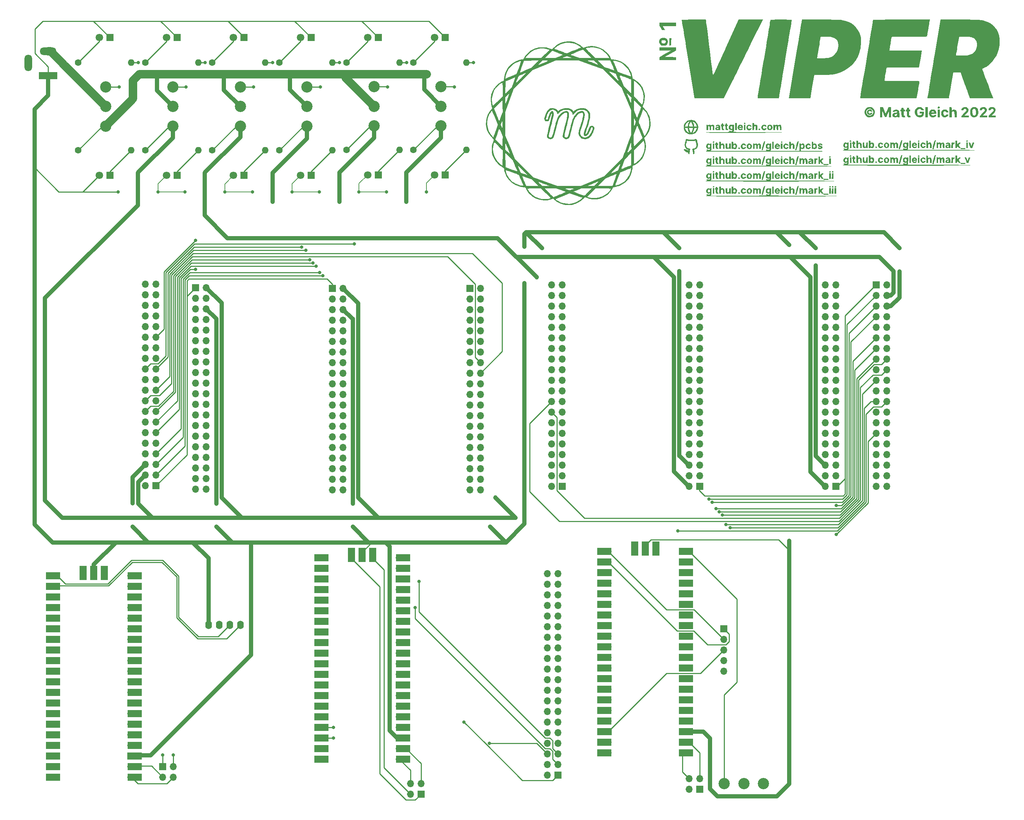
<source format=gbr>
%TF.GenerationSoftware,KiCad,Pcbnew,(6.0.4-0)*%
%TF.CreationDate,2022-04-27T18:10:26-07:00*%
%TF.ProjectId,viper,76697065-722e-46b6-9963-61645f706362,rev?*%
%TF.SameCoordinates,Original*%
%TF.FileFunction,Copper,L1,Top*%
%TF.FilePolarity,Positive*%
%FSLAX46Y46*%
G04 Gerber Fmt 4.6, Leading zero omitted, Abs format (unit mm)*
G04 Created by KiCad (PCBNEW (6.0.4-0)) date 2022-04-27 18:10:26*
%MOMM*%
%LPD*%
G01*
G04 APERTURE LIST*
%TA.AperFunction,ComponentPad*%
%ADD10C,2.700000*%
%TD*%
%TA.AperFunction,ComponentPad*%
%ADD11R,1.700000X1.700000*%
%TD*%
%TA.AperFunction,ComponentPad*%
%ADD12O,1.700000X1.700000*%
%TD*%
%TA.AperFunction,SMDPad,CuDef*%
%ADD13R,3.500000X1.700000*%
%TD*%
%TA.AperFunction,SMDPad,CuDef*%
%ADD14R,1.700000X3.500000*%
%TD*%
%TA.AperFunction,ComponentPad*%
%ADD15O,1.600000X2.000000*%
%TD*%
%TA.AperFunction,ComponentPad*%
%ADD16R,1.800000X1.800000*%
%TD*%
%TA.AperFunction,ComponentPad*%
%ADD17C,1.800000*%
%TD*%
%TA.AperFunction,ComponentPad*%
%ADD18C,1.600000*%
%TD*%
%TA.AperFunction,ComponentPad*%
%ADD19O,1.600000X1.600000*%
%TD*%
%TA.AperFunction,ComponentPad*%
%ADD20R,4.400000X1.800000*%
%TD*%
%TA.AperFunction,ComponentPad*%
%ADD21O,4.000000X1.800000*%
%TD*%
%TA.AperFunction,ComponentPad*%
%ADD22O,1.800000X4.000000*%
%TD*%
%TA.AperFunction,ViaPad*%
%ADD23C,1.000000*%
%TD*%
%TA.AperFunction,ViaPad*%
%ADD24C,0.800000*%
%TD*%
%TA.AperFunction,Conductor*%
%ADD25C,1.000000*%
%TD*%
%TA.AperFunction,Conductor*%
%ADD26C,2.000000*%
%TD*%
%TA.AperFunction,Conductor*%
%ADD27C,0.250000*%
%TD*%
%TA.AperFunction,Conductor*%
%ADD28C,0.200000*%
%TD*%
G04 APERTURE END LIST*
%TO.C,G\u002A\u002A\u002A*%
G36*
X204350694Y-85435332D02*
G01*
X203817605Y-85601169D01*
X203224597Y-85710364D01*
X202620577Y-85754341D01*
X202529012Y-85754767D01*
X201768820Y-85693659D01*
X201041644Y-85522418D01*
X200357335Y-85247131D01*
X199725745Y-84873884D01*
X199156723Y-84408765D01*
X198660123Y-83857860D01*
X198245794Y-83227255D01*
X198152691Y-83050856D01*
X198094558Y-82935236D01*
X198454305Y-82935236D01*
X198485477Y-83006030D01*
X198568884Y-83149411D01*
X198689357Y-83339931D01*
X198752529Y-83435619D01*
X199200741Y-84000590D01*
X199731155Y-84482812D01*
X200335069Y-84876282D01*
X201003779Y-85174998D01*
X201483263Y-85319023D01*
X201935455Y-85397045D01*
X202445089Y-85430787D01*
X202960534Y-85419644D01*
X203430156Y-85363012D01*
X203528511Y-85342987D01*
X203743305Y-85290818D01*
X203911486Y-85242169D01*
X203999937Y-85206729D01*
X204003406Y-85204027D01*
X203974888Y-85152934D01*
X203870946Y-85030506D01*
X203702017Y-84847757D01*
X203478541Y-84615702D01*
X203210954Y-84345356D01*
X202909695Y-84047733D01*
X202882017Y-84020698D01*
X201713869Y-82880735D01*
X202589772Y-82880735D01*
X203630118Y-83922369D01*
X203918670Y-84208017D01*
X204181270Y-84461772D01*
X204405892Y-84672513D01*
X204580510Y-84829121D01*
X204693099Y-84920476D01*
X204729949Y-84939359D01*
X204799209Y-84910784D01*
X204963022Y-84843251D01*
X205205942Y-84743127D01*
X205512523Y-84616777D01*
X205867321Y-84470568D01*
X206187326Y-84338704D01*
X206569661Y-84180247D01*
X206915625Y-84035120D01*
X207209953Y-83909868D01*
X207437380Y-83811036D01*
X207582640Y-83745169D01*
X207629906Y-83720188D01*
X207590548Y-83688326D01*
X207529367Y-83659394D01*
X209518847Y-83659394D01*
X209571545Y-83687480D01*
X209717019Y-83748515D01*
X209936043Y-83835334D01*
X210209388Y-83940772D01*
X210517829Y-84057661D01*
X210842140Y-84178837D01*
X211163092Y-84297133D01*
X211461461Y-84405385D01*
X211718019Y-84496424D01*
X211913540Y-84563087D01*
X212028797Y-84598207D01*
X212047346Y-84601779D01*
X212105749Y-84562682D01*
X212234050Y-84451217D01*
X212418803Y-84279912D01*
X212646564Y-84061297D01*
X212903888Y-83807902D01*
X212968591Y-83743264D01*
X213829581Y-82880735D01*
X211332759Y-82880347D01*
X210425990Y-83252321D01*
X210123551Y-83378397D01*
X209863845Y-83490496D01*
X209665116Y-83580431D01*
X209545605Y-83640015D01*
X209518847Y-83659394D01*
X207529367Y-83659394D01*
X207454777Y-83624121D01*
X207238595Y-83534176D01*
X206958002Y-83425093D01*
X206629000Y-83303476D01*
X206559180Y-83278365D01*
X205531559Y-82910477D01*
X207347279Y-82910477D01*
X207942127Y-83129328D01*
X208191926Y-83217667D01*
X208401984Y-83285312D01*
X208546448Y-83324335D01*
X208596459Y-83329974D01*
X208675260Y-83301093D01*
X208836117Y-83239108D01*
X209050600Y-83155030D01*
X209161565Y-83111124D01*
X209667185Y-82910477D01*
X209087209Y-82893452D01*
X208741234Y-82887418D01*
X208350662Y-82886866D01*
X207989740Y-82891797D01*
X207927256Y-82893452D01*
X207347279Y-82910477D01*
X205531559Y-82910477D01*
X205443766Y-82879047D01*
X202589772Y-82880735D01*
X201713869Y-82880735D01*
X200084087Y-82880735D01*
X199624708Y-82882655D01*
X199223974Y-82888139D01*
X198894279Y-82896771D01*
X198648017Y-82908139D01*
X198497585Y-82921826D01*
X198454305Y-82935236D01*
X198094558Y-82935236D01*
X197917614Y-82583311D01*
X197658388Y-82583311D01*
X197474296Y-82572608D01*
X197222354Y-82544279D01*
X196951378Y-82503997D01*
X196900621Y-82495258D01*
X196163086Y-82306776D01*
X195476849Y-82015146D01*
X194850322Y-81628187D01*
X194291915Y-81153722D01*
X193810039Y-80599571D01*
X193413106Y-79973555D01*
X193109527Y-79283496D01*
X192976889Y-78846682D01*
X192920787Y-78602212D01*
X192915392Y-78572364D01*
X193237100Y-78572364D01*
X193270704Y-78728358D01*
X193331111Y-78939386D01*
X193409539Y-79177774D01*
X193497205Y-79415844D01*
X193585325Y-79625921D01*
X193619177Y-79696799D01*
X193981218Y-80295314D01*
X194434009Y-80841867D01*
X194954867Y-81310379D01*
X195139245Y-81444393D01*
X195501061Y-81662876D01*
X195909842Y-81861056D01*
X196333673Y-82027029D01*
X196740637Y-82148893D01*
X197098820Y-82214743D01*
X197226360Y-82222824D01*
X197373119Y-82216751D01*
X197426576Y-82183958D01*
X197417657Y-82127025D01*
X197347052Y-81948474D01*
X197247175Y-81703230D01*
X197126123Y-81410433D01*
X196991990Y-81089222D01*
X196852871Y-80758738D01*
X196716861Y-80438122D01*
X196592056Y-80146513D01*
X196511101Y-79959704D01*
X197214282Y-79959704D01*
X197229450Y-80023585D01*
X197268300Y-80136508D01*
X197335409Y-80310282D01*
X197435353Y-80556715D01*
X197572709Y-80887616D01*
X197752053Y-81314793D01*
X197772731Y-81363873D01*
X197886056Y-81633503D01*
X197986456Y-81873688D01*
X198062505Y-82057011D01*
X198101206Y-82152047D01*
X198119840Y-82193431D01*
X198148568Y-82225262D01*
X198201686Y-82248794D01*
X198293490Y-82265280D01*
X198438275Y-82275973D01*
X198650336Y-82282128D01*
X198943969Y-82284999D01*
X199333468Y-82285837D01*
X199627376Y-82285887D01*
X201100816Y-82285887D01*
X200327795Y-81513395D01*
X200137799Y-81323529D01*
X201094068Y-81323529D01*
X201159838Y-81414961D01*
X201287059Y-81561515D01*
X201464100Y-81748982D01*
X201486715Y-81772102D01*
X201991023Y-82285887D01*
X202849908Y-82285887D01*
X203150987Y-82283848D01*
X203401568Y-82278237D01*
X203581707Y-82269813D01*
X203671460Y-82259338D01*
X203677263Y-82254356D01*
X203614395Y-82225688D01*
X203456207Y-82163185D01*
X203219371Y-82073157D01*
X202920561Y-81961910D01*
X202576448Y-81835751D01*
X202433039Y-81783678D01*
X202069237Y-81651935D01*
X201737880Y-81531939D01*
X201457222Y-81430300D01*
X201245514Y-81353629D01*
X201121010Y-81308535D01*
X201101377Y-81301423D01*
X201094068Y-81323529D01*
X200137799Y-81323529D01*
X199554773Y-80740903D01*
X198400396Y-80323081D01*
X198052945Y-80199072D01*
X197744684Y-80092384D01*
X197492568Y-80008612D01*
X197313555Y-79953350D01*
X197224601Y-79932192D01*
X197218220Y-79933057D01*
X197214282Y-79959704D01*
X196511101Y-79959704D01*
X196486550Y-79903052D01*
X196408438Y-79726879D01*
X196365816Y-79637134D01*
X196361896Y-79630747D01*
X196294073Y-79592841D01*
X196133422Y-79523582D01*
X195897436Y-79429309D01*
X195603603Y-79316359D01*
X195269416Y-79191071D01*
X194912365Y-79059784D01*
X194549940Y-78928835D01*
X194199633Y-78804564D01*
X193878933Y-78693309D01*
X193605332Y-78601407D01*
X193396321Y-78535199D01*
X193269390Y-78501021D01*
X193239082Y-78499080D01*
X193237100Y-78572364D01*
X192915392Y-78572364D01*
X192880051Y-78376820D01*
X192862851Y-78216269D01*
X192862736Y-78207124D01*
X192853740Y-78103701D01*
X192812064Y-78022909D01*
X192715676Y-77942042D01*
X192542542Y-77838395D01*
X192461214Y-77793346D01*
X191812145Y-77373143D01*
X191251265Y-76873626D01*
X190777637Y-76293670D01*
X190390324Y-75632144D01*
X190115858Y-74969260D01*
X190041132Y-74747326D01*
X189988396Y-74566037D01*
X189953822Y-74396234D01*
X189933581Y-74208760D01*
X189923843Y-73974458D01*
X189920779Y-73664170D01*
X189920555Y-73482140D01*
X189920608Y-73459664D01*
X190188463Y-73459664D01*
X190238352Y-74130995D01*
X190393196Y-74793508D01*
X190646867Y-75432601D01*
X190993237Y-76033672D01*
X191426180Y-76582116D01*
X191939566Y-77063333D01*
X192089434Y-77178557D01*
X192476085Y-77463117D01*
X192504157Y-74344670D01*
X193158414Y-74344670D01*
X193189902Y-77775048D01*
X194528310Y-78270877D01*
X194980917Y-78437925D01*
X195333850Y-78566293D01*
X195598665Y-78659514D01*
X195786915Y-78721120D01*
X195910158Y-78754643D01*
X195979948Y-78763614D01*
X196007840Y-78751564D01*
X196005515Y-78722364D01*
X195977871Y-78654238D01*
X195911075Y-78492372D01*
X195811789Y-78252823D01*
X195686672Y-77951648D01*
X195542385Y-77604902D01*
X195450324Y-77383921D01*
X195398436Y-77259424D01*
X196070730Y-77259424D01*
X196447838Y-78178358D01*
X196824945Y-79097293D01*
X197595012Y-79380057D01*
X197926756Y-79501154D01*
X198162556Y-79585078D01*
X198317758Y-79636706D01*
X198407707Y-79660915D01*
X198447750Y-79662581D01*
X198454305Y-79653128D01*
X198413905Y-79608841D01*
X198299787Y-79491379D01*
X198122569Y-79311476D01*
X197892871Y-79079864D01*
X197621314Y-78807279D01*
X197318516Y-78504453D01*
X197262517Y-78448561D01*
X196070730Y-77259424D01*
X195398436Y-77259424D01*
X194914961Y-76099399D01*
X194036687Y-75222034D01*
X193158414Y-74344670D01*
X192504157Y-74344670D01*
X192510047Y-73690337D01*
X192328453Y-73511883D01*
X193158799Y-73511883D01*
X193679971Y-74024950D01*
X193879652Y-74217334D01*
X194046590Y-74370239D01*
X194164238Y-74469080D01*
X194216052Y-74499271D01*
X194216886Y-74498213D01*
X194199304Y-74434356D01*
X194141427Y-74276827D01*
X194049498Y-74041442D01*
X193929761Y-73744019D01*
X193788458Y-73400374D01*
X193697398Y-73182100D01*
X193162167Y-71905794D01*
X193160483Y-72708838D01*
X193158799Y-73511883D01*
X192328453Y-73511883D01*
X191556675Y-72753452D01*
X191279249Y-72483162D01*
X191028619Y-72243418D01*
X190817595Y-72046113D01*
X190658986Y-71903141D01*
X190565604Y-71826394D01*
X190547545Y-71816566D01*
X190499375Y-71871686D01*
X190438203Y-72022807D01*
X190370539Y-72248572D01*
X190302890Y-72527622D01*
X190249655Y-72794119D01*
X190188463Y-73459664D01*
X189920608Y-73459664D01*
X189921383Y-73129060D01*
X189926874Y-72864901D01*
X189941284Y-72659615D01*
X189968866Y-72483152D01*
X190013876Y-72305466D01*
X190080570Y-72096508D01*
X190142369Y-71915731D01*
X190230803Y-71653242D01*
X190302521Y-71429335D01*
X190349604Y-71269474D01*
X190364375Y-71201677D01*
X190324380Y-71131658D01*
X190310092Y-71114400D01*
X190764195Y-71114400D01*
X192476085Y-72829494D01*
X192492140Y-71579152D01*
X192508195Y-70328809D01*
X192489112Y-70282705D01*
X193160160Y-70282705D01*
X194289905Y-72997200D01*
X195419650Y-75711694D01*
X199930598Y-80222642D01*
X205562736Y-82275640D01*
X208358520Y-82281511D01*
X211154305Y-82287381D01*
X211256936Y-82245255D01*
X212972353Y-82245255D01*
X213035628Y-82264375D01*
X213190208Y-82276521D01*
X213446706Y-82282746D01*
X213653840Y-82284078D01*
X214428317Y-82285887D01*
X214429322Y-82284873D01*
X215318239Y-82284873D01*
X217043298Y-82285173D01*
X218768356Y-82285473D01*
X218839323Y-82092562D01*
X219515380Y-82092562D01*
X219538284Y-82146782D01*
X219622803Y-82159991D01*
X219782292Y-82130315D01*
X220030106Y-82055881D01*
X220208409Y-81995353D01*
X220868224Y-81703216D01*
X221474244Y-81305249D01*
X222015618Y-80812227D01*
X222366911Y-80411187D01*
X222638032Y-80025921D01*
X222853751Y-79616160D01*
X223033265Y-79157865D01*
X223119524Y-78880002D01*
X223188199Y-78605934D01*
X223235515Y-78358609D01*
X223257696Y-78160973D01*
X223250967Y-78035973D01*
X223223166Y-78003660D01*
X223155226Y-78025538D01*
X222993460Y-78086540D01*
X222753978Y-78180316D01*
X222452890Y-78300515D01*
X222106306Y-78440788D01*
X221891307Y-78528630D01*
X220612385Y-79052923D01*
X220065615Y-80535564D01*
X219919609Y-80933843D01*
X219788040Y-81297266D01*
X219676371Y-81610379D01*
X219590063Y-81857729D01*
X219534578Y-82023860D01*
X219515380Y-82092562D01*
X218839323Y-82092562D01*
X219286893Y-80875918D01*
X219427138Y-80491048D01*
X219550970Y-80144196D01*
X219653171Y-79850561D01*
X219728524Y-79625341D01*
X219771812Y-79483733D01*
X219779639Y-79440573D01*
X219719667Y-79454676D01*
X219565263Y-79508182D01*
X219332004Y-79595204D01*
X219035467Y-79709852D01*
X218691231Y-79846237D01*
X218458058Y-79940193D01*
X217162267Y-80465604D01*
X216240253Y-81375239D01*
X215318239Y-82284873D01*
X214429322Y-82284873D01*
X214992248Y-81717181D01*
X215556178Y-81148475D01*
X215258755Y-81266084D01*
X214993679Y-81372250D01*
X214684888Y-81498075D01*
X214352441Y-81635145D01*
X214016394Y-81775042D01*
X213696807Y-81909351D01*
X213413737Y-82029656D01*
X213187243Y-82127540D01*
X213037384Y-82194588D01*
X212989772Y-82218107D01*
X212972353Y-82245255D01*
X211256936Y-82245255D01*
X216737445Y-79995723D01*
X217429959Y-79310229D01*
X218336574Y-79310229D01*
X218337298Y-79311648D01*
X218405021Y-79290197D01*
X218562201Y-79231140D01*
X218788391Y-79142430D01*
X219063145Y-79032015D01*
X219199269Y-78976509D01*
X219492646Y-78853854D01*
X219748950Y-78742012D01*
X219946773Y-78650682D01*
X220064708Y-78589563D01*
X220085525Y-78574987D01*
X220128278Y-78500008D01*
X220198339Y-78342182D01*
X220255254Y-78202673D01*
X220939834Y-78202673D01*
X220981903Y-78231723D01*
X221013907Y-78223918D01*
X221090267Y-78192728D01*
X221258039Y-78123816D01*
X221498652Y-78024824D01*
X221793537Y-77903391D01*
X222124122Y-77767157D01*
X222129246Y-77765044D01*
X222460224Y-77628647D01*
X222755780Y-77506936D01*
X222997343Y-77407551D01*
X223166342Y-77338133D01*
X223244207Y-77306322D01*
X223244586Y-77306171D01*
X223269064Y-77267384D01*
X223287988Y-77165767D01*
X223301896Y-76990524D01*
X223311324Y-76730858D01*
X223316809Y-76375974D01*
X223318888Y-75915075D01*
X223318942Y-75810834D01*
X223318942Y-75370210D01*
X223913790Y-75370210D01*
X223915555Y-75795489D01*
X223920534Y-76179078D01*
X223928256Y-76505725D01*
X223938247Y-76760176D01*
X223950035Y-76927179D01*
X223963146Y-76991481D01*
X223964052Y-76991742D01*
X224035176Y-76961481D01*
X224176632Y-76881586D01*
X224359747Y-76768390D01*
X224387360Y-76750631D01*
X224976732Y-76302165D01*
X225477222Y-75780124D01*
X225883541Y-75194003D01*
X226190400Y-74553297D01*
X226392511Y-73867498D01*
X226484585Y-73146104D01*
X226489636Y-72976520D01*
X226482662Y-72634274D01*
X226456568Y-72290651D01*
X226415268Y-71974282D01*
X226362671Y-71713796D01*
X226302688Y-71537824D01*
X226289995Y-71515044D01*
X226254231Y-71507899D01*
X226178713Y-71549554D01*
X226056005Y-71646584D01*
X225878670Y-71805566D01*
X225639274Y-72033075D01*
X225330380Y-72335688D01*
X225075260Y-72589297D01*
X223913790Y-73748678D01*
X223913790Y-75370210D01*
X223318942Y-75370210D01*
X223318942Y-74345231D01*
X222542059Y-75122113D01*
X221765177Y-75898996D01*
X221352647Y-77025345D01*
X221227209Y-77370221D01*
X221117103Y-77677510D01*
X221028512Y-77929570D01*
X220967624Y-78108760D01*
X220940624Y-78197441D01*
X220939834Y-78202673D01*
X220255254Y-78202673D01*
X220286609Y-78125817D01*
X220383989Y-77875225D01*
X220481380Y-77614713D01*
X220569685Y-77368593D01*
X220639804Y-77161174D01*
X220682639Y-77016766D01*
X220689902Y-76960204D01*
X220643552Y-76994444D01*
X220524295Y-77102822D01*
X220342938Y-77274943D01*
X220110285Y-77500411D01*
X219837144Y-77768831D01*
X219534319Y-78069808D01*
X219479975Y-78124154D01*
X219176005Y-78429889D01*
X218903871Y-78706456D01*
X218673719Y-78943314D01*
X218495689Y-79129923D01*
X218379927Y-79255742D01*
X218336574Y-79310229D01*
X217429959Y-79310229D01*
X221244493Y-75534365D01*
X221677946Y-74344670D01*
X222334464Y-74344670D01*
X222356803Y-74351792D01*
X222448324Y-74285686D01*
X222594855Y-74158010D01*
X222782221Y-73980419D01*
X222807207Y-73955883D01*
X223322364Y-73448126D01*
X223305782Y-72587733D01*
X223289200Y-71727339D01*
X222833039Y-72976520D01*
X222698347Y-73345494D01*
X222575561Y-73682080D01*
X222471204Y-73968387D01*
X222391794Y-74186523D01*
X222343852Y-74318595D01*
X222334464Y-74344670D01*
X221677946Y-74344670D01*
X221721292Y-74225700D01*
X221882894Y-73782226D01*
X222072077Y-73263183D01*
X222275647Y-72704763D01*
X222480410Y-72143160D01*
X222673170Y-71614567D01*
X222758516Y-71380566D01*
X223239548Y-70061766D01*
X223910436Y-70061766D01*
X223912113Y-71459448D01*
X223913790Y-72857131D01*
X226001180Y-70769741D01*
X225392639Y-69300413D01*
X225230090Y-68911093D01*
X225081209Y-68560517D01*
X224952261Y-68262957D01*
X224849511Y-68032684D01*
X224779223Y-67883970D01*
X224747662Y-67831087D01*
X224747643Y-67831086D01*
X224717395Y-67884393D01*
X224654274Y-68033079D01*
X224564880Y-68260292D01*
X224455815Y-68549182D01*
X224333676Y-68882896D01*
X224310812Y-68946426D01*
X223910436Y-70061766D01*
X223239548Y-70061766D01*
X223318942Y-69844098D01*
X223318942Y-66953686D01*
X223916569Y-66953686D01*
X223916771Y-67312887D01*
X223918961Y-67627732D01*
X223922846Y-67880301D01*
X223928135Y-68052673D01*
X223934537Y-68126931D01*
X223935670Y-68128510D01*
X223963160Y-68076132D01*
X224020857Y-67934181D01*
X224099834Y-67725433D01*
X224175773Y-67516010D01*
X224393995Y-66903511D01*
X224393196Y-66901617D01*
X225085666Y-66901617D01*
X225107886Y-66967361D01*
X225169140Y-67126126D01*
X225262552Y-67361179D01*
X225381243Y-67655787D01*
X225518335Y-67993217D01*
X225666952Y-68356738D01*
X225820215Y-68729615D01*
X225971248Y-69095117D01*
X226113171Y-69436510D01*
X226239108Y-69737061D01*
X226342182Y-69980039D01*
X226415513Y-70148710D01*
X226452212Y-70226319D01*
X226488990Y-70252336D01*
X226545569Y-70220354D01*
X226633807Y-70117830D01*
X226765561Y-69932226D01*
X226852100Y-69803389D01*
X227118571Y-69340612D01*
X227343574Y-68829192D01*
X227505394Y-68321101D01*
X227544625Y-68145808D01*
X227576814Y-67889503D01*
X227593524Y-67550124D01*
X227593315Y-67162737D01*
X227589845Y-67045340D01*
X227572934Y-66698401D01*
X227546698Y-66429876D01*
X227504387Y-66199239D01*
X227439249Y-65965962D01*
X227381243Y-65793066D01*
X227157700Y-65244216D01*
X226892806Y-64775854D01*
X226564859Y-64351128D01*
X226471635Y-64248682D01*
X226144469Y-63899331D01*
X225614063Y-65367004D01*
X225471849Y-65763186D01*
X225344192Y-66123935D01*
X225236425Y-66433756D01*
X225153884Y-66677155D01*
X225101906Y-66838635D01*
X225085666Y-66901617D01*
X224393196Y-66901617D01*
X224156671Y-66341186D01*
X223919348Y-65778862D01*
X223916569Y-66953686D01*
X223318942Y-66953686D01*
X223318942Y-64320220D01*
X223245878Y-64144970D01*
X223913790Y-64144970D01*
X224217230Y-64872689D01*
X224338786Y-65164284D01*
X224451177Y-65434034D01*
X224542576Y-65653543D01*
X224601154Y-65794413D01*
X224604662Y-65802866D01*
X224664949Y-65927069D01*
X224708858Y-65980582D01*
X224714829Y-65979150D01*
X224743102Y-65917380D01*
X224804985Y-65762698D01*
X224893201Y-65533917D01*
X225000477Y-65249848D01*
X225092187Y-65003389D01*
X225218147Y-64661823D01*
X225338330Y-64334158D01*
X225442879Y-64047401D01*
X225521933Y-63828557D01*
X225553619Y-63739398D01*
X225663867Y-63424994D01*
X224788828Y-62549955D01*
X223913790Y-61674916D01*
X223913790Y-64144970D01*
X223245878Y-64144970D01*
X222160473Y-61541521D01*
X221517483Y-59999248D01*
X222208235Y-59999248D01*
X222225037Y-60059634D01*
X222287398Y-60224492D01*
X222393425Y-60489199D01*
X222541228Y-60849129D01*
X222728916Y-61299659D01*
X222954596Y-61836162D01*
X223100089Y-62180033D01*
X223289200Y-62626168D01*
X223305937Y-61855858D01*
X223309868Y-61674916D01*
X223322674Y-61085547D01*
X223019259Y-60780865D01*
X223913790Y-60780865D01*
X224910160Y-61779443D01*
X225906530Y-62778022D01*
X226046723Y-62345187D01*
X226131002Y-62025568D01*
X226185886Y-61664389D01*
X226216988Y-61228276D01*
X226227037Y-60880920D01*
X226219681Y-60605991D01*
X226191258Y-60357744D01*
X226138105Y-60090433D01*
X226119563Y-60011244D01*
X225909875Y-59357721D01*
X225607575Y-58739528D01*
X225225401Y-58174581D01*
X224776089Y-57680799D01*
X224272380Y-57276102D01*
X224096255Y-57165077D01*
X223913790Y-57057616D01*
X223913790Y-60780865D01*
X223019259Y-60780865D01*
X222773636Y-60534216D01*
X222568802Y-60330879D01*
X222396121Y-60163916D01*
X222271593Y-60048464D01*
X222211219Y-59999663D01*
X222208235Y-59999248D01*
X221517483Y-59999248D01*
X221002004Y-58762823D01*
X217115165Y-54875984D01*
X217992390Y-54875984D01*
X218027001Y-54921126D01*
X218133977Y-55035979D01*
X218300167Y-55207540D01*
X218512424Y-55422806D01*
X218757600Y-55668775D01*
X219022546Y-55932445D01*
X219294113Y-56200812D01*
X219559154Y-56460875D01*
X219804520Y-56699629D01*
X220017063Y-56904074D01*
X220183634Y-57061205D01*
X220291085Y-57158022D01*
X220325575Y-57183311D01*
X220317926Y-57134941D01*
X220273846Y-57013779D01*
X220251765Y-56960243D01*
X220191009Y-56815171D01*
X220098466Y-56592166D01*
X219987451Y-56323384D01*
X219887517Y-56080528D01*
X219754087Y-55755677D01*
X220477965Y-55755677D01*
X220482509Y-55807902D01*
X220528080Y-55954529D01*
X220609136Y-56180484D01*
X220720132Y-56470694D01*
X220855525Y-56810085D01*
X220953800Y-57049470D01*
X221490637Y-58343264D01*
X222389918Y-59251172D01*
X223289200Y-60159080D01*
X223305016Y-58481789D01*
X223307552Y-58046573D01*
X223306857Y-57650622D01*
X223303200Y-57309396D01*
X223297300Y-57057616D01*
X223296849Y-57038357D01*
X223288071Y-56852966D01*
X223277135Y-56768684D01*
X223275273Y-56765673D01*
X223207263Y-56734363D01*
X223045939Y-56670613D01*
X222810282Y-56581278D01*
X222519273Y-56473210D01*
X222191893Y-56353262D01*
X221847121Y-56228287D01*
X221503938Y-56105139D01*
X221181325Y-55990671D01*
X220898262Y-55891735D01*
X220673730Y-55815185D01*
X220526709Y-55767874D01*
X220477965Y-55755677D01*
X219754087Y-55755677D01*
X219617804Y-55423881D01*
X218819350Y-55135679D01*
X218532453Y-55034693D01*
X218287197Y-54953228D01*
X218104255Y-54897778D01*
X218004304Y-54874834D01*
X217992390Y-54875984D01*
X217115165Y-54875984D01*
X216557406Y-54318225D01*
X213707143Y-53283165D01*
X210946699Y-52280722D01*
X212804955Y-52280722D01*
X212865053Y-52307424D01*
X213017650Y-52367857D01*
X213243528Y-52454847D01*
X213523472Y-52561215D01*
X213838265Y-52679785D01*
X214168690Y-52803381D01*
X214495531Y-52924825D01*
X214799571Y-53036941D01*
X215061595Y-53132553D01*
X215262385Y-53204483D01*
X215382725Y-53245555D01*
X215406153Y-53252180D01*
X215378125Y-53214983D01*
X215280897Y-53109835D01*
X215129606Y-52952699D01*
X214939388Y-52759539D01*
X214931588Y-52751695D01*
X214428594Y-52246075D01*
X215318801Y-52246075D01*
X216091822Y-53013922D01*
X216864844Y-53781769D01*
X218024797Y-54200383D01*
X218375223Y-54326146D01*
X218688117Y-54437106D01*
X218946071Y-54527199D01*
X219131681Y-54590362D01*
X219227541Y-54620532D01*
X219235728Y-54622231D01*
X219262895Y-54583796D01*
X219253472Y-54551110D01*
X219221397Y-54475504D01*
X219151231Y-54307796D01*
X219050396Y-54065803D01*
X218926314Y-53767341D01*
X218786407Y-53430227D01*
X218757876Y-53361414D01*
X218307870Y-52275879D01*
X218976553Y-52275879D01*
X218998364Y-52331023D01*
X219059644Y-52480914D01*
X219154168Y-52710453D01*
X219275710Y-53004544D01*
X219418042Y-53348089D01*
X219528033Y-53613091D01*
X220079512Y-54940828D01*
X221595129Y-55492966D01*
X221996357Y-55638698D01*
X222360981Y-55770303D01*
X222674073Y-55882460D01*
X222920708Y-55969850D01*
X223085961Y-56027151D01*
X223154905Y-56049045D01*
X223155359Y-56049102D01*
X223192576Y-56003293D01*
X223199972Y-55943955D01*
X223174721Y-55782747D01*
X223106787Y-55548020D01*
X223007897Y-55272050D01*
X222889780Y-54987116D01*
X222764163Y-54725496D01*
X222742520Y-54684951D01*
X222351055Y-54082269D01*
X221876161Y-53550998D01*
X221330901Y-53100319D01*
X220728336Y-52739413D01*
X220081528Y-52477461D01*
X219403540Y-52323643D01*
X219378075Y-52320153D01*
X219177783Y-52294612D01*
X219033892Y-52278690D01*
X218976618Y-52275717D01*
X218976553Y-52275879D01*
X218307870Y-52275879D01*
X218295515Y-52246075D01*
X215318801Y-52246075D01*
X214428594Y-52246075D01*
X213599451Y-52246075D01*
X213304450Y-52248391D01*
X213060725Y-52254753D01*
X212888433Y-52264283D01*
X212807731Y-52276102D01*
X212804955Y-52280722D01*
X210946699Y-52280722D01*
X210856881Y-52248105D01*
X205258617Y-52246075D01*
X202487449Y-53391157D01*
X199716282Y-54536239D01*
X195200386Y-58997597D01*
X193160160Y-64571119D01*
X193160160Y-70282705D01*
X192489112Y-70282705D01*
X192139007Y-69436857D01*
X192013056Y-69137316D01*
X191901385Y-68880664D01*
X191812275Y-68685236D01*
X191754008Y-68569366D01*
X191736301Y-68545370D01*
X191707253Y-68598874D01*
X191644070Y-68748675D01*
X191552876Y-68979121D01*
X191439799Y-69274559D01*
X191310964Y-69619335D01*
X191233489Y-69830118D01*
X190764195Y-71114400D01*
X190310092Y-71114400D01*
X190217198Y-71002198D01*
X190062029Y-70835651D01*
X189972602Y-70745604D01*
X189461712Y-70163490D01*
X189059123Y-69532738D01*
X188765874Y-68855817D01*
X188583002Y-68135198D01*
X188511545Y-67373348D01*
X188510490Y-67265981D01*
X188534322Y-66943103D01*
X188832439Y-66943103D01*
X188838512Y-67656194D01*
X188952593Y-68358193D01*
X189173260Y-69033850D01*
X189499086Y-69667912D01*
X189541373Y-69734599D01*
X189667646Y-69917025D01*
X189816636Y-70113432D01*
X189970280Y-70302466D01*
X190110512Y-70462772D01*
X190219270Y-70572996D01*
X190278491Y-70611783D01*
X190281972Y-70610133D01*
X190307330Y-70550612D01*
X190367605Y-70394048D01*
X190457265Y-70155281D01*
X190570776Y-69849150D01*
X190702603Y-69490494D01*
X190842815Y-69106245D01*
X191381752Y-67624263D01*
X191377428Y-67613860D01*
X192047554Y-67613860D01*
X192261819Y-68131892D01*
X192476085Y-68649924D01*
X192493147Y-68124625D01*
X192499139Y-67810156D01*
X192499817Y-67444338D01*
X192495179Y-67094673D01*
X192493147Y-67016260D01*
X192476085Y-66433194D01*
X192261819Y-67023527D01*
X192047554Y-67613860D01*
X191377428Y-67613860D01*
X190683047Y-65943131D01*
X190508147Y-65525606D01*
X190346445Y-65145878D01*
X190203829Y-64817280D01*
X190086187Y-64553145D01*
X189999406Y-64366809D01*
X189949375Y-64271603D01*
X189940722Y-64262000D01*
X189878826Y-64310985D01*
X189776454Y-64442572D01*
X189647819Y-64633706D01*
X189507132Y-64861333D01*
X189368605Y-65102400D01*
X189246451Y-65333852D01*
X189154881Y-65532635D01*
X189150017Y-65544649D01*
X188935799Y-66234171D01*
X188832439Y-66943103D01*
X188534322Y-66943103D01*
X188567245Y-66497071D01*
X188737404Y-65764029D01*
X189020807Y-65067266D01*
X189417295Y-64407195D01*
X189809558Y-63912872D01*
X189948097Y-63756379D01*
X190435350Y-63756379D01*
X190994246Y-65094787D01*
X191190288Y-65564656D01*
X191345212Y-65935758D01*
X191464225Y-66218902D01*
X191552533Y-66424900D01*
X191615344Y-66564565D01*
X191657864Y-66648707D01*
X191685300Y-66688139D01*
X191702858Y-66693670D01*
X191715745Y-66676114D01*
X191729168Y-66646282D01*
X191735499Y-66633964D01*
X191772140Y-66549280D01*
X191841170Y-66372640D01*
X191934990Y-66124137D01*
X192045999Y-65823861D01*
X192148026Y-65543394D01*
X192507914Y-64546885D01*
X192491999Y-63124824D01*
X192476085Y-61702762D01*
X191455717Y-62729571D01*
X190435350Y-63756379D01*
X189948097Y-63756379D01*
X190039641Y-63652971D01*
X189876717Y-63165868D01*
X189712650Y-62518743D01*
X189634555Y-61836311D01*
X189637634Y-61607891D01*
X189947982Y-61607891D01*
X189957131Y-61880931D01*
X189981977Y-62168443D01*
X190018612Y-62448942D01*
X190063133Y-62700941D01*
X190111633Y-62902952D01*
X190160207Y-63033492D01*
X190204950Y-63071071D01*
X190212951Y-63065683D01*
X190259920Y-63019383D01*
X190380291Y-62900600D01*
X190562813Y-62720442D01*
X190796233Y-62490017D01*
X191069298Y-62220432D01*
X191370756Y-61922795D01*
X191371240Y-61922317D01*
X192287855Y-61017288D01*
X193160160Y-61017288D01*
X193163930Y-61881213D01*
X193168234Y-62184035D01*
X193177558Y-62420864D01*
X193190849Y-62576295D01*
X193207057Y-62634919D01*
X193214803Y-62626168D01*
X193248789Y-62535971D01*
X193316555Y-62352644D01*
X193411242Y-62094872D01*
X193525989Y-61781339D01*
X193653938Y-61430729D01*
X193686911Y-61340223D01*
X193813999Y-60988920D01*
X193925919Y-60675056D01*
X194016631Y-60415945D01*
X194080091Y-60228904D01*
X194110258Y-60131249D01*
X194111916Y-60122181D01*
X194072983Y-60140711D01*
X193967197Y-60229463D01*
X193811075Y-60373790D01*
X193636038Y-60544201D01*
X193160160Y-61017288D01*
X192287855Y-61017288D01*
X192505827Y-60802071D01*
X192505827Y-60187292D01*
X193158536Y-60187292D01*
X193902440Y-59443733D01*
X194646343Y-58700173D01*
X195052141Y-57599147D01*
X195718706Y-57599147D01*
X195758729Y-57566499D01*
X195872137Y-57459835D01*
X196048375Y-57289446D01*
X196276886Y-57065626D01*
X196547116Y-56798664D01*
X196848510Y-56498854D01*
X196905500Y-56441950D01*
X197211072Y-56135144D01*
X197485947Y-55856230D01*
X197719721Y-55616005D01*
X197901986Y-55425265D01*
X198022339Y-55294805D01*
X198070373Y-55235422D01*
X198070585Y-55233159D01*
X198011881Y-55247236D01*
X197866925Y-55299025D01*
X197658706Y-55379111D01*
X197410210Y-55478080D01*
X197144424Y-55586519D01*
X196884335Y-55695013D01*
X196652930Y-55794148D01*
X196473197Y-55874510D01*
X196368121Y-55926685D01*
X196353384Y-55936419D01*
X196320621Y-56000229D01*
X196256615Y-56151390D01*
X196170710Y-56365423D01*
X196072252Y-56617847D01*
X195970585Y-56884180D01*
X195875052Y-57139944D01*
X195794999Y-57360657D01*
X195739770Y-57521838D01*
X195718710Y-57599007D01*
X195718706Y-57599147D01*
X195052141Y-57599147D01*
X195084821Y-57510477D01*
X195212323Y-57158883D01*
X195321449Y-56846984D01*
X195406787Y-56591191D01*
X195462924Y-56407917D01*
X195484445Y-56313571D01*
X195482629Y-56304517D01*
X195417863Y-56321439D01*
X195260468Y-56378057D01*
X195027417Y-56467800D01*
X194735685Y-56584097D01*
X194402248Y-56720378D01*
X194315931Y-56756149D01*
X193189902Y-57224046D01*
X193158536Y-60187292D01*
X192505827Y-60187292D01*
X192505827Y-59164781D01*
X192506699Y-58666774D01*
X192506605Y-58277288D01*
X192501477Y-57985917D01*
X192487247Y-57782253D01*
X192459851Y-57655889D01*
X192415219Y-57596417D01*
X192349286Y-57593430D01*
X192257983Y-57636521D01*
X192137246Y-57715282D01*
X191983005Y-57819306D01*
X191980647Y-57820854D01*
X191425080Y-58254818D01*
X190946411Y-58771242D01*
X190552313Y-59355826D01*
X190250462Y-59994275D01*
X190048531Y-60672291D01*
X189954194Y-61375576D01*
X189947982Y-61607891D01*
X189637634Y-61607891D01*
X189643756Y-61153813D01*
X189741573Y-60506492D01*
X189772345Y-60382629D01*
X189905381Y-59984001D01*
X190094970Y-59548641D01*
X190317480Y-59127700D01*
X190453116Y-58909101D01*
X190730120Y-58546558D01*
X191072825Y-58182185D01*
X191456116Y-57836869D01*
X191854881Y-57531495D01*
X192244005Y-57286946D01*
X192598376Y-57124109D01*
X192600341Y-57123423D01*
X192683305Y-57090677D01*
X192739330Y-57045973D01*
X192777204Y-56965725D01*
X192805714Y-56826344D01*
X192833649Y-56604244D01*
X192850437Y-56452145D01*
X192852283Y-56441571D01*
X193175181Y-56441571D01*
X193193564Y-56524048D01*
X193205033Y-56528979D01*
X193274028Y-56507199D01*
X193436464Y-56446170D01*
X193675948Y-56352355D01*
X193976084Y-56232218D01*
X194320479Y-56092222D01*
X194504409Y-56016690D01*
X194865420Y-55866682D01*
X195190271Y-55729302D01*
X195462474Y-55611715D01*
X195665544Y-55521092D01*
X195782994Y-55464598D01*
X195804315Y-55451527D01*
X195839029Y-55383524D01*
X195908101Y-55218723D01*
X195977603Y-55043108D01*
X196695306Y-55043108D01*
X196705563Y-55085401D01*
X196719061Y-55086337D01*
X196800950Y-55056702D01*
X196975620Y-54988228D01*
X197226010Y-54887785D01*
X197535063Y-54762241D01*
X197885719Y-54618464D01*
X198072086Y-54541567D01*
X199325698Y-54023229D01*
X200023519Y-53324143D01*
X200978506Y-53324143D01*
X201024169Y-53319554D01*
X201071635Y-53302040D01*
X201191707Y-53253369D01*
X201400588Y-53168440D01*
X201676935Y-53055943D01*
X201999404Y-52924567D01*
X202346651Y-52783000D01*
X202350558Y-52781407D01*
X202685343Y-52643572D01*
X202983230Y-52518462D01*
X203226245Y-52413828D01*
X203396414Y-52337417D01*
X203475762Y-52296981D01*
X203477794Y-52295406D01*
X203443752Y-52277173D01*
X203310752Y-52261982D01*
X203098795Y-52251215D01*
X202827882Y-52246251D01*
X202762802Y-52246075D01*
X201991299Y-52246075D01*
X201427369Y-52816040D01*
X201205653Y-53042217D01*
X201061862Y-53195566D01*
X200988609Y-53286177D01*
X200978506Y-53324143D01*
X200023519Y-53324143D01*
X200213538Y-53133779D01*
X201101377Y-52244329D01*
X197658589Y-52275817D01*
X197139119Y-53694293D01*
X196974771Y-54147425D01*
X196851088Y-54499356D01*
X196765197Y-54759602D01*
X196714227Y-54937681D01*
X196695306Y-55043108D01*
X195977603Y-55043108D01*
X196005634Y-54972279D01*
X196125732Y-54659345D01*
X196262499Y-54295077D01*
X196409275Y-53896720D01*
X196581954Y-53424725D01*
X196714839Y-53054852D01*
X196806915Y-52776752D01*
X196857170Y-52580076D01*
X196864592Y-52454476D01*
X196828169Y-52389603D01*
X196746886Y-52375108D01*
X196619732Y-52400642D01*
X196445694Y-52455857D01*
X196273951Y-52513804D01*
X195613255Y-52795293D01*
X195009090Y-53175717D01*
X194471913Y-53644320D01*
X194012182Y-54190353D01*
X193640354Y-54803061D01*
X193366885Y-55471692D01*
X193352486Y-55517737D01*
X193277503Y-55789993D01*
X193220635Y-56050648D01*
X193185367Y-56275805D01*
X193175181Y-56441571D01*
X192852283Y-56441571D01*
X192985519Y-55678374D01*
X193216879Y-54968935D01*
X193549155Y-54312291D01*
X193929928Y-53767438D01*
X194419368Y-53245784D01*
X194991863Y-52798998D01*
X195631524Y-52435885D01*
X196322465Y-52165251D01*
X197048798Y-51995900D01*
X197154036Y-51980554D01*
X197286725Y-51958766D01*
X197382829Y-51921975D01*
X197465499Y-51848803D01*
X197557887Y-51717872D01*
X197597625Y-51651227D01*
X202590036Y-51651227D01*
X205080130Y-51651227D01*
X205136960Y-51628077D01*
X206787131Y-51628077D01*
X206835788Y-51635153D01*
X206985959Y-51641356D01*
X207220192Y-51646333D01*
X207521030Y-51649730D01*
X207871022Y-51651195D01*
X207932213Y-51651227D01*
X208290617Y-51650182D01*
X208604626Y-51647270D01*
X208856282Y-51642821D01*
X209027627Y-51637169D01*
X209100704Y-51630645D01*
X209102080Y-51629594D01*
X209049627Y-51602406D01*
X208907397Y-51545227D01*
X208698079Y-51466849D01*
X208483015Y-51389656D01*
X207863950Y-51171351D01*
X207337933Y-51388139D01*
X207108869Y-51483813D01*
X206924707Y-51563124D01*
X206810848Y-51615007D01*
X206787131Y-51628077D01*
X205136960Y-51628077D01*
X205975765Y-51286385D01*
X206280288Y-51161102D01*
X206545909Y-51049491D01*
X206753070Y-50959954D01*
X206882218Y-50900893D01*
X206915147Y-50882756D01*
X206872727Y-50854685D01*
X206801538Y-50822757D01*
X208804656Y-50822757D01*
X208857915Y-50854005D01*
X209006309Y-50918016D01*
X209232760Y-51008024D01*
X209520193Y-51117262D01*
X209851533Y-51238963D01*
X209890253Y-51252938D01*
X210975851Y-51644057D01*
X213829845Y-51651227D01*
X212793765Y-50613876D01*
X211757684Y-49576525D01*
X211574964Y-49650657D01*
X210867103Y-49938804D01*
X210260893Y-50187610D01*
X209757819Y-50396448D01*
X209359365Y-50564689D01*
X209067018Y-50691705D01*
X208882262Y-50776868D01*
X208806582Y-50819548D01*
X208804656Y-50822757D01*
X206801538Y-50822757D01*
X206736955Y-50793792D01*
X206526571Y-50707128D01*
X206260313Y-50601742D01*
X205956919Y-50484684D01*
X205635129Y-50363003D01*
X205313679Y-50243749D01*
X205011310Y-50133970D01*
X204746759Y-50040718D01*
X204538765Y-49971040D01*
X204406066Y-49931987D01*
X204372271Y-49926114D01*
X204313842Y-49966459D01*
X204185482Y-50079059D01*
X204000647Y-50251316D01*
X203772791Y-50470631D01*
X203515372Y-50724404D01*
X203451026Y-50788698D01*
X202590036Y-51651227D01*
X197597625Y-51651227D01*
X197624227Y-51606613D01*
X197978998Y-51606613D01*
X198035964Y-51617548D01*
X198197656Y-51627464D01*
X198449837Y-51636024D01*
X198778265Y-51642892D01*
X199168700Y-51647733D01*
X199606903Y-51650211D01*
X199837326Y-51650459D01*
X201696225Y-51649691D01*
X202696837Y-50656152D01*
X203697448Y-49662613D01*
X203399708Y-49561408D01*
X202838566Y-49420207D01*
X202222785Y-49351100D01*
X201593357Y-49355411D01*
X200991273Y-49434462D01*
X200803954Y-49477596D01*
X200424595Y-49604508D01*
X200001707Y-49792879D01*
X199576858Y-50021025D01*
X199191615Y-50267264D01*
X198978400Y-50429862D01*
X198806723Y-50586628D01*
X198614429Y-50783393D01*
X198419730Y-50998714D01*
X198240835Y-51211150D01*
X198095954Y-51399258D01*
X198003298Y-51541598D01*
X197978998Y-51606613D01*
X197624227Y-51606613D01*
X197683145Y-51507802D01*
X197703028Y-51473603D01*
X198125713Y-50862588D01*
X198640572Y-50318560D01*
X199234141Y-49853788D01*
X199887219Y-49483248D01*
X200236426Y-49328170D01*
X200549896Y-49215492D01*
X200859048Y-49139076D01*
X201195299Y-49092781D01*
X201590068Y-49070469D01*
X202023392Y-49065824D01*
X202376585Y-49067577D01*
X202641331Y-49073846D01*
X202848150Y-49089047D01*
X203027563Y-49117594D01*
X203210093Y-49163904D01*
X203426260Y-49232391D01*
X203614024Y-49295922D01*
X204282642Y-49523834D01*
X204411775Y-49401599D01*
X204876952Y-49401599D01*
X204882668Y-49413656D01*
X204946748Y-49443947D01*
X205104314Y-49507126D01*
X205337327Y-49596613D01*
X205627746Y-49705824D01*
X205957530Y-49828179D01*
X206308638Y-49957096D01*
X206663030Y-50085993D01*
X207002665Y-50208289D01*
X207309503Y-50317402D01*
X207565502Y-50406751D01*
X207752623Y-50469753D01*
X207852824Y-50499828D01*
X207864086Y-50501342D01*
X207927388Y-50477065D01*
X208086913Y-50413181D01*
X208328843Y-50315303D01*
X208639362Y-50189041D01*
X209004650Y-50040006D01*
X209410890Y-49873810D01*
X209573429Y-49807199D01*
X209989677Y-49635400D01*
X210368051Y-49477062D01*
X210695125Y-49337974D01*
X210776807Y-49302466D01*
X212442254Y-49302466D01*
X212473826Y-49351438D01*
X212579594Y-49472987D01*
X212749136Y-49656065D01*
X212972029Y-49889620D01*
X213237851Y-50162604D01*
X213536180Y-50463967D01*
X213565630Y-50493467D01*
X214722247Y-51651227D01*
X218027215Y-51651227D01*
X217909235Y-51419967D01*
X217769006Y-51189461D01*
X217568183Y-50915156D01*
X217335206Y-50632163D01*
X217098514Y-50375594D01*
X216945697Y-50230387D01*
X216357130Y-49790398D01*
X215715271Y-49455649D01*
X215026755Y-49228605D01*
X214298216Y-49111730D01*
X213890605Y-49095294D01*
X213610788Y-49104216D01*
X213310361Y-49128250D01*
X213016596Y-49163493D01*
X212756766Y-49206044D01*
X212558140Y-49252003D01*
X212447993Y-49297469D01*
X212442254Y-49302466D01*
X210776807Y-49302466D01*
X210957473Y-49223929D01*
X211141669Y-49140718D01*
X211234287Y-49094133D01*
X211242688Y-49087129D01*
X211196010Y-49031803D01*
X211070870Y-48932912D01*
X210891583Y-48806812D01*
X210682467Y-48669858D01*
X210467837Y-48538403D01*
X210272010Y-48428803D01*
X210237583Y-48411117D01*
X209659397Y-48180769D01*
X209023333Y-48034977D01*
X208355962Y-47974505D01*
X207683856Y-48000113D01*
X207033590Y-48112564D01*
X206455130Y-48302679D01*
X206224948Y-48412235D01*
X205968478Y-48554952D01*
X205703566Y-48718224D01*
X205448056Y-48889440D01*
X205219794Y-49055994D01*
X205036626Y-49205277D01*
X204916397Y-49324681D01*
X204876952Y-49401599D01*
X204411775Y-49401599D01*
X204791931Y-49041750D01*
X205278305Y-48623334D01*
X205764720Y-48296765D01*
X206286682Y-48040332D01*
X206652082Y-47904236D01*
X207399715Y-47713436D01*
X208145829Y-47640177D01*
X208883955Y-47683133D01*
X209607624Y-47840978D01*
X210310366Y-48112387D01*
X210985712Y-48496033D01*
X211525889Y-48903040D01*
X211837988Y-49166984D01*
X212328934Y-49011709D01*
X213089545Y-48825047D01*
X213829028Y-48754482D01*
X214553848Y-48800385D01*
X215270469Y-48963128D01*
X215933521Y-49218872D01*
X216618289Y-49596208D01*
X217218839Y-50057239D01*
X217733865Y-50600668D01*
X218162056Y-51225200D01*
X218377002Y-51638860D01*
X218521011Y-51948651D01*
X218827084Y-51948651D01*
X219497701Y-52006234D01*
X220168697Y-52173954D01*
X220822979Y-52444271D01*
X221443454Y-52809642D01*
X222013028Y-53262527D01*
X222188731Y-53431745D01*
X222674394Y-53990067D01*
X223053354Y-54580755D01*
X223333437Y-55219904D01*
X223522473Y-55923611D01*
X223585053Y-56302917D01*
X223623075Y-56488055D01*
X223683883Y-56586417D01*
X223753402Y-56622157D01*
X223969437Y-56716682D01*
X224240354Y-56878715D01*
X224539044Y-57089557D01*
X224838403Y-57330508D01*
X225027584Y-57501126D01*
X225543153Y-58068845D01*
X225955018Y-58689461D01*
X226261323Y-59354381D01*
X226460211Y-60055014D01*
X226549825Y-60782768D01*
X226528310Y-61529052D01*
X226393810Y-62285273D01*
X226196402Y-62910734D01*
X226043302Y-63314269D01*
X226482083Y-63773535D01*
X226980601Y-64361723D01*
X227368742Y-64972207D01*
X227654956Y-65621382D01*
X227847688Y-66325643D01*
X227876773Y-66480338D01*
X227942661Y-67197407D01*
X227895433Y-67919769D01*
X227739237Y-68632649D01*
X227478223Y-69321274D01*
X227116540Y-69970870D01*
X226763168Y-70445779D01*
X226407056Y-70869906D01*
X226552097Y-71301747D01*
X226741847Y-72047005D01*
X226815093Y-72796009D01*
X226773504Y-73538753D01*
X226618748Y-74265230D01*
X226352493Y-74965436D01*
X225976408Y-75629365D01*
X225786208Y-75894853D01*
X225436451Y-76295524D01*
X225025380Y-76673549D01*
X224583396Y-77005193D01*
X224140901Y-77266719D01*
X223880111Y-77383058D01*
X223720700Y-77450120D01*
X223643343Y-77518809D01*
X223618281Y-77631390D01*
X223615916Y-77758255D01*
X223605754Y-77970662D01*
X223579981Y-78232672D01*
X223554464Y-78419377D01*
X223380504Y-79155060D01*
X223103077Y-79841007D01*
X222730147Y-80469152D01*
X222269681Y-81031427D01*
X221729643Y-81519768D01*
X221117999Y-81926107D01*
X220442716Y-82242378D01*
X219711757Y-82460514D01*
X219527155Y-82497693D01*
X218978082Y-82598147D01*
X218813735Y-82923076D01*
X218475251Y-83470379D01*
X218037675Y-83982397D01*
X217519597Y-84441289D01*
X216939609Y-84829215D01*
X216686389Y-84964526D01*
X216254328Y-85165529D01*
X215874500Y-85306871D01*
X215503658Y-85399864D01*
X215098555Y-85455819D01*
X214707440Y-85482141D01*
X214282682Y-85491062D01*
X213909755Y-85470914D01*
X213547976Y-85415698D01*
X213156663Y-85319413D01*
X212746223Y-85192887D01*
X212196689Y-85012843D01*
X211717655Y-85448780D01*
X211139767Y-85921825D01*
X210554818Y-86290942D01*
X209939796Y-86570096D01*
X209771710Y-86629803D01*
X209522674Y-86710284D01*
X209314685Y-86766058D01*
X209113209Y-86802339D01*
X208883714Y-86824339D01*
X208591668Y-86837273D01*
X208358520Y-86843145D01*
X207906550Y-86844725D01*
X207533537Y-86828975D01*
X207256593Y-86796757D01*
X207198567Y-86784895D01*
X206610657Y-86610261D01*
X206039557Y-86369978D01*
X205512733Y-86078648D01*
X205057648Y-85750873D01*
X204796830Y-85507934D01*
X204708139Y-85414247D01*
X205240074Y-85414247D01*
X205254080Y-85474402D01*
X205356320Y-85573987D01*
X205527695Y-85701113D01*
X205749108Y-85843894D01*
X206001458Y-85990441D01*
X206265649Y-86128867D01*
X206522581Y-86247284D01*
X206674572Y-86307146D01*
X207242710Y-86462628D01*
X207864694Y-86546666D01*
X208496499Y-86555456D01*
X208977209Y-86506114D01*
X209608770Y-86352584D01*
X210228892Y-86105675D01*
X210804970Y-85780990D01*
X211304398Y-85394132D01*
X211308216Y-85390627D01*
X211617960Y-85105816D01*
X210944578Y-84863313D01*
X212792951Y-84863313D01*
X212879105Y-84904474D01*
X213047429Y-84961605D01*
X213263954Y-85024895D01*
X213494706Y-85084533D01*
X213705716Y-85130711D01*
X213741893Y-85137351D01*
X214078352Y-85171540D01*
X214484821Y-85174957D01*
X214917110Y-85150188D01*
X215331031Y-85099816D01*
X215682396Y-85026428D01*
X215694243Y-85023130D01*
X216311943Y-84798597D01*
X216909013Y-84485689D01*
X217452674Y-84103973D01*
X217853880Y-83734129D01*
X218005738Y-83562088D01*
X218159901Y-83369632D01*
X218296811Y-83183493D01*
X218396915Y-83030401D01*
X218440657Y-82937088D01*
X218441190Y-82931295D01*
X218384080Y-82918877D01*
X218222246Y-82907566D01*
X217969931Y-82897748D01*
X217641379Y-82889810D01*
X217250832Y-82884140D01*
X216812534Y-82881126D01*
X216581615Y-82880735D01*
X214722039Y-82880735D01*
X213744032Y-83860092D01*
X213468540Y-84138047D01*
X213225375Y-84387391D01*
X213025877Y-84596165D01*
X212881384Y-84752406D01*
X212803235Y-84844155D01*
X212792951Y-84863313D01*
X210944578Y-84863313D01*
X210098884Y-84558756D01*
X208579809Y-84011695D01*
X206926685Y-84696228D01*
X206510932Y-84869014D01*
X206131301Y-85027993D01*
X205801591Y-85167292D01*
X205535603Y-85281035D01*
X205347136Y-85363346D01*
X205249991Y-85408352D01*
X205240074Y-85414247D01*
X204708139Y-85414247D01*
X204625772Y-85327240D01*
X204350694Y-85435332D01*
G37*
G36*
X255574069Y-83118611D02*
G01*
X255647520Y-83004343D01*
X255674159Y-82974755D01*
X255867302Y-82849036D01*
X256094338Y-82824672D01*
X256277419Y-82882828D01*
X256370860Y-82914030D01*
X256392478Y-82879059D01*
X256444661Y-82838050D01*
X256577801Y-82831628D01*
X256585804Y-82832353D01*
X256779129Y-82850993D01*
X256779129Y-83614754D01*
X256778019Y-83929819D01*
X256772323Y-84148100D01*
X256758490Y-84291778D01*
X256732970Y-84383036D01*
X256692213Y-84444054D01*
X256638699Y-84492155D01*
X256620632Y-84508289D01*
X256612236Y-84522820D01*
X256619323Y-84535830D01*
X256647704Y-84547404D01*
X256703192Y-84557626D01*
X256791599Y-84566580D01*
X256918737Y-84574350D01*
X257090418Y-84581019D01*
X257312455Y-84586672D01*
X257590659Y-84591393D01*
X257930843Y-84595266D01*
X258338819Y-84598374D01*
X258820399Y-84600801D01*
X259381395Y-84602632D01*
X260027619Y-84603951D01*
X260764884Y-84604841D01*
X261599002Y-84605386D01*
X262535784Y-84605670D01*
X263581044Y-84605778D01*
X264505560Y-84605794D01*
X265652851Y-84605904D01*
X266686908Y-84606280D01*
X267613465Y-84606983D01*
X268438257Y-84608078D01*
X269167019Y-84609630D01*
X269805485Y-84611701D01*
X270359392Y-84614356D01*
X270834472Y-84617659D01*
X271236462Y-84621673D01*
X271571096Y-84626463D01*
X271844110Y-84632093D01*
X272061236Y-84638626D01*
X272228212Y-84646125D01*
X272350771Y-84654657D01*
X272434648Y-84664283D01*
X272485579Y-84675068D01*
X272509297Y-84687076D01*
X272512853Y-84695021D01*
X272503420Y-84704286D01*
X272472386Y-84712897D01*
X272415643Y-84720878D01*
X272329087Y-84728252D01*
X272208611Y-84735042D01*
X272050111Y-84741271D01*
X271849479Y-84746964D01*
X271602611Y-84752143D01*
X271305401Y-84756831D01*
X270953743Y-84761053D01*
X270543531Y-84764831D01*
X270070660Y-84768189D01*
X269531024Y-84771150D01*
X268920516Y-84773738D01*
X268235033Y-84775976D01*
X267470467Y-84777887D01*
X266622713Y-84779495D01*
X265687666Y-84780823D01*
X264661219Y-84781894D01*
X263539266Y-84782733D01*
X262317703Y-84783361D01*
X260992424Y-84783803D01*
X259559322Y-84784082D01*
X258014292Y-84784221D01*
X256838614Y-84784248D01*
X255211033Y-84784194D01*
X253698316Y-84784018D01*
X252296356Y-84783695D01*
X251001049Y-84783202D01*
X249808289Y-84782516D01*
X248713970Y-84781614D01*
X247713986Y-84780472D01*
X246804231Y-84779066D01*
X245980600Y-84777374D01*
X245238987Y-84775373D01*
X244575286Y-84773037D01*
X243985393Y-84770346D01*
X243465199Y-84767274D01*
X243010602Y-84763798D01*
X242617493Y-84759896D01*
X242281768Y-84755544D01*
X241999322Y-84750718D01*
X241766047Y-84745395D01*
X241577839Y-84739552D01*
X241430592Y-84733165D01*
X241320200Y-84726211D01*
X241242558Y-84718667D01*
X241193559Y-84710509D01*
X241169098Y-84701713D01*
X241164375Y-84695021D01*
X241214504Y-84625974D01*
X241353199Y-84605794D01*
X241542022Y-84605794D01*
X241403773Y-84458634D01*
X241316887Y-84356784D01*
X241310150Y-84304273D01*
X241368084Y-84272118D01*
X241486974Y-84265093D01*
X241657189Y-84295950D01*
X241709413Y-84311563D01*
X241931504Y-84353525D01*
X242078401Y-84305407D01*
X242155138Y-84164974D01*
X242164645Y-84109573D01*
X242171906Y-84005698D01*
X242138562Y-83985413D01*
X242035506Y-84037423D01*
X242012590Y-84050559D01*
X241798944Y-84112960D01*
X241588354Y-84073444D01*
X241408608Y-83946467D01*
X241287496Y-83746483D01*
X241263946Y-83661144D01*
X241257560Y-83475583D01*
X241640253Y-83475583D01*
X241678238Y-83670333D01*
X241776229Y-83792600D01*
X241910282Y-83828107D01*
X242056452Y-83762581D01*
X242082140Y-83739015D01*
X242164525Y-83591591D01*
X242173674Y-83419063D01*
X242120028Y-83258609D01*
X242014026Y-83147402D01*
X241907935Y-83118674D01*
X241761159Y-83171641D01*
X241666236Y-83313843D01*
X241640253Y-83475583D01*
X241257560Y-83475583D01*
X241256311Y-83439274D01*
X241304114Y-83205121D01*
X241393847Y-83008007D01*
X241465453Y-82925349D01*
X241648009Y-82840002D01*
X241856580Y-82830349D01*
X242038100Y-82896889D01*
X242066834Y-82919697D01*
X242147514Y-82985017D01*
X242173558Y-82967153D01*
X242175616Y-82919697D01*
X242217238Y-82844440D01*
X242353164Y-82821251D01*
X242354071Y-82821250D01*
X242532525Y-82821250D01*
X242532525Y-83556788D01*
X242530507Y-83872093D01*
X242522231Y-84092577D01*
X242504366Y-84242353D01*
X242473580Y-84345534D01*
X242426542Y-84426233D01*
X242409238Y-84449060D01*
X242285951Y-84605794D01*
X249021268Y-84605794D01*
X250059493Y-84605744D01*
X250985093Y-84605525D01*
X251804415Y-84605032D01*
X252523802Y-84604163D01*
X253149601Y-84602812D01*
X253688157Y-84600877D01*
X254145814Y-84598252D01*
X254528918Y-84594833D01*
X254843815Y-84590518D01*
X255096849Y-84585202D01*
X255294366Y-84578780D01*
X255442710Y-84571149D01*
X255548228Y-84562205D01*
X255617265Y-84551844D01*
X255656164Y-84539961D01*
X255671273Y-84526454D01*
X255668936Y-84511217D01*
X255658138Y-84497011D01*
X255581528Y-84386318D01*
X255559691Y-84318557D01*
X255608968Y-84268895D01*
X255724040Y-84250652D01*
X255855774Y-84264513D01*
X255955035Y-84311163D01*
X255956941Y-84313020D01*
X256058726Y-84353728D01*
X256191906Y-84357634D01*
X256312475Y-84325352D01*
X256366387Y-84239798D01*
X256381849Y-84138442D01*
X256390078Y-84006691D01*
X256364390Y-83974063D01*
X256283128Y-84021343D01*
X256264515Y-84034344D01*
X256059647Y-84121227D01*
X255856320Y-84090486D01*
X255696849Y-83986354D01*
X255601659Y-83890580D01*
X255551419Y-83785912D01*
X255532277Y-83630786D01*
X255529949Y-83485526D01*
X255530354Y-83475583D01*
X255896772Y-83475583D01*
X255934372Y-83662622D01*
X256030203Y-83787894D01*
X256158807Y-83834269D01*
X256294726Y-83784618D01*
X256321096Y-83761110D01*
X256369182Y-83656800D01*
X256392151Y-83496412D01*
X256392478Y-83475583D01*
X256358152Y-83262841D01*
X256257671Y-83143581D01*
X256149926Y-83118674D01*
X256014654Y-83172082D01*
X255923662Y-83312613D01*
X255896772Y-83475583D01*
X255530354Y-83475583D01*
X255538945Y-83264600D01*
X255574069Y-83118611D01*
G37*
G36*
X255381237Y-82315352D02*
G01*
X255365972Y-82390627D01*
X255324445Y-82556794D01*
X255263054Y-82790613D01*
X255188199Y-83068845D01*
X255106279Y-83368251D01*
X255023695Y-83665592D01*
X254946846Y-83937628D01*
X254882131Y-84161121D01*
X254835950Y-84312831D01*
X254815936Y-84368172D01*
X254730816Y-84416827D01*
X254609205Y-84425104D01*
X254538262Y-84397323D01*
X254543362Y-84333048D01*
X254575941Y-84173004D01*
X254631592Y-83936041D01*
X254705908Y-83641007D01*
X254785094Y-83341468D01*
X254884702Y-82975128D01*
X254960644Y-82707826D01*
X255019603Y-82523568D01*
X255068262Y-82406360D01*
X255113304Y-82340206D01*
X255161412Y-82309112D01*
X255219269Y-82297084D01*
X255221590Y-82296807D01*
X255338034Y-82294949D01*
X255381237Y-82315352D01*
G37*
G36*
X263411682Y-82317755D02*
G01*
X263396555Y-82394819D01*
X263355491Y-82562470D01*
X263294968Y-82796824D01*
X263221461Y-83073999D01*
X263141447Y-83370113D01*
X263061403Y-83661283D01*
X262987805Y-83923627D01*
X262927129Y-84133261D01*
X262885852Y-84266304D01*
X262875900Y-84293499D01*
X262796512Y-84390769D01*
X262692925Y-84427238D01*
X262607047Y-84398703D01*
X262579238Y-84323241D01*
X262594392Y-84232812D01*
X262636078Y-84049427D01*
X262698992Y-83794762D01*
X262777832Y-83490493D01*
X262837544Y-83267386D01*
X262933608Y-82916231D01*
X263006513Y-82663507D01*
X263063383Y-82492594D01*
X263111344Y-82386872D01*
X263157520Y-82329720D01*
X263209034Y-82304519D01*
X263253595Y-82296807D01*
X263369291Y-82295771D01*
X263411682Y-82317755D01*
G37*
G36*
X268471438Y-83326871D02*
G01*
X268694150Y-83069288D01*
X268833490Y-82920064D01*
X268941231Y-82846424D01*
X269055217Y-82827352D01*
X269122627Y-82831349D01*
X269328393Y-82850993D01*
X269097670Y-83105736D01*
X268978038Y-83246517D01*
X268918829Y-83359349D01*
X268922959Y-83473069D01*
X268993344Y-83616513D01*
X269132901Y-83818520D01*
X269175682Y-83877105D01*
X269360906Y-84129915D01*
X269925638Y-84129915D01*
X270187328Y-84130950D01*
X270352340Y-84137967D01*
X270442966Y-84156836D01*
X270481499Y-84193428D01*
X270490230Y-84253613D01*
X270490370Y-84278627D01*
X270486446Y-84347520D01*
X270459817Y-84390970D01*
X270388198Y-84414840D01*
X270249305Y-84424996D01*
X270020853Y-84427302D01*
X269925265Y-84427339D01*
X269663472Y-84426307D01*
X269498364Y-84419299D01*
X269407656Y-84400452D01*
X269369064Y-84363901D01*
X269360303Y-84303782D01*
X269360160Y-84278627D01*
X269346569Y-84181629D01*
X269283217Y-84139359D01*
X269136234Y-84129920D01*
X269130125Y-84129915D01*
X268979134Y-84117086D01*
X268873753Y-84060098D01*
X268769028Y-83931202D01*
X268741226Y-83889855D01*
X268619190Y-83735412D01*
X268532749Y-83694287D01*
X268482271Y-83766435D01*
X268467888Y-83925229D01*
X268457497Y-84063562D01*
X268405215Y-84119680D01*
X268289434Y-84129915D01*
X268110979Y-84129915D01*
X268110979Y-82404857D01*
X268467888Y-82404857D01*
X268471438Y-83326871D01*
G37*
G36*
X247558989Y-82404857D02*
G01*
X247686563Y-82410481D01*
X247747214Y-82448854D01*
X247765832Y-82552229D01*
X247767185Y-82674631D01*
X247771726Y-82836966D01*
X247794106Y-82904196D01*
X247847463Y-82900092D01*
X247882244Y-82882828D01*
X248110156Y-82816818D01*
X248319880Y-82857480D01*
X248492372Y-82992520D01*
X248608590Y-83209643D01*
X248643391Y-83374231D01*
X248634222Y-83656645D01*
X248548869Y-83891720D01*
X248401980Y-84060975D01*
X248208204Y-84145928D01*
X248034867Y-84141976D01*
X247897785Y-84091845D01*
X247841541Y-84056746D01*
X247777552Y-84029738D01*
X247767185Y-84063147D01*
X247714919Y-84107270D01*
X247586391Y-84129335D01*
X247558989Y-84129915D01*
X247350792Y-84129915D01*
X247350792Y-83463303D01*
X247769679Y-83463303D01*
X247783505Y-83637135D01*
X247836409Y-83758887D01*
X247838567Y-83761110D01*
X247979318Y-83835870D01*
X248118661Y-83805177D01*
X248224059Y-83678404D01*
X248236820Y-83646379D01*
X248263817Y-83456271D01*
X248221687Y-83290493D01*
X248129291Y-83171972D01*
X248005492Y-83123634D01*
X247869152Y-83168405D01*
X247853555Y-83180531D01*
X247793505Y-83292675D01*
X247769679Y-83463303D01*
X247350792Y-83463303D01*
X247350792Y-82404857D01*
X247558989Y-82404857D01*
G37*
G36*
X249208155Y-83780143D02*
G01*
X249296376Y-83879203D01*
X249313790Y-83951461D01*
X249264452Y-84076990D01*
X249147199Y-84143614D01*
X249008165Y-84126273D01*
X248999959Y-84121916D01*
X248909869Y-84023320D01*
X248906839Y-83906935D01*
X248970530Y-83806149D01*
X249080603Y-83754350D01*
X249208155Y-83780143D01*
G37*
G36*
X250413309Y-82859289D02*
G01*
X250608480Y-82960502D01*
X250736954Y-83117337D01*
X250758285Y-83176724D01*
X250762570Y-83259309D01*
X250696860Y-83292383D01*
X250593508Y-83297129D01*
X250435279Y-83270508D01*
X250363004Y-83207901D01*
X250283847Y-83140244D01*
X250176714Y-83118674D01*
X250040337Y-83166663D01*
X249955797Y-83287810D01*
X249923729Y-83447886D01*
X249944767Y-83612660D01*
X250019546Y-83747905D01*
X250148701Y-83819389D01*
X250163679Y-83821604D01*
X250309778Y-83804353D01*
X250361476Y-83747248D01*
X250449353Y-83675027D01*
X250593508Y-83654037D01*
X250725730Y-83665243D01*
X250767694Y-83711453D01*
X250759995Y-83767901D01*
X250656380Y-83947313D01*
X250470415Y-84081220D01*
X250235045Y-84153456D01*
X249985024Y-84148213D01*
X249862673Y-84087072D01*
X249725504Y-83968400D01*
X249696111Y-83935467D01*
X249603659Y-83808508D01*
X249562385Y-83684760D01*
X249559479Y-83513841D01*
X249565969Y-83423638D01*
X249596667Y-83207939D01*
X249656621Y-83065561D01*
X249754101Y-82959883D01*
X249953471Y-82851930D01*
X250184090Y-82820749D01*
X250413309Y-82859289D01*
G37*
G36*
X251038698Y-83111014D02*
G01*
X251194472Y-82940847D01*
X251393602Y-82844627D01*
X251612840Y-82820343D01*
X251828933Y-82865984D01*
X252018633Y-82979536D01*
X252158690Y-83158989D01*
X252225852Y-83402332D01*
X252228544Y-83467800D01*
X252179432Y-83755591D01*
X252043924Y-83975347D01*
X251839761Y-84114240D01*
X251584682Y-84159442D01*
X251336272Y-84112963D01*
X251132348Y-83983559D01*
X250995083Y-83775714D01*
X250939078Y-83517964D01*
X250940748Y-83492271D01*
X251338996Y-83492271D01*
X251365731Y-83672507D01*
X251429748Y-83798500D01*
X251532248Y-83878787D01*
X251625951Y-83871787D01*
X251723451Y-83809719D01*
X251803892Y-83687231D01*
X251837587Y-83500174D01*
X251818699Y-83295693D01*
X251796172Y-83222319D01*
X251710850Y-83142291D01*
X251573856Y-83121531D01*
X251439117Y-83164517D01*
X251407654Y-83190056D01*
X251352308Y-83313232D01*
X251338996Y-83492271D01*
X250940748Y-83492271D01*
X250949532Y-83357139D01*
X251038698Y-83111014D01*
G37*
G36*
X257878318Y-82960207D02*
G01*
X258073109Y-82851969D01*
X258292131Y-82820872D01*
X258509385Y-82861726D01*
X258698875Y-82969343D01*
X258834606Y-83138530D01*
X258890579Y-83364100D01*
X258890839Y-83381780D01*
X258890839Y-83594552D01*
X257984056Y-83594552D01*
X258072775Y-83728393D01*
X258207296Y-83857749D01*
X258356100Y-83872596D01*
X258473966Y-83803183D01*
X258595728Y-83738952D01*
X258729811Y-83727065D01*
X258831989Y-83764909D01*
X258861096Y-83826072D01*
X258810733Y-83925736D01*
X258685137Y-84033136D01*
X258522549Y-84120266D01*
X258414961Y-84152800D01*
X258251619Y-84155761D01*
X258070657Y-84123454D01*
X257860116Y-84005203D01*
X257718661Y-83810655D01*
X257655466Y-83566296D01*
X257679705Y-83298611D01*
X257696557Y-83252515D01*
X258069376Y-83252515D01*
X258077226Y-83319563D01*
X258153073Y-83350124D01*
X258295991Y-83356613D01*
X258453174Y-83347851D01*
X258518947Y-83313358D01*
X258522606Y-83252515D01*
X258467098Y-83175774D01*
X258325508Y-83148828D01*
X258295991Y-83148417D01*
X258139758Y-83168942D01*
X258073049Y-83237680D01*
X258069376Y-83252515D01*
X257696557Y-83252515D01*
X257733752Y-83150777D01*
X257878318Y-82960207D01*
G37*
G36*
X260619897Y-82877497D02*
G01*
X260806201Y-82988074D01*
X260920646Y-83146572D01*
X260930182Y-83176724D01*
X260934467Y-83259309D01*
X260868757Y-83292383D01*
X260765405Y-83297129D01*
X260607176Y-83270508D01*
X260534901Y-83207901D01*
X260455338Y-83138747D01*
X260357300Y-83118674D01*
X260221580Y-83167199D01*
X260135725Y-83289526D01*
X260101183Y-83450788D01*
X260119401Y-83616116D01*
X260191827Y-83750640D01*
X260319909Y-83819492D01*
X260328153Y-83820628D01*
X260471885Y-83800458D01*
X260553917Y-83746272D01*
X260667460Y-83677467D01*
X260798541Y-83654037D01*
X260912127Y-83662986D01*
X260938919Y-83713697D01*
X260906085Y-83827679D01*
X260793672Y-83993941D01*
X260647380Y-84095360D01*
X260466795Y-84168648D01*
X260325897Y-84179388D01*
X260167111Y-84126547D01*
X260081362Y-84085209D01*
X259874813Y-83922598D01*
X259753157Y-83702659D01*
X259718797Y-83453793D01*
X259774134Y-83204397D01*
X259921568Y-82982869D01*
X259983398Y-82926671D01*
X260173139Y-82837458D01*
X260397091Y-82824179D01*
X260619897Y-82877497D01*
G37*
G36*
X265688813Y-83698755D02*
G01*
X265732817Y-83611297D01*
X265797251Y-83520790D01*
X265889287Y-83454646D01*
X266036502Y-83400103D01*
X266266466Y-83344395D01*
X266345533Y-83327663D01*
X266459454Y-83280934D01*
X266489586Y-83220579D01*
X266414341Y-83153101D01*
X266284941Y-83127102D01*
X266161363Y-83150478D01*
X266129224Y-83173123D01*
X266019163Y-83225801D01*
X265880345Y-83233106D01*
X265774652Y-83194106D01*
X265761639Y-83178658D01*
X265775092Y-83102047D01*
X265855432Y-82990221D01*
X265874394Y-82970461D01*
X266067960Y-82853702D01*
X266307590Y-82816116D01*
X266549342Y-82859072D01*
X266705065Y-82944537D01*
X266780042Y-83010988D01*
X266826311Y-83085371D01*
X266850764Y-83196453D01*
X266860290Y-83373002D01*
X266861799Y-83598870D01*
X266861799Y-84129915D01*
X266683345Y-84129915D01*
X266558031Y-84113702D01*
X266504904Y-84074640D01*
X266504890Y-84073958D01*
X266460195Y-84058936D01*
X266351572Y-84098089D01*
X266341307Y-84103334D01*
X266217928Y-84161599D01*
X266148411Y-84183173D01*
X266147982Y-84183104D01*
X266074074Y-84164583D01*
X265970421Y-84136386D01*
X265834169Y-84055357D01*
X265732482Y-83934119D01*
X265680451Y-83816297D01*
X266050103Y-83816297D01*
X266057144Y-83829886D01*
X266149206Y-83882672D01*
X266288112Y-83884620D01*
X266413858Y-83837211D01*
X266433509Y-83820595D01*
X266497461Y-83702729D01*
X266504890Y-83652443D01*
X266474805Y-83585861D01*
X266366891Y-83576697D01*
X266328349Y-83581583D01*
X266164609Y-83633769D01*
X266063260Y-83719881D01*
X266050103Y-83816297D01*
X265680451Y-83816297D01*
X265675532Y-83805159D01*
X265688813Y-83698755D01*
G37*
G36*
X243186858Y-84129915D02*
G01*
X242829949Y-84129915D01*
X242829949Y-82821250D01*
X243186858Y-82821250D01*
X243186858Y-84129915D01*
G37*
G36*
X243849757Y-82539832D02*
G01*
X243896413Y-82607869D01*
X243900675Y-82672538D01*
X243928558Y-82789153D01*
X244019644Y-82821250D01*
X244112936Y-82856104D01*
X244138614Y-82969962D01*
X244110731Y-83086577D01*
X244019644Y-83118674D01*
X243953198Y-83131697D01*
X243917293Y-83188904D01*
X243902862Y-83317501D01*
X243900675Y-83475583D01*
X243905016Y-83674924D01*
X243924085Y-83782637D01*
X243966951Y-83825930D01*
X244019644Y-83832492D01*
X244116336Y-83855385D01*
X244138614Y-83887111D01*
X244158235Y-83986799D01*
X244174721Y-84035823D01*
X244176181Y-84096829D01*
X244102355Y-84124474D01*
X243970773Y-84129915D01*
X243780955Y-84105847D01*
X243645776Y-84044257D01*
X243637242Y-84036439D01*
X243580181Y-83931537D01*
X243550460Y-83746918D01*
X243543766Y-83530819D01*
X243538427Y-83305905D01*
X243519243Y-83177683D01*
X243481468Y-83124223D01*
X243454539Y-83118674D01*
X243382776Y-83066964D01*
X243365312Y-82969962D01*
X243396338Y-82850357D01*
X243454539Y-82821250D01*
X243526302Y-82769540D01*
X243543766Y-82672538D01*
X243562973Y-82566258D01*
X243644618Y-82527378D01*
X243722221Y-82523826D01*
X243849757Y-82539832D01*
G37*
G36*
X244712324Y-82410481D02*
G01*
X244772975Y-82448854D01*
X244791594Y-82552229D01*
X244792947Y-82674631D01*
X244797487Y-82836966D01*
X244819867Y-82904196D01*
X244873224Y-82900092D01*
X244908006Y-82882828D01*
X245129197Y-82819698D01*
X245340942Y-82855293D01*
X245502447Y-82977984D01*
X245566028Y-83079437D01*
X245603708Y-83205577D01*
X245621571Y-83388699D01*
X245625733Y-83632317D01*
X245625733Y-84129915D01*
X245268825Y-84129915D01*
X245268825Y-83739354D01*
X245252089Y-83432577D01*
X245200115Y-83233011D01*
X245110253Y-83133445D01*
X245040690Y-83118674D01*
X244921728Y-83145503D01*
X244845702Y-83237442D01*
X244805236Y-83411667D01*
X244792957Y-83685355D01*
X244792947Y-83695677D01*
X244792947Y-84129915D01*
X244376553Y-84129915D01*
X244376553Y-82404857D01*
X244584750Y-82404857D01*
X244712324Y-82410481D01*
G37*
G36*
X247112853Y-84129915D02*
G01*
X246934399Y-84129915D01*
X246797980Y-84106954D01*
X246755945Y-84031969D01*
X246755944Y-84031469D01*
X246747442Y-83966149D01*
X246701658Y-83984013D01*
X246647162Y-84031469D01*
X246479518Y-84113869D01*
X246274604Y-84125013D01*
X246085850Y-84067015D01*
X246008060Y-84006167D01*
X245950947Y-83920519D01*
X245916397Y-83799376D01*
X245899339Y-83614110D01*
X245894742Y-83366706D01*
X245893415Y-82850993D01*
X246086740Y-82832353D01*
X246280066Y-82813713D01*
X246280066Y-83292226D01*
X246281956Y-83529830D01*
X246292803Y-83674691D01*
X246320372Y-83753030D01*
X246372425Y-83791069D01*
X246433133Y-83809158D01*
X246565782Y-83820189D01*
X246638425Y-83795350D01*
X246665920Y-83714063D01*
X246690356Y-83547610D01*
X246706988Y-83329784D01*
X246708426Y-83297059D01*
X246726202Y-82850993D01*
X246919527Y-82832353D01*
X247112853Y-82813713D01*
X247112853Y-84129915D01*
G37*
G36*
X252770226Y-82839083D02*
G01*
X252823377Y-82882052D01*
X252823392Y-82882828D01*
X252859805Y-82914022D01*
X252938450Y-82882828D01*
X253136772Y-82825645D01*
X253331220Y-82848067D01*
X253446342Y-82917336D01*
X253528561Y-82981324D01*
X253601026Y-82957910D01*
X253648600Y-82917336D01*
X253826029Y-82828765D01*
X254025541Y-82834902D01*
X254203447Y-82931315D01*
X254246709Y-82977984D01*
X254310290Y-83079437D01*
X254347970Y-83205577D01*
X254365833Y-83388699D01*
X254369996Y-83632317D01*
X254369996Y-84129915D01*
X253958414Y-84129915D01*
X253941137Y-83639166D01*
X253931020Y-83398686D01*
X253916123Y-83253251D01*
X253888370Y-83178984D01*
X253839685Y-83152004D01*
X253775148Y-83148417D01*
X253702083Y-83153865D01*
X253656877Y-83186127D01*
X253631451Y-83269084D01*
X253617729Y-83426612D01*
X253609159Y-83639166D01*
X253591882Y-84129915D01*
X253244789Y-84129915D01*
X253227416Y-83675160D01*
X253210885Y-83421337D01*
X253181409Y-83262840D01*
X253133718Y-83176271D01*
X253110930Y-83158118D01*
X252985031Y-83121876D01*
X252895623Y-83195514D01*
X252841990Y-83380359D01*
X252823416Y-83677740D01*
X252823392Y-83691063D01*
X252823392Y-84129915D01*
X252466483Y-84129915D01*
X252466483Y-82821250D01*
X252644937Y-82821250D01*
X252770226Y-82839083D01*
G37*
G36*
X257403719Y-84129915D02*
G01*
X257046811Y-84129915D01*
X257046811Y-82404857D01*
X257403719Y-82404857D01*
X257403719Y-84129915D01*
G37*
G36*
X259485687Y-84129915D02*
G01*
X259128778Y-84129915D01*
X259128778Y-82821250D01*
X259485687Y-82821250D01*
X259485687Y-84129915D01*
G37*
G36*
X261434923Y-82411230D02*
G01*
X261487662Y-82450695D01*
X261506040Y-82553773D01*
X261508169Y-82705654D01*
X261510562Y-82881152D01*
X261526664Y-82958761D01*
X261569862Y-82959561D01*
X261640374Y-82913851D01*
X261838406Y-82832774D01*
X262049338Y-82834642D01*
X262226807Y-82917009D01*
X262257381Y-82946379D01*
X262316765Y-83038312D01*
X262355722Y-83174413D01*
X262379816Y-83381838D01*
X262391488Y-83600712D01*
X262412278Y-84129915D01*
X261984047Y-84129915D01*
X261984047Y-83658046D01*
X261980997Y-83419543D01*
X261967682Y-83273778D01*
X261937861Y-83194583D01*
X261885288Y-83155795D01*
X261862223Y-83147511D01*
X261728329Y-83134735D01*
X261638570Y-83203837D01*
X261587103Y-83365601D01*
X261568083Y-83630813D01*
X261567654Y-83691063D01*
X261567654Y-84129915D01*
X261151260Y-84129915D01*
X261151260Y-82404857D01*
X261329715Y-82404857D01*
X261434923Y-82411230D01*
G37*
G36*
X263907521Y-82845960D02*
G01*
X263947045Y-82914726D01*
X263956377Y-82976681D01*
X264004013Y-82950206D01*
X264040521Y-82914726D01*
X264191454Y-82837147D01*
X264378675Y-82830410D01*
X264543111Y-82894225D01*
X264569995Y-82917336D01*
X264652214Y-82981324D01*
X264724680Y-82957910D01*
X264772254Y-82917336D01*
X264915937Y-82846713D01*
X265101120Y-82822706D01*
X265263458Y-82851582D01*
X265291419Y-82866775D01*
X265395208Y-82985881D01*
X265460405Y-83186418D01*
X265490563Y-83482150D01*
X265493649Y-83650127D01*
X265493649Y-84129915D01*
X265082067Y-84129915D01*
X265064790Y-83639166D01*
X265054673Y-83398686D01*
X265039777Y-83253251D01*
X265012024Y-83178984D01*
X264963338Y-83152004D01*
X264898801Y-83148417D01*
X264825737Y-83153865D01*
X264780530Y-83186127D01*
X264755104Y-83269084D01*
X264741383Y-83426612D01*
X264732813Y-83639166D01*
X264715536Y-84129915D01*
X264368443Y-84129915D01*
X264351069Y-83675160D01*
X264334538Y-83421337D01*
X264305062Y-83262840D01*
X264257371Y-83176271D01*
X264234584Y-83158118D01*
X264108684Y-83121876D01*
X264019276Y-83195514D01*
X263965643Y-83380359D01*
X263947069Y-83677740D01*
X263947045Y-83691063D01*
X263947045Y-84129915D01*
X263590136Y-84129915D01*
X263590136Y-82821250D01*
X263768591Y-82821250D01*
X263907521Y-82845960D01*
G37*
G36*
X267903705Y-82851931D02*
G01*
X267932525Y-82957661D01*
X267898742Y-83067627D01*
X267779269Y-83138177D01*
X267739200Y-83150987D01*
X267545874Y-83207901D01*
X267528501Y-83668908D01*
X267511127Y-84129915D01*
X267095713Y-84129915D01*
X267129481Y-82850993D01*
X267322806Y-82832353D01*
X267470434Y-82838847D01*
X267516132Y-82888863D01*
X267533497Y-82933385D01*
X267587513Y-82892632D01*
X267701460Y-82835005D01*
X267795710Y-82821250D01*
X267903705Y-82851931D01*
G37*
G36*
X271085218Y-84129915D02*
G01*
X270728310Y-84129915D01*
X270728310Y-82821250D01*
X271085218Y-82821250D01*
X271085218Y-84129915D01*
G37*
G36*
X271739551Y-84129915D02*
G01*
X271319132Y-84129915D01*
X271352900Y-82850993D01*
X271546225Y-82832353D01*
X271739551Y-82813713D01*
X271739551Y-84129915D01*
G37*
G36*
X272393883Y-84129915D02*
G01*
X271977490Y-84129915D01*
X271977490Y-82821250D01*
X272393883Y-82821250D01*
X272393883Y-84129915D01*
G37*
G36*
X259424146Y-82343752D02*
G01*
X259471137Y-82449980D01*
X259474033Y-82471614D01*
X259451331Y-82613915D01*
X259359526Y-82670531D01*
X259225666Y-82625837D01*
X259217319Y-82619907D01*
X259137744Y-82509036D01*
X259152153Y-82396104D01*
X259247842Y-82323706D01*
X259308047Y-82315630D01*
X259424146Y-82343752D01*
G37*
G36*
X271592167Y-82315064D02*
G01*
X271699362Y-82395926D01*
X271739551Y-82499275D01*
X271690496Y-82602315D01*
X271575974Y-82654916D01*
X271444947Y-82639187D01*
X271410937Y-82619351D01*
X271340353Y-82510030D01*
X271366173Y-82390080D01*
X271471278Y-82307626D01*
X271592167Y-82315064D01*
G37*
G36*
X272246499Y-82315064D02*
G01*
X272353695Y-82395926D01*
X272393883Y-82499275D01*
X272344829Y-82602315D01*
X272230306Y-82654916D01*
X272099279Y-82639187D01*
X272065269Y-82619351D01*
X271994686Y-82510030D01*
X272020506Y-82390080D01*
X272125610Y-82307626D01*
X272246499Y-82315064D01*
G37*
G36*
X243132856Y-82353276D02*
G01*
X243157115Y-82464342D01*
X243129240Y-82580953D01*
X243023609Y-82628118D01*
X243001131Y-82631143D01*
X242857114Y-82610462D01*
X242806779Y-82549247D01*
X242808723Y-82418715D01*
X242896142Y-82322662D01*
X243032940Y-82297888D01*
X243132856Y-82353276D01*
G37*
G36*
X270963083Y-82314625D02*
G01*
X271063902Y-82389375D01*
X271073815Y-82484322D01*
X271012307Y-82587493D01*
X270896894Y-82636047D01*
X270776644Y-82621769D01*
X270703980Y-82546226D01*
X270706254Y-82419911D01*
X270792018Y-82329310D01*
X270925865Y-82306075D01*
X270963083Y-82314625D01*
G37*
G36*
X255574069Y-79549524D02*
G01*
X255647520Y-79435256D01*
X255674159Y-79405668D01*
X255867302Y-79279949D01*
X256094338Y-79255585D01*
X256277419Y-79313741D01*
X256370860Y-79344943D01*
X256392478Y-79309972D01*
X256444661Y-79268963D01*
X256577801Y-79262541D01*
X256585804Y-79263266D01*
X256779129Y-79281906D01*
X256779129Y-80045668D01*
X256778019Y-80360732D01*
X256772323Y-80579013D01*
X256758490Y-80722692D01*
X256732970Y-80813949D01*
X256692213Y-80874968D01*
X256638699Y-80923068D01*
X256620252Y-80939525D01*
X256611675Y-80954311D01*
X256618900Y-80967517D01*
X256647855Y-80979230D01*
X256704472Y-80989541D01*
X256794679Y-80998539D01*
X256924408Y-81006314D01*
X257099588Y-81012954D01*
X257326149Y-81018550D01*
X257610021Y-81023190D01*
X257957135Y-81026964D01*
X258373421Y-81029962D01*
X258864808Y-81032272D01*
X259437227Y-81033984D01*
X260096607Y-81035188D01*
X260848879Y-81035972D01*
X261699973Y-81036427D01*
X262655820Y-81036641D01*
X263722348Y-81036704D01*
X264178394Y-81036707D01*
X265300857Y-81036823D01*
X266310205Y-81037217D01*
X267212294Y-81037955D01*
X268012977Y-81039108D01*
X268718111Y-81040742D01*
X269333550Y-81042925D01*
X269865148Y-81045726D01*
X270318761Y-81049213D01*
X270700243Y-81053453D01*
X271015450Y-81058514D01*
X271270235Y-81064466D01*
X271470455Y-81071375D01*
X271621964Y-81079309D01*
X271730616Y-81088338D01*
X271802266Y-81098528D01*
X271842770Y-81109947D01*
X271857982Y-81122665D01*
X271858520Y-81125934D01*
X271849075Y-81135294D01*
X271817974Y-81143986D01*
X271761067Y-81152035D01*
X271674206Y-81159465D01*
X271553241Y-81166300D01*
X271394023Y-81172563D01*
X271192403Y-81178279D01*
X270944233Y-81183473D01*
X270645362Y-81188168D01*
X270291643Y-81192388D01*
X269878925Y-81196158D01*
X269403060Y-81199502D01*
X268859898Y-81202443D01*
X268245291Y-81205006D01*
X267555089Y-81207215D01*
X266785143Y-81209095D01*
X265931305Y-81210668D01*
X264989425Y-81211961D01*
X263955353Y-81212995D01*
X262824942Y-81213796D01*
X261594041Y-81214388D01*
X260258502Y-81214795D01*
X258814176Y-81215041D01*
X257256913Y-81215150D01*
X256511448Y-81215161D01*
X254901537Y-81215106D01*
X253406447Y-81214926D01*
X252022028Y-81214595D01*
X250744131Y-81214090D01*
X249568607Y-81213386D01*
X248491308Y-81212461D01*
X247508083Y-81211289D01*
X246614784Y-81209846D01*
X245807262Y-81208108D01*
X245081367Y-81206052D01*
X244432951Y-81203652D01*
X243857864Y-81200885D01*
X243351958Y-81197727D01*
X242911083Y-81194154D01*
X242531090Y-81190141D01*
X242207830Y-81185665D01*
X241937153Y-81180701D01*
X241714912Y-81175225D01*
X241536956Y-81169213D01*
X241399137Y-81162641D01*
X241297305Y-81155484D01*
X241227312Y-81147719D01*
X241185008Y-81139322D01*
X241166244Y-81130268D01*
X241164375Y-81125934D01*
X241214504Y-81056887D01*
X241353199Y-81036707D01*
X241542022Y-81036707D01*
X241403773Y-80889547D01*
X241316887Y-80787697D01*
X241310150Y-80735186D01*
X241368084Y-80703032D01*
X241486974Y-80696006D01*
X241657189Y-80726863D01*
X241709413Y-80742476D01*
X241931504Y-80784439D01*
X242078401Y-80736320D01*
X242155138Y-80595887D01*
X242164645Y-80540486D01*
X242171906Y-80436611D01*
X242138562Y-80416327D01*
X242035506Y-80468337D01*
X242012590Y-80481472D01*
X241798944Y-80543873D01*
X241588354Y-80504358D01*
X241408608Y-80377381D01*
X241287496Y-80177397D01*
X241263946Y-80092057D01*
X241257560Y-79906496D01*
X241640253Y-79906496D01*
X241678238Y-80101247D01*
X241776229Y-80223513D01*
X241910282Y-80259020D01*
X242056452Y-80193494D01*
X242082140Y-80169929D01*
X242164525Y-80022504D01*
X242173674Y-79849977D01*
X242120028Y-79689522D01*
X242014026Y-79578315D01*
X241907935Y-79549588D01*
X241761159Y-79602554D01*
X241666236Y-79744756D01*
X241640253Y-79906496D01*
X241257560Y-79906496D01*
X241256311Y-79870187D01*
X241304114Y-79636034D01*
X241393847Y-79438921D01*
X241465453Y-79356262D01*
X241648009Y-79270915D01*
X241856580Y-79261262D01*
X242038100Y-79327802D01*
X242066834Y-79350610D01*
X242147514Y-79415930D01*
X242173558Y-79398066D01*
X242175616Y-79350610D01*
X242217238Y-79275353D01*
X242353164Y-79252164D01*
X242532525Y-79252164D01*
X242532525Y-79987701D01*
X242530507Y-80303006D01*
X242522231Y-80523490D01*
X242504366Y-80673266D01*
X242473580Y-80776447D01*
X242426542Y-80857146D01*
X242409238Y-80879973D01*
X242285951Y-81036707D01*
X249021268Y-81036707D01*
X250059493Y-81036657D01*
X250985093Y-81036438D01*
X251804415Y-81035946D01*
X252523802Y-81035076D01*
X253149601Y-81033726D01*
X253688157Y-81031790D01*
X254145814Y-81029165D01*
X254528918Y-81025747D01*
X254843815Y-81021431D01*
X255096849Y-81016115D01*
X255294366Y-81009693D01*
X255442710Y-81002062D01*
X255548228Y-80993118D01*
X255617265Y-80982757D01*
X255656164Y-80970875D01*
X255671273Y-80957367D01*
X255668936Y-80942130D01*
X255658138Y-80927925D01*
X255581528Y-80817231D01*
X255559691Y-80749470D01*
X255608968Y-80699809D01*
X255724040Y-80681566D01*
X255855774Y-80695427D01*
X255955035Y-80742076D01*
X255956941Y-80743933D01*
X256058726Y-80784641D01*
X256191906Y-80788547D01*
X256312475Y-80756266D01*
X256366387Y-80670711D01*
X256381849Y-80569356D01*
X256390078Y-80437605D01*
X256364390Y-80404976D01*
X256283128Y-80452257D01*
X256264515Y-80465257D01*
X256059647Y-80552140D01*
X255856320Y-80521399D01*
X255696849Y-80417267D01*
X255601659Y-80321493D01*
X255551419Y-80216826D01*
X255532277Y-80061699D01*
X255529949Y-79916439D01*
X255530354Y-79906496D01*
X255896772Y-79906496D01*
X255934372Y-80093535D01*
X256030203Y-80218807D01*
X256158807Y-80265183D01*
X256294726Y-80215532D01*
X256321096Y-80192023D01*
X256369182Y-80087713D01*
X256392151Y-79927325D01*
X256392478Y-79906496D01*
X256358152Y-79693754D01*
X256257671Y-79574494D01*
X256149926Y-79549588D01*
X256014654Y-79602995D01*
X255923662Y-79743527D01*
X255896772Y-79906496D01*
X255530354Y-79906496D01*
X255538945Y-79695513D01*
X255574069Y-79549524D01*
G37*
G36*
X255381237Y-78746265D02*
G01*
X255365972Y-78821541D01*
X255324445Y-78987708D01*
X255263054Y-79221527D01*
X255188199Y-79499759D01*
X255106279Y-79799165D01*
X255023695Y-80096505D01*
X254946846Y-80368542D01*
X254882131Y-80592034D01*
X254835950Y-80743744D01*
X254815936Y-80799085D01*
X254730816Y-80847741D01*
X254609205Y-80856018D01*
X254538262Y-80828236D01*
X254543362Y-80763961D01*
X254575941Y-80603917D01*
X254631592Y-80366954D01*
X254705908Y-80071920D01*
X254785094Y-79772381D01*
X254884702Y-79406041D01*
X254960644Y-79138739D01*
X255019603Y-78954481D01*
X255068262Y-78837273D01*
X255113304Y-78771119D01*
X255161412Y-78740026D01*
X255219269Y-78727997D01*
X255221590Y-78727721D01*
X255338034Y-78725862D01*
X255381237Y-78746265D01*
G37*
G36*
X263411682Y-78748669D02*
G01*
X263396555Y-78825733D01*
X263355491Y-78993383D01*
X263294968Y-79227737D01*
X263221461Y-79504912D01*
X263141447Y-79801026D01*
X263061403Y-80092197D01*
X262987805Y-80354540D01*
X262927129Y-80564175D01*
X262885852Y-80697218D01*
X262875900Y-80724412D01*
X262796512Y-80821682D01*
X262692925Y-80858151D01*
X262607047Y-80829617D01*
X262579238Y-80754154D01*
X262594392Y-80663725D01*
X262636078Y-80480340D01*
X262698992Y-80225675D01*
X262777832Y-79921406D01*
X262837544Y-79698299D01*
X262933608Y-79347145D01*
X263006513Y-79094421D01*
X263063383Y-78923507D01*
X263111344Y-78817785D01*
X263157520Y-78760633D01*
X263209034Y-78735432D01*
X263253595Y-78727721D01*
X263369291Y-78726684D01*
X263411682Y-78748669D01*
G37*
G36*
X268471438Y-79757784D02*
G01*
X268694150Y-79500202D01*
X268833490Y-79350978D01*
X268941231Y-79277337D01*
X269055217Y-79258266D01*
X269122627Y-79262263D01*
X269328393Y-79281906D01*
X269097670Y-79536649D01*
X268978038Y-79677430D01*
X268918829Y-79790262D01*
X268922959Y-79903982D01*
X268993344Y-80047427D01*
X269132901Y-80249433D01*
X269175682Y-80308018D01*
X269360906Y-80560829D01*
X269925638Y-80560829D01*
X270187328Y-80561863D01*
X270352340Y-80568880D01*
X270442966Y-80587749D01*
X270481499Y-80624341D01*
X270490230Y-80684526D01*
X270490370Y-80709541D01*
X270486446Y-80778434D01*
X270459817Y-80821883D01*
X270388198Y-80845754D01*
X270249305Y-80855909D01*
X270020853Y-80858215D01*
X269925265Y-80858253D01*
X269663472Y-80857220D01*
X269498364Y-80850212D01*
X269407656Y-80831365D01*
X269369064Y-80794814D01*
X269360303Y-80734695D01*
X269360160Y-80709541D01*
X269346569Y-80612542D01*
X269283217Y-80570272D01*
X269136234Y-80560834D01*
X269130125Y-80560829D01*
X268979134Y-80547999D01*
X268873753Y-80491011D01*
X268769028Y-80362115D01*
X268741226Y-80320768D01*
X268619190Y-80166325D01*
X268532749Y-80125201D01*
X268482271Y-80197348D01*
X268467888Y-80356143D01*
X268457497Y-80494476D01*
X268405215Y-80550593D01*
X268289434Y-80560829D01*
X268110979Y-80560829D01*
X268110979Y-78835770D01*
X268467888Y-78835770D01*
X268471438Y-79757784D01*
G37*
G36*
X247558989Y-78835770D02*
G01*
X247686563Y-78841394D01*
X247747214Y-78879767D01*
X247765832Y-78983142D01*
X247767185Y-79105545D01*
X247771726Y-79267880D01*
X247794106Y-79335109D01*
X247847463Y-79331005D01*
X247882244Y-79313741D01*
X248110156Y-79247731D01*
X248319880Y-79288393D01*
X248492372Y-79423433D01*
X248608590Y-79640557D01*
X248643391Y-79805144D01*
X248634222Y-80087558D01*
X248548869Y-80322634D01*
X248401980Y-80491888D01*
X248208204Y-80576841D01*
X248034867Y-80572890D01*
X247897785Y-80522758D01*
X247841541Y-80487659D01*
X247777552Y-80460651D01*
X247767185Y-80494060D01*
X247714919Y-80538183D01*
X247586391Y-80560249D01*
X247558989Y-80560829D01*
X247350792Y-80560829D01*
X247350792Y-79894217D01*
X247769679Y-79894217D01*
X247783505Y-80068048D01*
X247836409Y-80189801D01*
X247838567Y-80192023D01*
X247979318Y-80266783D01*
X248118661Y-80236090D01*
X248224059Y-80109317D01*
X248236820Y-80077292D01*
X248263817Y-79887184D01*
X248221687Y-79721407D01*
X248129291Y-79602885D01*
X248005492Y-79554547D01*
X247869152Y-79599318D01*
X247853555Y-79611444D01*
X247793505Y-79723588D01*
X247769679Y-79894217D01*
X247350792Y-79894217D01*
X247350792Y-78835770D01*
X247558989Y-78835770D01*
G37*
G36*
X249208155Y-80211057D02*
G01*
X249296376Y-80310117D01*
X249313790Y-80382374D01*
X249264452Y-80507903D01*
X249147199Y-80574527D01*
X249008165Y-80557187D01*
X248999959Y-80552829D01*
X248909869Y-80454233D01*
X248906839Y-80337848D01*
X248970530Y-80237062D01*
X249080603Y-80185263D01*
X249208155Y-80211057D01*
G37*
G36*
X250413309Y-79290203D02*
G01*
X250608480Y-79391415D01*
X250736954Y-79548250D01*
X250758285Y-79607637D01*
X250762570Y-79690222D01*
X250696860Y-79723296D01*
X250593508Y-79728042D01*
X250435279Y-79701422D01*
X250363004Y-79638815D01*
X250283847Y-79571157D01*
X250176714Y-79549588D01*
X250040337Y-79597576D01*
X249955797Y-79718723D01*
X249923729Y-79878799D01*
X249944767Y-80043574D01*
X250019546Y-80178818D01*
X250148701Y-80250303D01*
X250163679Y-80252517D01*
X250309778Y-80235267D01*
X250361476Y-80178161D01*
X250449353Y-80105941D01*
X250593508Y-80084951D01*
X250725730Y-80096157D01*
X250767694Y-80142366D01*
X250759995Y-80198814D01*
X250656380Y-80378226D01*
X250470415Y-80512133D01*
X250235045Y-80584369D01*
X249985024Y-80579126D01*
X249862673Y-80517985D01*
X249725504Y-80399313D01*
X249696111Y-80366380D01*
X249603659Y-80239421D01*
X249562385Y-80115673D01*
X249559479Y-79944754D01*
X249565969Y-79854552D01*
X249596667Y-79638853D01*
X249656621Y-79496475D01*
X249754101Y-79390797D01*
X249953471Y-79282843D01*
X250184090Y-79251662D01*
X250413309Y-79290203D01*
G37*
G36*
X251038698Y-79541927D02*
G01*
X251194472Y-79371760D01*
X251393602Y-79275541D01*
X251612840Y-79251257D01*
X251828933Y-79296897D01*
X252018633Y-79410449D01*
X252158690Y-79589903D01*
X252225852Y-79833245D01*
X252228544Y-79898713D01*
X252179432Y-80186505D01*
X252043924Y-80406260D01*
X251839761Y-80545153D01*
X251584682Y-80590355D01*
X251336272Y-80543876D01*
X251132348Y-80414472D01*
X250995083Y-80206628D01*
X250939078Y-79948877D01*
X250940748Y-79923184D01*
X251338996Y-79923184D01*
X251365731Y-80103420D01*
X251429748Y-80229414D01*
X251532248Y-80309700D01*
X251625951Y-80302701D01*
X251723451Y-80240632D01*
X251803892Y-80118145D01*
X251837587Y-79931088D01*
X251818699Y-79726607D01*
X251796172Y-79653233D01*
X251710850Y-79573205D01*
X251573856Y-79552445D01*
X251439117Y-79595431D01*
X251407654Y-79620969D01*
X251352308Y-79744146D01*
X251338996Y-79923184D01*
X250940748Y-79923184D01*
X250949532Y-79788053D01*
X251038698Y-79541927D01*
G37*
G36*
X257878318Y-79391121D02*
G01*
X258073109Y-79282882D01*
X258292131Y-79251785D01*
X258509385Y-79292640D01*
X258698875Y-79400256D01*
X258834606Y-79569444D01*
X258890579Y-79795013D01*
X258890839Y-79812693D01*
X258890839Y-80025466D01*
X257984056Y-80025466D01*
X258072775Y-80159307D01*
X258207296Y-80288663D01*
X258356100Y-80303510D01*
X258473966Y-80234096D01*
X258595728Y-80169865D01*
X258729811Y-80157978D01*
X258831989Y-80195822D01*
X258861096Y-80256985D01*
X258810733Y-80356650D01*
X258685137Y-80464050D01*
X258522549Y-80551180D01*
X258414961Y-80583713D01*
X258251619Y-80586674D01*
X258070657Y-80554368D01*
X257860116Y-80436117D01*
X257718661Y-80241569D01*
X257655466Y-79997209D01*
X257679705Y-79729525D01*
X257696558Y-79683428D01*
X258069376Y-79683428D01*
X258077226Y-79750476D01*
X258153073Y-79781037D01*
X258295991Y-79787527D01*
X258453174Y-79778765D01*
X258518947Y-79744271D01*
X258522606Y-79683428D01*
X258467098Y-79606688D01*
X258325508Y-79579741D01*
X258295991Y-79579330D01*
X258139758Y-79599855D01*
X258073049Y-79668594D01*
X258069376Y-79683428D01*
X257696558Y-79683428D01*
X257733752Y-79581691D01*
X257878318Y-79391121D01*
G37*
G36*
X260619897Y-79308410D02*
G01*
X260806201Y-79418987D01*
X260920646Y-79577485D01*
X260930182Y-79607637D01*
X260934467Y-79690222D01*
X260868757Y-79723296D01*
X260765405Y-79728042D01*
X260607176Y-79701422D01*
X260534901Y-79638815D01*
X260455338Y-79569661D01*
X260357300Y-79549588D01*
X260221580Y-79598112D01*
X260135725Y-79720440D01*
X260101183Y-79881701D01*
X260119401Y-80047029D01*
X260191827Y-80181553D01*
X260319909Y-80250405D01*
X260328153Y-80251541D01*
X260471885Y-80231372D01*
X260553917Y-80177185D01*
X260667460Y-80108381D01*
X260798541Y-80084951D01*
X260912127Y-80093899D01*
X260938919Y-80144610D01*
X260906085Y-80258592D01*
X260793672Y-80424855D01*
X260647380Y-80526274D01*
X260466795Y-80599561D01*
X260325897Y-80610301D01*
X260167111Y-80557461D01*
X260081362Y-80516123D01*
X259874813Y-80353511D01*
X259753157Y-80133573D01*
X259718797Y-79884706D01*
X259774134Y-79635310D01*
X259921568Y-79413782D01*
X259983398Y-79357585D01*
X260173139Y-79268371D01*
X260397091Y-79255092D01*
X260619897Y-79308410D01*
G37*
G36*
X265688813Y-80129668D02*
G01*
X265732817Y-80042211D01*
X265797251Y-79951703D01*
X265889287Y-79885559D01*
X266036502Y-79831016D01*
X266266466Y-79775308D01*
X266345533Y-79758576D01*
X266459454Y-79711848D01*
X266489586Y-79651492D01*
X266414341Y-79584015D01*
X266284941Y-79558015D01*
X266161363Y-79581391D01*
X266129224Y-79604036D01*
X266019163Y-79656714D01*
X265880345Y-79664019D01*
X265774652Y-79625020D01*
X265761639Y-79609571D01*
X265775092Y-79532961D01*
X265855432Y-79421134D01*
X265874394Y-79401374D01*
X266067960Y-79284616D01*
X266307590Y-79247029D01*
X266549342Y-79289986D01*
X266705065Y-79375451D01*
X266780042Y-79441902D01*
X266826311Y-79516284D01*
X266850764Y-79627366D01*
X266860290Y-79803915D01*
X266861799Y-80029783D01*
X266861799Y-80560829D01*
X266683345Y-80560829D01*
X266558031Y-80544616D01*
X266504904Y-80505553D01*
X266504890Y-80504872D01*
X266460195Y-80489849D01*
X266351572Y-80529003D01*
X266341307Y-80534248D01*
X266217928Y-80592513D01*
X266148411Y-80614087D01*
X266147982Y-80614018D01*
X266074074Y-80595497D01*
X265970421Y-80567300D01*
X265834169Y-80486271D01*
X265732482Y-80365032D01*
X265680451Y-80247210D01*
X266050103Y-80247210D01*
X266057144Y-80260799D01*
X266149206Y-80313585D01*
X266288112Y-80315533D01*
X266413858Y-80268124D01*
X266433509Y-80251508D01*
X266497461Y-80133642D01*
X266504890Y-80083356D01*
X266474805Y-80016775D01*
X266366891Y-80007611D01*
X266328349Y-80012496D01*
X266164609Y-80064682D01*
X266063260Y-80150794D01*
X266050103Y-80247210D01*
X265680451Y-80247210D01*
X265675532Y-80236072D01*
X265688813Y-80129668D01*
G37*
G36*
X243186858Y-80560829D02*
G01*
X242829949Y-80560829D01*
X242829949Y-79252164D01*
X243186858Y-79252164D01*
X243186858Y-80560829D01*
G37*
G36*
X243849757Y-78970745D02*
G01*
X243896413Y-79038783D01*
X243900675Y-79103452D01*
X243928558Y-79220066D01*
X244019644Y-79252164D01*
X244112936Y-79287018D01*
X244138614Y-79400876D01*
X244110731Y-79517490D01*
X244019644Y-79549588D01*
X243953198Y-79562610D01*
X243917293Y-79619817D01*
X243902862Y-79748415D01*
X243900675Y-79906496D01*
X243905016Y-80105837D01*
X243924085Y-80213550D01*
X243966951Y-80256843D01*
X244019644Y-80263405D01*
X244116336Y-80286298D01*
X244138614Y-80318025D01*
X244158235Y-80417713D01*
X244174721Y-80466736D01*
X244176181Y-80527742D01*
X244102355Y-80555388D01*
X243970773Y-80560829D01*
X243780955Y-80536761D01*
X243645776Y-80475170D01*
X243637242Y-80467353D01*
X243580181Y-80362451D01*
X243550460Y-80177831D01*
X243543766Y-79961732D01*
X243538427Y-79736818D01*
X243519243Y-79608596D01*
X243481468Y-79555136D01*
X243454539Y-79549588D01*
X243382776Y-79497877D01*
X243365312Y-79400876D01*
X243396338Y-79281270D01*
X243454539Y-79252164D01*
X243526302Y-79200453D01*
X243543766Y-79103452D01*
X243562973Y-78997171D01*
X243644618Y-78958291D01*
X243722221Y-78954740D01*
X243849757Y-78970745D01*
G37*
G36*
X244712324Y-78841394D02*
G01*
X244772975Y-78879767D01*
X244791594Y-78983142D01*
X244792947Y-79105545D01*
X244797487Y-79267880D01*
X244819867Y-79335109D01*
X244873224Y-79331005D01*
X244908006Y-79313741D01*
X245129197Y-79250611D01*
X245340942Y-79286206D01*
X245502447Y-79408898D01*
X245566028Y-79510350D01*
X245603708Y-79636490D01*
X245621571Y-79819612D01*
X245625733Y-80063230D01*
X245625733Y-80560829D01*
X245268825Y-80560829D01*
X245268825Y-80170267D01*
X245252089Y-79863491D01*
X245200115Y-79663924D01*
X245110253Y-79564358D01*
X245040690Y-79549588D01*
X244921728Y-79576417D01*
X244845702Y-79668355D01*
X244805236Y-79842580D01*
X244792957Y-80116268D01*
X244792947Y-80126590D01*
X244792947Y-80560829D01*
X244376553Y-80560829D01*
X244376553Y-78835770D01*
X244584750Y-78835770D01*
X244712324Y-78841394D01*
G37*
G36*
X247112853Y-80560829D02*
G01*
X246934399Y-80560829D01*
X246797980Y-80537868D01*
X246755945Y-80462882D01*
X246755944Y-80462382D01*
X246747442Y-80397062D01*
X246701658Y-80414927D01*
X246647162Y-80462382D01*
X246479518Y-80544782D01*
X246274604Y-80555926D01*
X246085850Y-80497928D01*
X246008060Y-80437080D01*
X245950947Y-80351432D01*
X245916397Y-80230289D01*
X245899339Y-80045023D01*
X245894742Y-79797619D01*
X245893415Y-79281906D01*
X246086740Y-79263266D01*
X246280066Y-79244626D01*
X246280066Y-79723140D01*
X246281956Y-79960743D01*
X246292803Y-80105604D01*
X246320372Y-80183943D01*
X246372425Y-80221982D01*
X246433133Y-80240071D01*
X246565782Y-80251102D01*
X246638425Y-80226264D01*
X246665920Y-80144976D01*
X246690356Y-79978523D01*
X246706988Y-79760697D01*
X246708426Y-79727972D01*
X246726202Y-79281906D01*
X246919527Y-79263266D01*
X247112853Y-79244626D01*
X247112853Y-80560829D01*
G37*
G36*
X252770226Y-79269997D02*
G01*
X252823377Y-79312965D01*
X252823392Y-79313741D01*
X252859805Y-79344936D01*
X252938450Y-79313741D01*
X253136772Y-79256558D01*
X253331220Y-79278981D01*
X253446342Y-79348249D01*
X253528561Y-79412237D01*
X253601026Y-79388823D01*
X253648600Y-79348249D01*
X253826029Y-79259679D01*
X254025541Y-79265815D01*
X254203447Y-79362228D01*
X254246709Y-79408898D01*
X254310290Y-79510350D01*
X254347970Y-79636490D01*
X254365833Y-79819612D01*
X254369996Y-80063230D01*
X254369996Y-80560829D01*
X253958414Y-80560829D01*
X253941137Y-80070079D01*
X253931020Y-79829599D01*
X253916123Y-79684165D01*
X253888370Y-79609897D01*
X253839685Y-79582918D01*
X253775148Y-79579330D01*
X253702083Y-79584778D01*
X253656877Y-79617041D01*
X253631451Y-79699997D01*
X253617729Y-79857525D01*
X253609159Y-80070079D01*
X253591882Y-80560829D01*
X253244789Y-80560829D01*
X253227416Y-80106074D01*
X253210885Y-79852251D01*
X253181409Y-79693753D01*
X253133718Y-79607184D01*
X253110930Y-79589031D01*
X252985031Y-79552790D01*
X252895623Y-79626427D01*
X252841990Y-79811272D01*
X252823416Y-80108653D01*
X252823392Y-80121977D01*
X252823392Y-80560829D01*
X252466483Y-80560829D01*
X252466483Y-79252164D01*
X252644937Y-79252164D01*
X252770226Y-79269997D01*
G37*
G36*
X257403719Y-80560829D02*
G01*
X257046811Y-80560829D01*
X257046811Y-78835770D01*
X257403719Y-78835770D01*
X257403719Y-80560829D01*
G37*
G36*
X259485687Y-80560829D02*
G01*
X259128778Y-80560829D01*
X259128778Y-79252164D01*
X259485687Y-79252164D01*
X259485687Y-80560829D01*
G37*
G36*
X261434923Y-78842143D02*
G01*
X261487662Y-78881608D01*
X261506040Y-78984687D01*
X261508169Y-79136567D01*
X261510562Y-79312065D01*
X261526664Y-79389675D01*
X261569862Y-79390475D01*
X261640374Y-79344764D01*
X261838406Y-79263687D01*
X262049338Y-79265555D01*
X262226807Y-79347922D01*
X262257381Y-79377293D01*
X262316765Y-79469226D01*
X262355722Y-79605327D01*
X262379816Y-79812751D01*
X262391488Y-80031625D01*
X262412278Y-80560829D01*
X261984047Y-80560829D01*
X261984047Y-80088959D01*
X261980997Y-79850457D01*
X261967682Y-79704691D01*
X261937861Y-79625497D01*
X261885288Y-79586709D01*
X261862223Y-79578424D01*
X261728329Y-79565648D01*
X261638570Y-79634750D01*
X261587103Y-79796514D01*
X261568083Y-80061726D01*
X261567654Y-80121977D01*
X261567654Y-80560829D01*
X261151260Y-80560829D01*
X261151260Y-78835770D01*
X261329715Y-78835770D01*
X261434923Y-78842143D01*
G37*
G36*
X263907521Y-79276873D02*
G01*
X263947045Y-79345640D01*
X263956377Y-79407594D01*
X264004013Y-79381119D01*
X264040521Y-79345640D01*
X264191454Y-79268060D01*
X264378675Y-79261323D01*
X264543111Y-79325139D01*
X264569995Y-79348249D01*
X264652214Y-79412237D01*
X264724680Y-79388823D01*
X264772254Y-79348249D01*
X264915937Y-79277626D01*
X265101120Y-79253620D01*
X265263458Y-79282496D01*
X265291419Y-79297688D01*
X265395208Y-79416794D01*
X265460405Y-79617332D01*
X265490563Y-79913063D01*
X265493649Y-80081040D01*
X265493649Y-80560829D01*
X265082067Y-80560829D01*
X265064790Y-80070079D01*
X265054673Y-79829599D01*
X265039777Y-79684165D01*
X265012024Y-79609897D01*
X264963338Y-79582918D01*
X264898801Y-79579330D01*
X264825737Y-79584778D01*
X264780530Y-79617041D01*
X264755104Y-79699997D01*
X264741383Y-79857525D01*
X264732813Y-80070079D01*
X264715536Y-80560829D01*
X264368443Y-80560829D01*
X264351069Y-80106074D01*
X264334538Y-79852251D01*
X264305062Y-79693753D01*
X264257371Y-79607184D01*
X264234584Y-79589031D01*
X264108684Y-79552790D01*
X264019276Y-79626427D01*
X263965643Y-79811272D01*
X263947069Y-80108653D01*
X263947045Y-80121977D01*
X263947045Y-80560829D01*
X263590136Y-80560829D01*
X263590136Y-79252164D01*
X263768591Y-79252164D01*
X263907521Y-79276873D01*
G37*
G36*
X267903705Y-79282844D02*
G01*
X267932525Y-79388574D01*
X267898742Y-79498540D01*
X267779269Y-79569090D01*
X267739200Y-79581900D01*
X267545874Y-79638815D01*
X267528501Y-80099822D01*
X267511127Y-80560829D01*
X267095713Y-80560829D01*
X267112597Y-79921367D01*
X267129481Y-79281906D01*
X267322806Y-79263266D01*
X267470434Y-79269760D01*
X267516132Y-79319777D01*
X267533497Y-79364299D01*
X267587513Y-79323545D01*
X267701460Y-79265918D01*
X267795710Y-79252164D01*
X267903705Y-79282844D01*
G37*
G36*
X271085218Y-80560829D02*
G01*
X270728310Y-80560829D01*
X270728310Y-79252164D01*
X271085218Y-79252164D01*
X271085218Y-80560829D01*
G37*
G36*
X271739551Y-80560829D02*
G01*
X271319132Y-80560829D01*
X271336016Y-79921367D01*
X271352900Y-79281906D01*
X271546225Y-79263266D01*
X271739551Y-79244626D01*
X271739551Y-80560829D01*
G37*
G36*
X259424146Y-78774666D02*
G01*
X259471137Y-78880893D01*
X259474033Y-78902527D01*
X259451331Y-79044828D01*
X259359526Y-79101444D01*
X259225666Y-79056750D01*
X259217319Y-79050821D01*
X259137744Y-78939950D01*
X259152153Y-78827018D01*
X259247842Y-78754620D01*
X259308047Y-78746543D01*
X259424146Y-78774666D01*
G37*
G36*
X271592167Y-78745977D02*
G01*
X271699362Y-78826839D01*
X271739551Y-78930188D01*
X271690496Y-79033229D01*
X271575974Y-79085830D01*
X271444947Y-79070100D01*
X271410937Y-79050264D01*
X271340353Y-78940943D01*
X271366173Y-78820993D01*
X271471278Y-78738539D01*
X271592167Y-78745977D01*
G37*
G36*
X243132856Y-78784190D02*
G01*
X243157115Y-78895255D01*
X243129240Y-79011866D01*
X243023609Y-79059031D01*
X243001131Y-79062056D01*
X242857114Y-79041375D01*
X242806779Y-78980160D01*
X242808723Y-78849628D01*
X242896142Y-78753575D01*
X243032940Y-78728801D01*
X243132856Y-78784190D01*
G37*
G36*
X270963083Y-78745538D02*
G01*
X271063902Y-78820289D01*
X271073815Y-78915235D01*
X271012307Y-79018407D01*
X270896894Y-79066960D01*
X270776644Y-79052682D01*
X270703980Y-78977139D01*
X270706254Y-78850824D01*
X270792018Y-78760224D01*
X270925865Y-78736988D01*
X270963083Y-78745538D01*
G37*
G36*
X255574069Y-75980437D02*
G01*
X255647520Y-75866169D01*
X255674159Y-75836581D01*
X255867302Y-75710863D01*
X256094338Y-75686499D01*
X256277419Y-75744655D01*
X256370860Y-75775857D01*
X256392478Y-75740886D01*
X256444661Y-75699876D01*
X256577801Y-75693455D01*
X256585804Y-75694179D01*
X256779129Y-75712819D01*
X256779129Y-76476581D01*
X256778019Y-76791645D01*
X256772323Y-77009926D01*
X256758490Y-77153605D01*
X256732970Y-77244863D01*
X256692213Y-77305881D01*
X256638699Y-77353982D01*
X256619846Y-77370781D01*
X256611080Y-77385838D01*
X256618456Y-77399248D01*
X256648028Y-77411106D01*
X256705853Y-77421507D01*
X256797986Y-77430547D01*
X256930482Y-77438322D01*
X257109397Y-77444926D01*
X257340786Y-77450455D01*
X257630704Y-77455005D01*
X257985208Y-77458671D01*
X258410353Y-77461548D01*
X258912194Y-77463732D01*
X259496786Y-77465318D01*
X260170185Y-77466402D01*
X260938447Y-77467078D01*
X261807627Y-77467443D01*
X262783780Y-77467592D01*
X263851228Y-77467620D01*
X264948329Y-77467742D01*
X265932445Y-77468156D01*
X266809556Y-77468934D01*
X267585646Y-77470149D01*
X268266697Y-77471874D01*
X268858693Y-77474181D01*
X269367615Y-77477143D01*
X269799448Y-77480833D01*
X270160173Y-77485322D01*
X270455773Y-77490685D01*
X270692231Y-77496992D01*
X270875529Y-77504318D01*
X271011651Y-77512734D01*
X271106579Y-77522313D01*
X271166295Y-77533128D01*
X271196783Y-77545251D01*
X271204188Y-77556848D01*
X271194730Y-77566305D01*
X271163559Y-77575081D01*
X271106482Y-77583200D01*
X271019305Y-77590687D01*
X270897835Y-77597567D01*
X270737876Y-77603865D01*
X270535236Y-77609605D01*
X270285719Y-77614813D01*
X269985134Y-77619514D01*
X269629285Y-77623732D01*
X269213978Y-77627492D01*
X268735021Y-77630820D01*
X268188218Y-77633740D01*
X267569376Y-77636277D01*
X266874302Y-77638457D01*
X266098801Y-77640303D01*
X265238679Y-77641841D01*
X264289742Y-77643096D01*
X263247797Y-77644092D01*
X262108650Y-77644856D01*
X260868107Y-77645410D01*
X259521974Y-77645781D01*
X258066056Y-77645994D01*
X256496161Y-77646073D01*
X256184281Y-77646075D01*
X254592230Y-77646018D01*
X253114955Y-77645833D01*
X251748261Y-77645494D01*
X250487955Y-77644976D01*
X249329843Y-77644255D01*
X248269731Y-77643305D01*
X247303425Y-77642101D01*
X246426732Y-77640618D01*
X245635457Y-77638833D01*
X244925406Y-77636719D01*
X244292386Y-77634252D01*
X243732203Y-77631406D01*
X243240663Y-77628158D01*
X242813572Y-77624482D01*
X242446735Y-77620353D01*
X242135960Y-77615746D01*
X241877053Y-77610636D01*
X241665818Y-77604999D01*
X241498064Y-77598809D01*
X241369595Y-77592042D01*
X241276217Y-77584672D01*
X241213738Y-77576675D01*
X241177962Y-77568026D01*
X241164697Y-77558700D01*
X241164375Y-77556848D01*
X241214504Y-77487801D01*
X241353199Y-77467620D01*
X241542022Y-77467620D01*
X241403773Y-77320461D01*
X241316887Y-77218610D01*
X241310150Y-77166099D01*
X241368084Y-77133945D01*
X241486974Y-77126920D01*
X241657189Y-77157776D01*
X241709413Y-77173389D01*
X241931504Y-77215352D01*
X242078401Y-77167234D01*
X242155138Y-77026801D01*
X242164645Y-76971399D01*
X242171906Y-76867524D01*
X242138562Y-76847240D01*
X242035506Y-76899250D01*
X242012590Y-76912385D01*
X241798944Y-76974786D01*
X241588354Y-76935271D01*
X241408608Y-76808294D01*
X241287496Y-76608310D01*
X241263946Y-76522971D01*
X241257560Y-76337410D01*
X241640253Y-76337410D01*
X241678238Y-76532160D01*
X241776229Y-76654426D01*
X241910282Y-76689934D01*
X242056452Y-76624407D01*
X242082140Y-76600842D01*
X242164525Y-76453417D01*
X242173674Y-76280890D01*
X242120028Y-76120435D01*
X242014026Y-76009229D01*
X241907935Y-75980501D01*
X241761159Y-76033467D01*
X241666236Y-76175670D01*
X241640253Y-76337410D01*
X241257560Y-76337410D01*
X241256311Y-76301101D01*
X241304114Y-76066947D01*
X241393847Y-75869834D01*
X241465453Y-75787175D01*
X241648009Y-75701829D01*
X241856580Y-75692176D01*
X242038100Y-75758716D01*
X242066834Y-75781524D01*
X242147514Y-75846844D01*
X242173558Y-75828979D01*
X242175616Y-75781524D01*
X242217238Y-75706266D01*
X242353164Y-75683078D01*
X242354071Y-75683077D01*
X242532525Y-75683077D01*
X242532525Y-76418615D01*
X242530507Y-76733919D01*
X242522231Y-76954403D01*
X242504366Y-77104180D01*
X242473580Y-77207361D01*
X242426542Y-77288060D01*
X242409238Y-77310886D01*
X242285951Y-77467620D01*
X249021268Y-77467620D01*
X250059493Y-77467570D01*
X250985093Y-77467351D01*
X251804415Y-77466859D01*
X252523802Y-77465990D01*
X253149601Y-77464639D01*
X253688157Y-77462703D01*
X254145814Y-77460078D01*
X254528918Y-77456660D01*
X254843815Y-77452345D01*
X255096849Y-77447028D01*
X255294366Y-77440607D01*
X255442710Y-77432976D01*
X255548228Y-77424032D01*
X255617265Y-77413670D01*
X255656164Y-77401788D01*
X255671273Y-77388280D01*
X255668936Y-77373043D01*
X255658138Y-77358838D01*
X255581528Y-77248145D01*
X255559691Y-77180384D01*
X255608968Y-77130722D01*
X255724040Y-77112479D01*
X255855774Y-77126340D01*
X255955035Y-77172990D01*
X255956941Y-77174847D01*
X256058726Y-77215554D01*
X256191906Y-77219460D01*
X256312475Y-77187179D01*
X256366387Y-77101624D01*
X256381849Y-77000269D01*
X256390078Y-76868518D01*
X256364390Y-76835889D01*
X256283128Y-76883170D01*
X256264515Y-76896171D01*
X256059647Y-76983054D01*
X255856320Y-76952313D01*
X255696849Y-76848181D01*
X255601659Y-76752407D01*
X255551419Y-76647739D01*
X255532277Y-76492612D01*
X255529949Y-76347352D01*
X255530354Y-76337410D01*
X255896772Y-76337410D01*
X255934372Y-76524448D01*
X256030203Y-76649721D01*
X256158807Y-76696096D01*
X256294726Y-76646445D01*
X256321096Y-76622937D01*
X256369182Y-76518627D01*
X256392151Y-76358239D01*
X256392478Y-76337410D01*
X256358152Y-76124667D01*
X256257671Y-76005408D01*
X256149926Y-75980501D01*
X256014654Y-76033908D01*
X255923662Y-76174440D01*
X255896772Y-76337410D01*
X255530354Y-76337410D01*
X255538945Y-76126427D01*
X255574069Y-75980437D01*
G37*
G36*
X288409666Y-75742498D02*
G01*
X288483117Y-75628230D01*
X288509756Y-75598642D01*
X288702900Y-75472924D01*
X288929935Y-75448560D01*
X289113016Y-75506716D01*
X289206458Y-75537918D01*
X289228075Y-75502947D01*
X289280258Y-75461937D01*
X289413398Y-75455516D01*
X289421401Y-75456240D01*
X289614726Y-75474880D01*
X289614726Y-76238642D01*
X289613617Y-76553706D01*
X289607920Y-76771987D01*
X289594087Y-76915666D01*
X289568567Y-77006924D01*
X289527810Y-77067942D01*
X289474296Y-77116042D01*
X289455741Y-77132591D01*
X289447114Y-77147449D01*
X289454378Y-77160709D01*
X289483497Y-77172462D01*
X289540435Y-77182797D01*
X289631155Y-77191807D01*
X289761620Y-77199582D01*
X289937794Y-77206214D01*
X290165640Y-77211792D01*
X290451122Y-77216409D01*
X290800204Y-77220154D01*
X291218849Y-77223120D01*
X291713020Y-77225396D01*
X292288681Y-77227075D01*
X292951795Y-77228246D01*
X293708326Y-77229001D01*
X294564238Y-77229431D01*
X295525493Y-77229627D01*
X296598056Y-77229680D01*
X296924764Y-77229681D01*
X298040364Y-77229799D01*
X299042884Y-77230198D01*
X299938213Y-77230947D01*
X300732238Y-77232116D01*
X301430850Y-77233774D01*
X302039938Y-77235989D01*
X302565389Y-77238833D01*
X303013093Y-77242373D01*
X303388939Y-77246678D01*
X303698816Y-77251819D01*
X303948613Y-77257864D01*
X304144218Y-77264882D01*
X304291521Y-77272943D01*
X304396410Y-77282116D01*
X304464774Y-77292470D01*
X304502503Y-77304074D01*
X304515485Y-77316998D01*
X304515663Y-77318908D01*
X304506215Y-77328295D01*
X304475095Y-77337010D01*
X304418142Y-77345077D01*
X304331196Y-77352523D01*
X304210094Y-77359369D01*
X304050677Y-77365642D01*
X303848782Y-77371365D01*
X303600249Y-77376563D01*
X303300916Y-77381259D01*
X302946623Y-77385479D01*
X302533207Y-77389246D01*
X302056509Y-77392586D01*
X301512366Y-77395521D01*
X300896617Y-77398078D01*
X300205102Y-77400279D01*
X299433660Y-77402149D01*
X298578128Y-77403713D01*
X297634346Y-77404996D01*
X296598152Y-77406020D01*
X295465386Y-77406811D01*
X294231887Y-77407393D01*
X292893492Y-77407790D01*
X291446042Y-77408027D01*
X289885374Y-77408128D01*
X289257818Y-77408136D01*
X287652759Y-77408080D01*
X286162508Y-77407898D01*
X284782905Y-77407565D01*
X283509787Y-77407057D01*
X282338995Y-77406349D01*
X281266366Y-77405416D01*
X280287739Y-77404236D01*
X279398954Y-77402782D01*
X278595849Y-77401032D01*
X277874263Y-77398960D01*
X277230035Y-77396542D01*
X276659003Y-77393755D01*
X276157007Y-77390572D01*
X275719885Y-77386972D01*
X275343476Y-77382928D01*
X275023619Y-77378416D01*
X274756153Y-77373413D01*
X274536916Y-77367894D01*
X274361748Y-77361834D01*
X274226487Y-77355210D01*
X274126972Y-77347997D01*
X274059042Y-77340170D01*
X274018535Y-77331705D01*
X274001291Y-77322578D01*
X273999972Y-77318908D01*
X274050101Y-77249862D01*
X274188796Y-77229681D01*
X274377619Y-77229681D01*
X274239370Y-77082522D01*
X274152484Y-76980671D01*
X274145747Y-76928160D01*
X274203681Y-76896006D01*
X274322571Y-76888980D01*
X274492786Y-76919837D01*
X274545010Y-76935450D01*
X274767101Y-76977413D01*
X274913998Y-76929295D01*
X274990735Y-76788862D01*
X275000243Y-76733460D01*
X275007503Y-76629585D01*
X274974159Y-76609301D01*
X274871103Y-76661311D01*
X274848187Y-76674446D01*
X274634541Y-76736847D01*
X274423951Y-76697332D01*
X274244206Y-76570355D01*
X274123093Y-76370371D01*
X274099544Y-76285031D01*
X274093158Y-76099470D01*
X274475851Y-76099470D01*
X274513835Y-76294221D01*
X274611826Y-76416487D01*
X274745879Y-76451995D01*
X274892049Y-76386468D01*
X274917737Y-76362903D01*
X275000122Y-76215478D01*
X275009271Y-76042951D01*
X274955625Y-75882496D01*
X274849623Y-75771290D01*
X274743532Y-75742562D01*
X274596756Y-75795528D01*
X274501833Y-75937731D01*
X274475851Y-76099470D01*
X274093158Y-76099470D01*
X274091908Y-76063162D01*
X274139711Y-75829008D01*
X274229444Y-75631895D01*
X274301050Y-75549236D01*
X274483607Y-75463890D01*
X274692177Y-75454237D01*
X274873697Y-75520777D01*
X274902431Y-75543584D01*
X274983111Y-75608905D01*
X275009155Y-75591040D01*
X275011214Y-75543584D01*
X275052835Y-75468327D01*
X275188762Y-75445138D01*
X275368122Y-75445138D01*
X275368122Y-76180676D01*
X275366104Y-76495980D01*
X275357828Y-76716464D01*
X275339963Y-76866240D01*
X275309177Y-76969422D01*
X275262139Y-77050121D01*
X275244835Y-77072947D01*
X275121548Y-77229681D01*
X281856865Y-77229681D01*
X282895090Y-77229631D01*
X283820690Y-77229412D01*
X284640012Y-77228920D01*
X285359399Y-77228051D01*
X285985198Y-77226700D01*
X286523754Y-77224764D01*
X286981411Y-77222139D01*
X287364515Y-77218721D01*
X287679412Y-77214406D01*
X287932446Y-77209089D01*
X288129963Y-77202667D01*
X288278308Y-77195037D01*
X288383825Y-77186093D01*
X288452862Y-77175731D01*
X288491762Y-77163849D01*
X288506870Y-77150341D01*
X288504533Y-77135104D01*
X288493735Y-77120899D01*
X288417126Y-77010206D01*
X288395289Y-76942445D01*
X288444565Y-76892783D01*
X288559638Y-76874540D01*
X288691372Y-76888401D01*
X288790632Y-76935051D01*
X288792538Y-76936908D01*
X288894323Y-76977615D01*
X289027503Y-76981521D01*
X289148072Y-76949240D01*
X289201984Y-76863685D01*
X289217446Y-76762330D01*
X289225675Y-76630579D01*
X289199987Y-76597950D01*
X289118725Y-76645231D01*
X289100112Y-76658232D01*
X288895245Y-76745115D01*
X288691917Y-76714373D01*
X288532446Y-76610241D01*
X288437256Y-76514467D01*
X288387016Y-76409800D01*
X288367874Y-76254673D01*
X288365546Y-76109413D01*
X288365951Y-76099470D01*
X288732369Y-76099470D01*
X288769970Y-76286509D01*
X288865800Y-76411781D01*
X288994404Y-76458157D01*
X289130323Y-76408506D01*
X289156694Y-76384997D01*
X289204779Y-76280687D01*
X289227748Y-76120300D01*
X289228075Y-76099470D01*
X289193749Y-75886728D01*
X289093269Y-75767469D01*
X288985523Y-75742562D01*
X288850252Y-75795969D01*
X288759259Y-75936501D01*
X288732369Y-76099470D01*
X288365951Y-76099470D01*
X288374543Y-75888487D01*
X288409666Y-75742498D01*
G37*
G36*
X255381237Y-75177179D02*
G01*
X255365972Y-75252454D01*
X255324445Y-75418621D01*
X255263054Y-75652440D01*
X255188199Y-75930672D01*
X255106279Y-76230078D01*
X255023695Y-76527419D01*
X254946846Y-76799455D01*
X254882131Y-77022948D01*
X254835950Y-77174657D01*
X254815936Y-77229998D01*
X254730816Y-77278654D01*
X254609205Y-77286931D01*
X254538262Y-77259149D01*
X254543362Y-77194874D01*
X254575941Y-77034831D01*
X254631592Y-76797868D01*
X254705908Y-76502834D01*
X254785094Y-76203295D01*
X254884702Y-75836954D01*
X254960644Y-75569652D01*
X255019603Y-75385395D01*
X255068262Y-75268186D01*
X255113304Y-75202033D01*
X255161412Y-75170939D01*
X255219269Y-75158911D01*
X255221590Y-75158634D01*
X255338034Y-75156775D01*
X255381237Y-75177179D01*
G37*
G36*
X263411682Y-75179582D02*
G01*
X263396555Y-75256646D01*
X263355491Y-75424296D01*
X263294968Y-75658650D01*
X263221461Y-75935826D01*
X263141447Y-76231940D01*
X263061403Y-76523110D01*
X262987805Y-76785454D01*
X262927129Y-76995088D01*
X262885852Y-77128131D01*
X262875900Y-77155325D01*
X262796512Y-77252596D01*
X262692925Y-77289065D01*
X262607047Y-77260530D01*
X262579238Y-77185068D01*
X262594392Y-77094638D01*
X262636078Y-76911253D01*
X262698992Y-76656588D01*
X262777832Y-76352319D01*
X262837544Y-76129213D01*
X262933608Y-75778058D01*
X263006513Y-75525334D01*
X263063383Y-75354421D01*
X263111344Y-75248698D01*
X263157520Y-75191546D01*
X263209034Y-75166345D01*
X263253595Y-75158634D01*
X263369291Y-75157597D01*
X263411682Y-75179582D01*
G37*
G36*
X268471438Y-76188698D02*
G01*
X268694150Y-75931115D01*
X268833490Y-75781891D01*
X268941231Y-75708251D01*
X269055217Y-75689179D01*
X269122627Y-75693176D01*
X269328393Y-75712819D01*
X269097670Y-75967562D01*
X268978038Y-76108344D01*
X268918829Y-76221176D01*
X268922959Y-76334896D01*
X268993344Y-76478340D01*
X269132901Y-76680346D01*
X269175682Y-76738932D01*
X269360906Y-76991742D01*
X269925638Y-76991742D01*
X270187328Y-76992777D01*
X270352340Y-76999793D01*
X270442966Y-77018663D01*
X270481499Y-77055255D01*
X270490230Y-77115440D01*
X270490370Y-77140454D01*
X270486446Y-77209347D01*
X270459817Y-77252796D01*
X270388198Y-77276667D01*
X270249305Y-77286823D01*
X270020853Y-77289128D01*
X269925265Y-77289166D01*
X269663472Y-77288133D01*
X269498364Y-77281126D01*
X269407656Y-77262279D01*
X269369064Y-77225728D01*
X269360303Y-77165609D01*
X269360160Y-77140454D01*
X269346569Y-77043456D01*
X269283217Y-77001185D01*
X269136234Y-76991747D01*
X269130125Y-76991742D01*
X268979134Y-76978913D01*
X268873753Y-76921925D01*
X268769028Y-76793029D01*
X268741226Y-76751682D01*
X268619190Y-76597238D01*
X268532749Y-76556114D01*
X268482271Y-76628262D01*
X268467888Y-76787056D01*
X268457497Y-76925389D01*
X268405215Y-76981507D01*
X268289434Y-76991742D01*
X268110979Y-76991742D01*
X268110979Y-75266684D01*
X268467888Y-75266684D01*
X268471438Y-76188698D01*
G37*
G36*
X247558989Y-75266684D02*
G01*
X247686563Y-75272307D01*
X247747214Y-75310681D01*
X247765832Y-75414056D01*
X247767185Y-75536458D01*
X247771726Y-75698793D01*
X247794106Y-75766023D01*
X247847463Y-75761918D01*
X247882244Y-75744655D01*
X248110156Y-75678644D01*
X248319880Y-75719306D01*
X248492372Y-75854346D01*
X248608590Y-76071470D01*
X248643391Y-76236057D01*
X248634222Y-76518472D01*
X248548869Y-76753547D01*
X248401980Y-76922802D01*
X248208204Y-77007755D01*
X248034867Y-77003803D01*
X247897785Y-76953671D01*
X247841541Y-76918573D01*
X247777552Y-76891564D01*
X247767185Y-76924974D01*
X247714919Y-76969096D01*
X247586391Y-76991162D01*
X247558989Y-76991742D01*
X247350792Y-76991742D01*
X247350792Y-76325130D01*
X247769679Y-76325130D01*
X247783505Y-76498962D01*
X247836409Y-76620714D01*
X247838567Y-76622937D01*
X247979318Y-76697696D01*
X248118661Y-76667003D01*
X248224059Y-76540230D01*
X248236820Y-76508206D01*
X248263817Y-76318098D01*
X248221687Y-76152320D01*
X248129291Y-76033799D01*
X248005492Y-75985460D01*
X247869152Y-76030231D01*
X247853555Y-76042357D01*
X247793505Y-76154501D01*
X247769679Y-76325130D01*
X247350792Y-76325130D01*
X247350792Y-75266684D01*
X247558989Y-75266684D01*
G37*
G36*
X249208155Y-76641970D02*
G01*
X249296376Y-76741030D01*
X249313790Y-76813288D01*
X249264452Y-76938817D01*
X249147199Y-77005440D01*
X249008165Y-76988100D01*
X248999959Y-76983742D01*
X248909869Y-76885147D01*
X248906839Y-76768762D01*
X248970530Y-76667975D01*
X249080603Y-76616177D01*
X249208155Y-76641970D01*
G37*
G36*
X250413309Y-75721116D02*
G01*
X250608480Y-75822329D01*
X250736954Y-75979163D01*
X250758285Y-76038551D01*
X250762570Y-76121135D01*
X250696860Y-76154210D01*
X250593508Y-76158955D01*
X250435279Y-76132335D01*
X250363004Y-76069728D01*
X250283847Y-76002070D01*
X250176714Y-75980501D01*
X250040337Y-76028490D01*
X249955797Y-76149637D01*
X249923729Y-76309712D01*
X249944767Y-76474487D01*
X250019546Y-76609731D01*
X250148701Y-76681216D01*
X250163679Y-76683431D01*
X250309778Y-76666180D01*
X250361476Y-76609075D01*
X250449353Y-76536854D01*
X250593508Y-76515864D01*
X250725730Y-76527070D01*
X250767694Y-76573279D01*
X250759995Y-76629728D01*
X250656380Y-76809139D01*
X250470415Y-76943047D01*
X250235045Y-77015282D01*
X249985024Y-77010039D01*
X249862673Y-76948899D01*
X249725504Y-76830226D01*
X249696111Y-76797293D01*
X249603659Y-76670335D01*
X249562385Y-76546587D01*
X249559479Y-76375668D01*
X249565969Y-76285465D01*
X249596667Y-76069766D01*
X249656621Y-75927388D01*
X249754101Y-75821710D01*
X249953471Y-75713757D01*
X250184090Y-75682575D01*
X250413309Y-75721116D01*
G37*
G36*
X251038698Y-75972840D02*
G01*
X251194472Y-75802674D01*
X251393602Y-75706454D01*
X251612840Y-75682170D01*
X251828933Y-75727810D01*
X252018633Y-75841363D01*
X252158690Y-76020816D01*
X252225852Y-76264158D01*
X252228544Y-76329627D01*
X252179432Y-76617418D01*
X252043924Y-76837174D01*
X251839761Y-76976066D01*
X251584682Y-77021269D01*
X251336272Y-76974790D01*
X251132348Y-76845386D01*
X250995083Y-76637541D01*
X250939078Y-76379791D01*
X250940748Y-76354098D01*
X251338996Y-76354098D01*
X251365731Y-76534333D01*
X251429748Y-76660327D01*
X251532248Y-76740614D01*
X251625951Y-76733614D01*
X251723451Y-76671546D01*
X251803892Y-76549058D01*
X251837587Y-76362001D01*
X251818699Y-76157520D01*
X251796172Y-76084146D01*
X251710850Y-76004118D01*
X251573856Y-75983358D01*
X251439117Y-76026344D01*
X251407654Y-76051883D01*
X251352308Y-76175059D01*
X251338996Y-76354098D01*
X250940748Y-76354098D01*
X250949532Y-76218966D01*
X251038698Y-75972840D01*
G37*
G36*
X257878318Y-75822034D02*
G01*
X258073109Y-75713795D01*
X258292131Y-75682698D01*
X258509385Y-75723553D01*
X258698875Y-75831169D01*
X258834606Y-76000357D01*
X258890579Y-76225926D01*
X258890839Y-76243607D01*
X258890839Y-76456379D01*
X257984056Y-76456379D01*
X258072775Y-76590220D01*
X258207296Y-76719576D01*
X258356100Y-76734423D01*
X258473966Y-76665010D01*
X258595728Y-76600778D01*
X258729811Y-76588892D01*
X258831989Y-76626736D01*
X258861096Y-76687899D01*
X258810733Y-76787563D01*
X258685137Y-76894963D01*
X258522549Y-76982093D01*
X258414961Y-77014627D01*
X258251619Y-77017587D01*
X258070657Y-76985281D01*
X257860116Y-76867030D01*
X257718661Y-76672482D01*
X257655466Y-76428123D01*
X257679705Y-76160438D01*
X257696557Y-76114342D01*
X258069376Y-76114342D01*
X258077226Y-76181389D01*
X258153073Y-76211951D01*
X258295991Y-76218440D01*
X258453174Y-76209678D01*
X258518947Y-76175185D01*
X258522606Y-76114342D01*
X258467098Y-76037601D01*
X258325508Y-76010655D01*
X258295991Y-76010243D01*
X258139758Y-76030768D01*
X258073049Y-76099507D01*
X258069376Y-76114342D01*
X257696557Y-76114342D01*
X257733752Y-76012604D01*
X257878318Y-75822034D01*
G37*
G36*
X260619897Y-75739324D02*
G01*
X260806201Y-75849901D01*
X260920646Y-76008399D01*
X260930182Y-76038551D01*
X260934467Y-76121135D01*
X260868757Y-76154210D01*
X260765405Y-76158955D01*
X260607176Y-76132335D01*
X260534901Y-76069728D01*
X260455338Y-76000574D01*
X260357300Y-75980501D01*
X260221580Y-76029025D01*
X260135725Y-76151353D01*
X260101183Y-76312615D01*
X260119401Y-76477942D01*
X260191827Y-76612466D01*
X260319909Y-76681319D01*
X260328153Y-76682454D01*
X260471885Y-76662285D01*
X260553917Y-76608099D01*
X260667460Y-76539294D01*
X260798541Y-76515864D01*
X260912127Y-76524812D01*
X260938919Y-76575523D01*
X260906085Y-76689506D01*
X260793672Y-76855768D01*
X260647380Y-76957187D01*
X260466795Y-77030474D01*
X260325897Y-77041214D01*
X260167111Y-76988374D01*
X260081362Y-76947036D01*
X259874813Y-76784424D01*
X259753157Y-76564486D01*
X259718797Y-76315620D01*
X259774134Y-76066223D01*
X259921568Y-75844695D01*
X259983398Y-75788498D01*
X260173139Y-75699284D01*
X260397091Y-75686006D01*
X260619897Y-75739324D01*
G37*
G36*
X265688813Y-76560581D02*
G01*
X265732817Y-76473124D01*
X265797251Y-76382616D01*
X265889287Y-76316473D01*
X266036502Y-76261929D01*
X266266466Y-76206222D01*
X266345533Y-76189489D01*
X266459454Y-76142761D01*
X266489586Y-76082405D01*
X266414341Y-76014928D01*
X266284941Y-75988928D01*
X266161363Y-76012305D01*
X266129224Y-76034949D01*
X266019163Y-76087628D01*
X265880345Y-76094933D01*
X265774652Y-76055933D01*
X265761639Y-76040484D01*
X265775092Y-75963874D01*
X265855432Y-75852048D01*
X265874394Y-75832288D01*
X266067960Y-75715529D01*
X266307590Y-75677943D01*
X266549342Y-75720899D01*
X266705065Y-75806364D01*
X266780042Y-75872815D01*
X266826311Y-75947198D01*
X266850764Y-76058280D01*
X266860290Y-76234829D01*
X266861799Y-76460697D01*
X266861799Y-76991742D01*
X266683345Y-76991742D01*
X266558031Y-76975529D01*
X266504904Y-76936467D01*
X266504890Y-76935785D01*
X266460195Y-76920763D01*
X266351572Y-76959916D01*
X266341307Y-76965161D01*
X266217928Y-77023426D01*
X266148411Y-77045000D01*
X266147982Y-77044931D01*
X266074074Y-77026410D01*
X265970421Y-76998213D01*
X265834169Y-76917184D01*
X265732482Y-76795946D01*
X265680451Y-76678124D01*
X266050103Y-76678124D01*
X266057144Y-76691713D01*
X266149206Y-76744499D01*
X266288112Y-76746447D01*
X266413858Y-76699038D01*
X266433509Y-76682421D01*
X266497461Y-76564556D01*
X266504890Y-76514269D01*
X266474805Y-76447688D01*
X266366891Y-76438524D01*
X266328349Y-76443410D01*
X266164609Y-76495595D01*
X266063260Y-76581708D01*
X266050103Y-76678124D01*
X265680451Y-76678124D01*
X265675532Y-76666985D01*
X265688813Y-76560581D01*
G37*
G36*
X288216834Y-74939240D02*
G01*
X288201569Y-75014515D01*
X288160042Y-75180682D01*
X288098651Y-75414501D01*
X288023796Y-75692733D01*
X287941876Y-75992139D01*
X287859292Y-76289480D01*
X287782443Y-76561516D01*
X287717728Y-76785008D01*
X287671547Y-76936718D01*
X287651533Y-76992059D01*
X287566413Y-77040715D01*
X287444802Y-77048992D01*
X287373859Y-77021210D01*
X287378959Y-76956935D01*
X287411538Y-76796892D01*
X287467189Y-76559929D01*
X287541506Y-76264895D01*
X287620691Y-75965356D01*
X287720300Y-75599015D01*
X287796242Y-75331713D01*
X287855200Y-75147456D01*
X287903859Y-75030247D01*
X287948901Y-74964094D01*
X287997009Y-74933000D01*
X288054867Y-74920971D01*
X288057187Y-74920695D01*
X288173632Y-74918836D01*
X288216834Y-74939240D01*
G37*
G36*
X296247279Y-74941643D02*
G01*
X296232152Y-75018707D01*
X296191089Y-75186357D01*
X296130565Y-75420711D01*
X296057058Y-75697887D01*
X295977045Y-75994001D01*
X295897000Y-76285171D01*
X295823402Y-76547514D01*
X295762726Y-76757149D01*
X295721449Y-76890192D01*
X295711497Y-76917386D01*
X295632109Y-77014657D01*
X295528522Y-77051126D01*
X295442644Y-77022591D01*
X295414835Y-76947129D01*
X295429989Y-76856699D01*
X295471675Y-76673314D01*
X295534589Y-76418649D01*
X295613429Y-76114380D01*
X295673141Y-75891274D01*
X295769205Y-75540119D01*
X295842110Y-75287395D01*
X295898981Y-75116482D01*
X295946942Y-75010759D01*
X295993117Y-74953607D01*
X296044631Y-74928406D01*
X296089192Y-74920695D01*
X296204888Y-74919658D01*
X296247279Y-74941643D01*
G37*
G36*
X301305260Y-75489751D02*
G01*
X301307035Y-75950759D01*
X301529747Y-75693176D01*
X301669087Y-75543952D01*
X301776829Y-75470312D01*
X301890815Y-75451240D01*
X301958224Y-75455237D01*
X302163991Y-75474880D01*
X301933267Y-75729623D01*
X301813636Y-75870405D01*
X301754427Y-75983237D01*
X301758556Y-76096957D01*
X301828941Y-76240401D01*
X301968498Y-76442407D01*
X302011279Y-76500993D01*
X302196503Y-76753803D01*
X302761235Y-76753803D01*
X303022925Y-76754837D01*
X303187937Y-76761854D01*
X303278563Y-76780724D01*
X303317096Y-76817316D01*
X303325827Y-76877501D01*
X303325968Y-76902515D01*
X303322043Y-76971408D01*
X303295414Y-77014857D01*
X303223795Y-77038728D01*
X303084902Y-77048884D01*
X302856450Y-77051189D01*
X302760862Y-77051227D01*
X302499069Y-77050194D01*
X302333961Y-77043186D01*
X302243253Y-77024339D01*
X302204661Y-76987789D01*
X302195900Y-76927670D01*
X302195757Y-76902515D01*
X302182166Y-76805517D01*
X302118814Y-76763246D01*
X301971832Y-76753808D01*
X301965722Y-76753803D01*
X301814731Y-76740973D01*
X301709350Y-76683985D01*
X301604626Y-76555089D01*
X301576824Y-76513743D01*
X301454787Y-76359299D01*
X301368346Y-76318175D01*
X301317868Y-76390323D01*
X301303485Y-76549117D01*
X301293094Y-76687450D01*
X301240813Y-76743568D01*
X301125031Y-76753803D01*
X300946577Y-76753803D01*
X300946577Y-75028744D01*
X301303485Y-75028744D01*
X301305260Y-75489751D01*
G37*
G36*
X243186858Y-76991742D02*
G01*
X242829949Y-76991742D01*
X242829949Y-75683077D01*
X243186858Y-75683077D01*
X243186858Y-76991742D01*
G37*
G36*
X243849757Y-75401659D02*
G01*
X243896413Y-75469696D01*
X243900675Y-75534365D01*
X243928558Y-75650979D01*
X244019644Y-75683077D01*
X244112936Y-75717931D01*
X244138614Y-75831789D01*
X244110731Y-75948403D01*
X244019644Y-75980501D01*
X243953198Y-75993524D01*
X243917293Y-76050730D01*
X243902862Y-76179328D01*
X243900675Y-76337410D01*
X243905016Y-76536750D01*
X243924085Y-76644464D01*
X243966951Y-76687757D01*
X244019644Y-76694318D01*
X244116336Y-76717211D01*
X244138614Y-76748938D01*
X244158235Y-76848626D01*
X244174721Y-76897650D01*
X244176181Y-76958656D01*
X244102355Y-76986301D01*
X243970773Y-76991742D01*
X243780955Y-76967674D01*
X243645776Y-76906084D01*
X243637242Y-76898266D01*
X243580181Y-76793364D01*
X243550460Y-76608744D01*
X243543766Y-76392645D01*
X243538427Y-76167732D01*
X243519243Y-76039510D01*
X243481468Y-75986049D01*
X243454539Y-75980501D01*
X243382776Y-75928791D01*
X243365312Y-75831789D01*
X243396338Y-75712183D01*
X243454539Y-75683077D01*
X243526302Y-75631367D01*
X243543766Y-75534365D01*
X243562973Y-75428085D01*
X243644618Y-75389205D01*
X243722221Y-75385653D01*
X243849757Y-75401659D01*
G37*
G36*
X244712324Y-75272307D02*
G01*
X244772975Y-75310681D01*
X244791594Y-75414056D01*
X244792947Y-75536458D01*
X244797487Y-75698793D01*
X244819867Y-75766023D01*
X244873224Y-75761918D01*
X244908006Y-75744655D01*
X245129197Y-75681525D01*
X245340942Y-75717120D01*
X245502447Y-75839811D01*
X245566028Y-75941263D01*
X245603708Y-76067404D01*
X245621571Y-76250526D01*
X245625733Y-76494144D01*
X245625733Y-76991742D01*
X245268825Y-76991742D01*
X245268825Y-76601180D01*
X245252089Y-76294404D01*
X245200115Y-76094837D01*
X245110253Y-75995272D01*
X245040690Y-75980501D01*
X244921728Y-76007330D01*
X244845702Y-76099268D01*
X244805236Y-76273493D01*
X244792957Y-76547182D01*
X244792947Y-76557503D01*
X244792947Y-76991742D01*
X244376553Y-76991742D01*
X244376553Y-75266684D01*
X244584750Y-75266684D01*
X244712324Y-75272307D01*
G37*
G36*
X247112853Y-76991742D02*
G01*
X246934399Y-76991742D01*
X246797980Y-76968781D01*
X246755945Y-76893796D01*
X246755944Y-76893296D01*
X246747442Y-76827975D01*
X246701658Y-76845840D01*
X246647162Y-76893296D01*
X246479518Y-76975696D01*
X246274604Y-76986839D01*
X246085850Y-76928842D01*
X246008060Y-76867994D01*
X245950947Y-76782345D01*
X245916397Y-76661203D01*
X245899339Y-76475936D01*
X245894742Y-76228532D01*
X245893415Y-75712819D01*
X246086740Y-75694179D01*
X246280066Y-75675539D01*
X246280066Y-76154053D01*
X246281956Y-76391657D01*
X246292803Y-76536517D01*
X246320372Y-76614857D01*
X246372425Y-76652896D01*
X246433133Y-76670984D01*
X246565782Y-76682015D01*
X246638425Y-76657177D01*
X246665920Y-76575889D01*
X246690356Y-76409436D01*
X246706988Y-76191611D01*
X246708426Y-76158886D01*
X246726202Y-75712819D01*
X246919527Y-75694179D01*
X247112853Y-75675539D01*
X247112853Y-76991742D01*
G37*
G36*
X252770226Y-75700910D02*
G01*
X252823377Y-75743879D01*
X252823392Y-75744655D01*
X252859805Y-75775849D01*
X252938450Y-75744655D01*
X253136772Y-75687471D01*
X253331220Y-75709894D01*
X253446342Y-75779162D01*
X253528561Y-75843151D01*
X253601026Y-75819737D01*
X253648600Y-75779162D01*
X253826029Y-75690592D01*
X254025541Y-75696728D01*
X254203447Y-75793141D01*
X254246709Y-75839811D01*
X254310290Y-75941263D01*
X254347970Y-76067404D01*
X254365833Y-76250526D01*
X254369996Y-76494144D01*
X254369996Y-76991742D01*
X253958414Y-76991742D01*
X253941137Y-76500993D01*
X253931020Y-76260513D01*
X253916123Y-76115078D01*
X253888370Y-76040810D01*
X253839685Y-76013831D01*
X253775148Y-76010243D01*
X253702083Y-76015691D01*
X253656877Y-76047954D01*
X253631451Y-76130910D01*
X253617729Y-76288438D01*
X253609159Y-76500993D01*
X253591882Y-76991742D01*
X253244789Y-76991742D01*
X253227416Y-76536987D01*
X253210885Y-76283164D01*
X253181409Y-76124667D01*
X253133718Y-76038098D01*
X253110930Y-76019945D01*
X252985031Y-75983703D01*
X252895623Y-76057341D01*
X252841990Y-76242186D01*
X252823416Y-76539566D01*
X252823392Y-76552890D01*
X252823392Y-76991742D01*
X252466483Y-76991742D01*
X252466483Y-75683077D01*
X252644937Y-75683077D01*
X252770226Y-75700910D01*
G37*
G36*
X257403719Y-76991742D02*
G01*
X257046811Y-76991742D01*
X257046811Y-75266684D01*
X257403719Y-75266684D01*
X257403719Y-76991742D01*
G37*
G36*
X259485687Y-76991742D02*
G01*
X259128778Y-76991742D01*
X259128778Y-75683077D01*
X259485687Y-75683077D01*
X259485687Y-76991742D01*
G37*
G36*
X261434923Y-75273056D02*
G01*
X261487662Y-75312522D01*
X261506040Y-75415600D01*
X261508169Y-75567480D01*
X261510562Y-75742979D01*
X261526664Y-75820588D01*
X261569862Y-75821388D01*
X261640374Y-75775677D01*
X261838406Y-75694601D01*
X262049338Y-75696468D01*
X262226807Y-75778835D01*
X262257381Y-75808206D01*
X262316765Y-75900139D01*
X262355722Y-76036240D01*
X262379816Y-76243665D01*
X262391488Y-76462538D01*
X262412278Y-76991742D01*
X261984047Y-76991742D01*
X261984047Y-76519872D01*
X261980997Y-76281370D01*
X261967682Y-76135604D01*
X261937861Y-76056410D01*
X261885288Y-76017622D01*
X261862223Y-76009337D01*
X261728329Y-75996562D01*
X261638570Y-76065664D01*
X261587103Y-76227428D01*
X261568083Y-76492640D01*
X261567654Y-76552890D01*
X261567654Y-76991742D01*
X261151260Y-76991742D01*
X261151260Y-75266684D01*
X261329715Y-75266684D01*
X261434923Y-75273056D01*
G37*
G36*
X263907521Y-75707787D02*
G01*
X263947045Y-75776553D01*
X263956377Y-75838507D01*
X264004013Y-75812032D01*
X264040521Y-75776553D01*
X264191454Y-75698973D01*
X264378675Y-75692237D01*
X264543111Y-75756052D01*
X264569995Y-75779162D01*
X264652214Y-75843151D01*
X264724680Y-75819737D01*
X264772254Y-75779162D01*
X264915937Y-75708540D01*
X265101120Y-75684533D01*
X265263458Y-75713409D01*
X265291419Y-75728601D01*
X265395208Y-75847707D01*
X265460405Y-76048245D01*
X265490563Y-76343977D01*
X265493649Y-76511953D01*
X265493649Y-76991742D01*
X265082067Y-76991742D01*
X265064790Y-76500993D01*
X265054673Y-76260513D01*
X265039777Y-76115078D01*
X265012024Y-76040810D01*
X264963338Y-76013831D01*
X264898801Y-76010243D01*
X264825737Y-76015691D01*
X264780530Y-76047954D01*
X264755104Y-76130910D01*
X264741383Y-76288438D01*
X264732813Y-76500993D01*
X264715536Y-76991742D01*
X264368443Y-76991742D01*
X264351069Y-76536987D01*
X264334538Y-76283164D01*
X264305062Y-76124667D01*
X264257371Y-76038098D01*
X264234584Y-76019945D01*
X264108684Y-75983703D01*
X264019276Y-76057341D01*
X263965643Y-76242186D01*
X263947069Y-76539566D01*
X263947045Y-76552890D01*
X263947045Y-76991742D01*
X263590136Y-76991742D01*
X263590136Y-75683077D01*
X263768591Y-75683077D01*
X263907521Y-75707787D01*
G37*
G36*
X267903705Y-75713757D02*
G01*
X267932525Y-75819488D01*
X267898742Y-75929454D01*
X267779269Y-76000004D01*
X267739200Y-76012813D01*
X267545874Y-76069728D01*
X267528501Y-76530735D01*
X267511127Y-76991742D01*
X267095713Y-76991742D01*
X267112597Y-76352281D01*
X267129481Y-75712819D01*
X267322806Y-75694179D01*
X267470434Y-75700674D01*
X267516132Y-75750690D01*
X267533497Y-75795212D01*
X267587513Y-75754459D01*
X267701460Y-75696831D01*
X267795710Y-75683077D01*
X267903705Y-75713757D01*
G37*
G36*
X271085218Y-76991742D02*
G01*
X270728310Y-76991742D01*
X270728310Y-75683077D01*
X271085218Y-75683077D01*
X271085218Y-76991742D01*
G37*
G36*
X280394586Y-75028744D02*
G01*
X280522160Y-75034368D01*
X280582811Y-75072741D01*
X280601430Y-75176116D01*
X280602783Y-75298519D01*
X280607323Y-75460854D01*
X280629703Y-75528084D01*
X280683060Y-75523979D01*
X280717842Y-75506716D01*
X280945753Y-75440705D01*
X281155477Y-75481367D01*
X281327969Y-75616407D01*
X281444188Y-75833531D01*
X281478988Y-75998118D01*
X281469819Y-76280533D01*
X281384466Y-76515608D01*
X281237577Y-76684863D01*
X281043801Y-76769816D01*
X280870464Y-76765864D01*
X280733383Y-76715732D01*
X280677139Y-76680634D01*
X280613149Y-76653625D01*
X280602783Y-76687035D01*
X280550516Y-76731157D01*
X280421989Y-76753223D01*
X280394586Y-76753803D01*
X280186389Y-76753803D01*
X280186389Y-76087191D01*
X280605276Y-76087191D01*
X280619102Y-76261023D01*
X280672006Y-76382775D01*
X280674164Y-76384997D01*
X280814915Y-76459757D01*
X280954258Y-76429064D01*
X281059657Y-76302291D01*
X281072417Y-76270267D01*
X281099415Y-76080159D01*
X281057284Y-75914381D01*
X280964888Y-75795859D01*
X280841089Y-75747521D01*
X280704749Y-75792292D01*
X280689152Y-75804418D01*
X280629102Y-75916562D01*
X280605276Y-76087191D01*
X280186389Y-76087191D01*
X280186389Y-75028744D01*
X280394586Y-75028744D01*
G37*
G36*
X282043752Y-76404031D02*
G01*
X282131974Y-76503091D01*
X282149387Y-76575349D01*
X282100050Y-76700878D01*
X281982796Y-76767501D01*
X281843762Y-76750161D01*
X281835556Y-76745803D01*
X281745466Y-76647208D01*
X281742436Y-76530823D01*
X281806127Y-76430036D01*
X281916200Y-76378238D01*
X282043752Y-76404031D01*
G37*
G36*
X283248906Y-75483177D02*
G01*
X283444077Y-75584390D01*
X283572551Y-75741224D01*
X283593882Y-75800612D01*
X283598168Y-75883196D01*
X283532457Y-75916271D01*
X283429105Y-75921016D01*
X283270876Y-75894396D01*
X283198602Y-75831789D01*
X283119444Y-75764131D01*
X283012311Y-75742562D01*
X282875934Y-75790551D01*
X282791394Y-75911698D01*
X282759326Y-76071773D01*
X282780364Y-76236548D01*
X282855143Y-76371792D01*
X282984298Y-76443277D01*
X282999276Y-76445492D01*
X283145375Y-76428241D01*
X283197073Y-76371136D01*
X283284950Y-76298915D01*
X283429105Y-76277925D01*
X283561327Y-76289131D01*
X283603291Y-76335340D01*
X283595592Y-76391789D01*
X283491978Y-76571200D01*
X283306012Y-76705108D01*
X283070642Y-76777343D01*
X282820621Y-76772100D01*
X282698270Y-76710960D01*
X282561101Y-76592287D01*
X282531708Y-76559354D01*
X282439256Y-76432396D01*
X282397982Y-76308648D01*
X282395076Y-76137729D01*
X282401566Y-76047526D01*
X282432265Y-75831827D01*
X282492218Y-75689449D01*
X282589698Y-75583771D01*
X282789068Y-75475817D01*
X283019687Y-75444636D01*
X283248906Y-75483177D01*
G37*
G36*
X283874296Y-75734901D02*
G01*
X284030069Y-75564734D01*
X284229199Y-75468515D01*
X284448437Y-75444231D01*
X284664530Y-75489871D01*
X284854231Y-75603424D01*
X284994287Y-75782877D01*
X285061449Y-76026219D01*
X285064141Y-76091687D01*
X285015029Y-76379479D01*
X284879521Y-76599235D01*
X284675358Y-76738127D01*
X284420279Y-76783330D01*
X284171869Y-76736851D01*
X283967945Y-76607446D01*
X283830680Y-76399602D01*
X283774675Y-76141852D01*
X283776345Y-76116158D01*
X284174593Y-76116158D01*
X284201328Y-76296394D01*
X284265345Y-76422388D01*
X284367845Y-76502674D01*
X284461549Y-76495675D01*
X284559048Y-76433607D01*
X284639489Y-76311119D01*
X284673184Y-76124062D01*
X284654296Y-75919581D01*
X284631769Y-75846207D01*
X284546448Y-75766179D01*
X284409453Y-75745419D01*
X284274714Y-75788405D01*
X284243251Y-75813944D01*
X284187905Y-75937120D01*
X284174593Y-76116158D01*
X283776345Y-76116158D01*
X283785129Y-75981027D01*
X283874296Y-75734901D01*
G37*
G36*
X290713915Y-75584095D02*
G01*
X290908707Y-75475856D01*
X291127728Y-75444759D01*
X291344982Y-75485614D01*
X291534472Y-75593230D01*
X291670203Y-75762418D01*
X291726177Y-75987987D01*
X291726436Y-76005668D01*
X291726436Y-76218440D01*
X290819653Y-76218440D01*
X290908372Y-76352281D01*
X291042893Y-76481637D01*
X291191697Y-76496484D01*
X291309563Y-76427071D01*
X291431325Y-76362839D01*
X291565408Y-76350953D01*
X291667586Y-76388797D01*
X291696694Y-76449959D01*
X291646330Y-76549624D01*
X291520734Y-76657024D01*
X291358147Y-76744154D01*
X291250558Y-76776688D01*
X291087216Y-76779648D01*
X290906255Y-76747342D01*
X290695713Y-76629091D01*
X290554258Y-76434543D01*
X290491063Y-76190184D01*
X290515302Y-75922499D01*
X290532155Y-75876403D01*
X290904973Y-75876403D01*
X290912823Y-75943450D01*
X290988670Y-75974012D01*
X291131588Y-75980501D01*
X291288771Y-75971739D01*
X291354544Y-75937245D01*
X291358203Y-75876403D01*
X291302695Y-75799662D01*
X291161105Y-75772716D01*
X291131588Y-75772304D01*
X290975355Y-75792829D01*
X290908647Y-75861568D01*
X290904973Y-75876403D01*
X290532155Y-75876403D01*
X290569350Y-75774665D01*
X290713915Y-75584095D01*
G37*
G36*
X293455494Y-75501384D02*
G01*
X293641798Y-75611961D01*
X293756243Y-75770459D01*
X293765779Y-75800612D01*
X293770064Y-75883196D01*
X293704354Y-75916271D01*
X293601002Y-75921016D01*
X293442773Y-75894396D01*
X293370499Y-75831789D01*
X293290935Y-75762635D01*
X293192897Y-75742562D01*
X293057177Y-75791086D01*
X292971322Y-75913414D01*
X292936780Y-76074676D01*
X292954998Y-76240003D01*
X293027424Y-76374527D01*
X293155506Y-76443380D01*
X293163750Y-76444515D01*
X293307482Y-76424346D01*
X293389514Y-76370159D01*
X293503058Y-76301355D01*
X293634138Y-76277925D01*
X293747724Y-76286873D01*
X293774516Y-76337584D01*
X293741683Y-76451567D01*
X293629270Y-76617829D01*
X293482977Y-76719248D01*
X293302392Y-76792535D01*
X293161494Y-76803275D01*
X293002708Y-76750435D01*
X292916959Y-76709097D01*
X292710410Y-76546485D01*
X292588754Y-76326547D01*
X292554394Y-76077681D01*
X292609731Y-75828284D01*
X292757165Y-75606756D01*
X292818995Y-75550559D01*
X293008736Y-75461345D01*
X293232688Y-75448066D01*
X293455494Y-75501384D01*
G37*
G36*
X298524410Y-76322642D02*
G01*
X298568415Y-76235185D01*
X298632848Y-76144677D01*
X298724885Y-76078534D01*
X298872099Y-76023990D01*
X299102064Y-75968283D01*
X299181130Y-75951550D01*
X299295052Y-75904822D01*
X299325183Y-75844466D01*
X299249938Y-75776989D01*
X299120538Y-75750989D01*
X298996960Y-75774366D01*
X298964821Y-75797010D01*
X298854761Y-75849689D01*
X298715942Y-75856994D01*
X298610249Y-75817994D01*
X298597236Y-75802545D01*
X298610689Y-75725935D01*
X298691029Y-75614108D01*
X298709991Y-75594348D01*
X298903557Y-75477590D01*
X299143187Y-75440003D01*
X299384939Y-75482960D01*
X299540662Y-75568425D01*
X299615639Y-75634876D01*
X299661908Y-75709259D01*
X299686361Y-75820341D01*
X299695887Y-75996890D01*
X299697396Y-76222757D01*
X299697396Y-76753803D01*
X299518942Y-76753803D01*
X299393628Y-76737590D01*
X299340501Y-76698528D01*
X299340488Y-76697846D01*
X299295793Y-76682824D01*
X299187169Y-76721977D01*
X299176904Y-76727222D01*
X299053526Y-76785487D01*
X298984008Y-76807061D01*
X298983579Y-76806992D01*
X298909671Y-76788471D01*
X298806019Y-76760274D01*
X298669767Y-76679245D01*
X298568080Y-76558007D01*
X298516048Y-76440185D01*
X298885701Y-76440185D01*
X298892741Y-76453773D01*
X298984803Y-76506560D01*
X299123709Y-76508508D01*
X299249456Y-76461099D01*
X299269106Y-76444482D01*
X299333059Y-76326617D01*
X299340488Y-76276330D01*
X299310402Y-76209749D01*
X299202489Y-76200585D01*
X299163947Y-76205471D01*
X299000206Y-76257656D01*
X298898857Y-76343769D01*
X298885701Y-76440185D01*
X298516048Y-76440185D01*
X298511129Y-76429046D01*
X298524410Y-76322642D01*
G37*
G36*
X276022455Y-76753803D02*
G01*
X275665546Y-76753803D01*
X275665546Y-75445138D01*
X276022455Y-75445138D01*
X276022455Y-76753803D01*
G37*
G36*
X276685354Y-75163720D02*
G01*
X276732010Y-75231757D01*
X276736272Y-75296426D01*
X276764155Y-75413040D01*
X276855242Y-75445138D01*
X276948533Y-75479992D01*
X276974211Y-75593850D01*
X276946328Y-75710464D01*
X276855242Y-75742562D01*
X276788795Y-75755585D01*
X276752890Y-75812791D01*
X276738459Y-75941389D01*
X276736272Y-76099470D01*
X276740613Y-76298811D01*
X276759682Y-76406524D01*
X276802548Y-76449818D01*
X276855242Y-76456379D01*
X276951934Y-76479272D01*
X276974211Y-76510999D01*
X276993833Y-76610687D01*
X277010318Y-76659711D01*
X277011778Y-76720716D01*
X276937952Y-76748362D01*
X276806370Y-76753803D01*
X276616553Y-76729735D01*
X276481374Y-76668145D01*
X276472840Y-76660327D01*
X276415778Y-76555425D01*
X276386057Y-76370805D01*
X276379363Y-76154706D01*
X276374024Y-75929793D01*
X276354840Y-75801571D01*
X276317065Y-75748110D01*
X276290136Y-75742562D01*
X276218373Y-75690852D01*
X276200909Y-75593850D01*
X276231935Y-75474244D01*
X276290136Y-75445138D01*
X276361900Y-75393428D01*
X276379363Y-75296426D01*
X276398570Y-75190146D01*
X276480215Y-75151265D01*
X276557818Y-75147714D01*
X276685354Y-75163720D01*
G37*
G36*
X277547921Y-75034368D02*
G01*
X277608572Y-75072741D01*
X277627191Y-75176116D01*
X277628544Y-75298519D01*
X277633084Y-75460854D01*
X277655465Y-75528084D01*
X277708821Y-75523979D01*
X277743603Y-75506716D01*
X277964795Y-75443586D01*
X278176539Y-75479180D01*
X278338044Y-75601872D01*
X278401625Y-75703324D01*
X278439305Y-75829465D01*
X278457168Y-76012587D01*
X278461331Y-76256204D01*
X278461331Y-76753803D01*
X278104422Y-76753803D01*
X278104422Y-76363241D01*
X278087686Y-76056465D01*
X278035712Y-75856898D01*
X277945850Y-75757333D01*
X277876287Y-75742562D01*
X277757325Y-75769391D01*
X277681299Y-75861329D01*
X277640834Y-76035554D01*
X277628554Y-76309242D01*
X277628544Y-76319564D01*
X277628544Y-76753803D01*
X277212150Y-76753803D01*
X277212150Y-75028744D01*
X277420347Y-75028744D01*
X277547921Y-75034368D01*
G37*
G36*
X279948450Y-76753803D02*
G01*
X279769996Y-76753803D01*
X279633577Y-76730842D01*
X279591542Y-76655856D01*
X279591541Y-76655356D01*
X279583040Y-76590036D01*
X279537255Y-76607901D01*
X279482759Y-76655356D01*
X279315115Y-76737756D01*
X279110201Y-76748900D01*
X278921447Y-76690903D01*
X278843657Y-76630055D01*
X278786544Y-76544406D01*
X278751995Y-76423263D01*
X278734936Y-76237997D01*
X278730339Y-75990593D01*
X278729012Y-75474880D01*
X278922338Y-75456240D01*
X279115663Y-75437600D01*
X279115663Y-75916114D01*
X279117554Y-76153717D01*
X279128401Y-76298578D01*
X279155969Y-76376918D01*
X279208022Y-76414956D01*
X279268730Y-76433045D01*
X279401380Y-76444076D01*
X279474022Y-76419238D01*
X279501517Y-76337950D01*
X279525954Y-76171497D01*
X279542586Y-75953672D01*
X279544023Y-75920947D01*
X279561799Y-75474880D01*
X279755125Y-75456240D01*
X279948450Y-75437600D01*
X279948450Y-76753803D01*
G37*
G36*
X285605824Y-75462971D02*
G01*
X285658975Y-75505940D01*
X285658989Y-75506716D01*
X285695402Y-75537910D01*
X285774048Y-75506716D01*
X285972369Y-75449532D01*
X286166817Y-75471955D01*
X286281939Y-75541223D01*
X286364158Y-75605212D01*
X286436623Y-75581798D01*
X286484197Y-75541223D01*
X286661627Y-75452653D01*
X286861138Y-75458789D01*
X287039044Y-75555202D01*
X287082306Y-75601872D01*
X287145887Y-75703324D01*
X287183567Y-75829465D01*
X287201430Y-76012587D01*
X287205593Y-76256204D01*
X287205593Y-76753803D01*
X286794011Y-76753803D01*
X286776734Y-76263054D01*
X286766617Y-76022574D01*
X286751720Y-75877139D01*
X286723967Y-75802871D01*
X286675282Y-75775892D01*
X286610745Y-75772304D01*
X286537681Y-75777752D01*
X286492474Y-75810015D01*
X286467048Y-75892971D01*
X286453327Y-76050499D01*
X286444756Y-76263054D01*
X286427479Y-76753803D01*
X286080387Y-76753803D01*
X286063013Y-76299048D01*
X286046482Y-76045225D01*
X286017006Y-75886727D01*
X285969315Y-75800158D01*
X285946528Y-75782006D01*
X285820628Y-75745764D01*
X285731220Y-75819402D01*
X285677587Y-76004247D01*
X285659013Y-76301627D01*
X285658989Y-76314951D01*
X285658989Y-76753803D01*
X285302080Y-76753803D01*
X285302080Y-75445138D01*
X285480534Y-75445138D01*
X285605824Y-75462971D01*
G37*
G36*
X290239317Y-76753803D02*
G01*
X289882408Y-76753803D01*
X289882408Y-75028744D01*
X290239317Y-75028744D01*
X290239317Y-76753803D01*
G37*
G36*
X292321284Y-76753803D02*
G01*
X291964375Y-76753803D01*
X291964375Y-75445138D01*
X292321284Y-75445138D01*
X292321284Y-76753803D01*
G37*
G36*
X294270520Y-75035117D02*
G01*
X294323259Y-75074583D01*
X294341637Y-75177661D01*
X294343766Y-75329541D01*
X294346159Y-75505040D01*
X294362261Y-75582649D01*
X294405459Y-75583449D01*
X294475972Y-75537738D01*
X294674003Y-75456662D01*
X294884935Y-75458529D01*
X295062404Y-75540896D01*
X295092978Y-75570267D01*
X295152362Y-75662200D01*
X295191319Y-75798301D01*
X295215413Y-76005726D01*
X295227085Y-76224599D01*
X295247875Y-76753803D01*
X294819644Y-76753803D01*
X294819644Y-76281933D01*
X294816594Y-76043431D01*
X294803279Y-75897665D01*
X294773458Y-75818471D01*
X294720886Y-75779683D01*
X294697820Y-75771398D01*
X294563926Y-75758623D01*
X294474167Y-75827724D01*
X294422700Y-75989489D01*
X294403680Y-76254701D01*
X294403251Y-76314951D01*
X294403251Y-76753803D01*
X293986858Y-76753803D01*
X293986858Y-75028744D01*
X294165312Y-75028744D01*
X294270520Y-75035117D01*
G37*
G36*
X296743118Y-75469848D02*
G01*
X296782642Y-75538614D01*
X296791974Y-75600568D01*
X296839610Y-75574093D01*
X296876118Y-75538614D01*
X297027052Y-75461034D01*
X297214273Y-75454297D01*
X297378708Y-75518113D01*
X297405593Y-75541223D01*
X297487811Y-75605212D01*
X297560277Y-75581798D01*
X297607851Y-75541223D01*
X297751534Y-75470601D01*
X297936717Y-75446594D01*
X298099055Y-75475470D01*
X298127016Y-75490662D01*
X298230805Y-75609768D01*
X298296003Y-75810306D01*
X298326160Y-76106038D01*
X298329246Y-76274014D01*
X298329246Y-76753803D01*
X297917664Y-76753803D01*
X297900387Y-76263054D01*
X297890270Y-76022574D01*
X297875374Y-75877139D01*
X297847621Y-75802871D01*
X297798935Y-75775892D01*
X297734399Y-75772304D01*
X297661334Y-75777752D01*
X297616127Y-75810015D01*
X297590701Y-75892971D01*
X297576980Y-76050499D01*
X297568410Y-76263054D01*
X297551133Y-76753803D01*
X297204040Y-76753803D01*
X297186667Y-76299048D01*
X297170135Y-76045225D01*
X297140660Y-75886727D01*
X297092968Y-75800158D01*
X297070181Y-75782006D01*
X296944281Y-75745764D01*
X296854873Y-75819402D01*
X296801241Y-76004247D01*
X296782666Y-76301627D01*
X296782642Y-76314951D01*
X296782642Y-76753803D01*
X296425733Y-76753803D01*
X296425733Y-75445138D01*
X296604188Y-75445138D01*
X296743118Y-75469848D01*
G37*
G36*
X300739303Y-75475818D02*
G01*
X300768122Y-75581549D01*
X300734340Y-75691515D01*
X300614866Y-75762065D01*
X300574797Y-75774874D01*
X300381471Y-75831789D01*
X300364098Y-76292796D01*
X300346724Y-76753803D01*
X299931310Y-76753803D01*
X299948194Y-76114342D01*
X299965078Y-75474880D01*
X300158403Y-75456240D01*
X300306032Y-75462735D01*
X300351729Y-75512751D01*
X300369094Y-75557273D01*
X300423111Y-75516520D01*
X300537058Y-75458892D01*
X300631307Y-75445138D01*
X300739303Y-75475818D01*
G37*
G36*
X303456564Y-75449459D02*
G01*
X303525236Y-75477873D01*
X303578373Y-75553557D01*
X303633185Y-75699690D01*
X303696405Y-75904751D01*
X303835161Y-76364365D01*
X303968707Y-75904751D01*
X304037492Y-75676679D01*
X304090732Y-75540038D01*
X304144198Y-75471485D01*
X304213659Y-75447679D01*
X304279216Y-75445138D01*
X304408173Y-75467140D01*
X304454131Y-75519494D01*
X304434474Y-75604524D01*
X304383186Y-75773576D01*
X304309006Y-75998761D01*
X304253731Y-76158955D01*
X304162650Y-76414820D01*
X304095964Y-76579520D01*
X304038677Y-76674150D01*
X303975796Y-76719807D01*
X303892325Y-76737586D01*
X303838907Y-76742551D01*
X303668452Y-76735248D01*
X303595017Y-76683066D01*
X303564334Y-76596736D01*
X303503435Y-76426057D01*
X303422198Y-76198694D01*
X303360125Y-76025114D01*
X303152651Y-75445138D01*
X303355150Y-75445138D01*
X303456564Y-75449459D01*
G37*
G36*
X259424146Y-75205579D02*
G01*
X259471137Y-75311806D01*
X259474033Y-75333441D01*
X259451331Y-75475741D01*
X259359526Y-75532357D01*
X259225666Y-75487663D01*
X259217319Y-75481734D01*
X259137744Y-75370863D01*
X259152153Y-75257931D01*
X259247842Y-75185533D01*
X259308047Y-75177456D01*
X259424146Y-75205579D01*
G37*
G36*
X243132856Y-75215103D02*
G01*
X243157115Y-75326168D01*
X243129240Y-75442780D01*
X243023609Y-75489944D01*
X243001131Y-75492969D01*
X242857114Y-75472288D01*
X242806779Y-75411074D01*
X242808723Y-75280542D01*
X242896142Y-75184488D01*
X243032940Y-75159715D01*
X243132856Y-75215103D01*
G37*
G36*
X270963083Y-75176452D02*
G01*
X271063902Y-75251202D01*
X271073815Y-75346149D01*
X271012307Y-75449320D01*
X270896894Y-75497873D01*
X270776644Y-75483596D01*
X270703980Y-75408052D01*
X270706254Y-75281738D01*
X270792018Y-75191137D01*
X270925865Y-75167902D01*
X270963083Y-75176452D01*
G37*
G36*
X292259743Y-74967640D02*
G01*
X292306734Y-75073867D01*
X292309630Y-75095501D01*
X292286928Y-75237802D01*
X292195123Y-75294418D01*
X292061264Y-75249724D01*
X292052916Y-75243795D01*
X291973342Y-75132924D01*
X291987750Y-75019992D01*
X292083439Y-74947594D01*
X292143644Y-74939517D01*
X292259743Y-74967640D01*
G37*
G36*
X275968453Y-74977164D02*
G01*
X275992712Y-75088229D01*
X275964837Y-75204840D01*
X275859207Y-75252005D01*
X275836728Y-75255030D01*
X275692711Y-75234349D01*
X275642376Y-75173135D01*
X275644321Y-75042603D01*
X275731739Y-74946549D01*
X275868538Y-74921776D01*
X275968453Y-74977164D01*
G37*
G36*
X236773274Y-71078617D02*
G01*
X236920389Y-71132492D01*
X237101260Y-71179554D01*
X237353638Y-71209215D01*
X237642547Y-71221477D01*
X237933011Y-71216337D01*
X238190052Y-71193797D01*
X238378695Y-71153856D01*
X238428075Y-71132492D01*
X238656528Y-71051955D01*
X238850271Y-71079061D01*
X238994009Y-71204076D01*
X239072445Y-71417267D01*
X239082408Y-71548848D01*
X239106863Y-71763122D01*
X239166954Y-71965747D01*
X239179254Y-71992421D01*
X239238652Y-72168396D01*
X239254718Y-72392384D01*
X239245887Y-72562950D01*
X239183842Y-72919407D01*
X239055092Y-73189243D01*
X238847935Y-73391331D01*
X238668546Y-73493950D01*
X238379571Y-73630852D01*
X238411841Y-73996380D01*
X238426227Y-74313014D01*
X238402307Y-74524088D01*
X238337986Y-74637366D01*
X238232647Y-74660826D01*
X238164374Y-74640203D01*
X238121452Y-74584997D01*
X238094887Y-74469396D01*
X238075684Y-74267588D01*
X238070662Y-74195958D01*
X238045022Y-73956619D01*
X238006073Y-73747380D01*
X237961947Y-73611224D01*
X237959032Y-73605819D01*
X237909984Y-73493122D01*
X237938328Y-73421641D01*
X237985777Y-73382751D01*
X238124367Y-73317569D01*
X238207387Y-73303686D01*
X238405728Y-73260107D01*
X238612503Y-73150171D01*
X238775133Y-73005084D01*
X238817347Y-72941710D01*
X238875128Y-72758842D01*
X238900584Y-72526702D01*
X238893751Y-72290938D01*
X238854665Y-72097200D01*
X238816618Y-72021261D01*
X238760474Y-71889129D01*
X238729415Y-71704159D01*
X238727391Y-71652983D01*
X238720861Y-71483585D01*
X238690814Y-71414287D01*
X238616503Y-71426253D01*
X238528263Y-71472214D01*
X238397453Y-71509392D01*
X238180037Y-71535557D01*
X237907884Y-71550550D01*
X237612862Y-71554208D01*
X237326839Y-71546372D01*
X237081685Y-71526880D01*
X236909266Y-71495571D01*
X236869554Y-71480595D01*
X236702076Y-71410086D01*
X236615800Y-71416628D01*
X236595730Y-71507275D01*
X236608899Y-71603220D01*
X236611857Y-71802495D01*
X236535653Y-72018957D01*
X236518639Y-72052515D01*
X236433260Y-72261911D01*
X236416849Y-72465379D01*
X236428054Y-72574292D01*
X236506271Y-72877057D01*
X236654437Y-73096308D01*
X236886357Y-73245642D01*
X237201295Y-73335975D01*
X237346138Y-73370971D01*
X237400278Y-73420776D01*
X237391083Y-73514797D01*
X237385968Y-73534401D01*
X237361203Y-73668026D01*
X237333984Y-73878630D01*
X237309583Y-74124473D01*
X237306139Y-74166215D01*
X237283634Y-74405747D01*
X237257954Y-74550903D01*
X237221181Y-74626186D01*
X237165395Y-74656093D01*
X237146705Y-74659474D01*
X237028505Y-74655494D01*
X236983122Y-74634689D01*
X236952187Y-74549446D01*
X236940956Y-74423983D01*
X236926960Y-74307946D01*
X236860547Y-74262405D01*
X236745995Y-74255442D01*
X236593485Y-74238446D01*
X236449093Y-74176492D01*
X236285024Y-74053134D01*
X236087024Y-73865491D01*
X235925404Y-73676953D01*
X235866098Y-73542889D01*
X235903819Y-73467014D01*
X236033284Y-73453041D01*
X236249208Y-73504686D01*
X236474613Y-73593070D01*
X236680721Y-73677307D01*
X236845905Y-73732268D01*
X236939876Y-73748171D01*
X236947472Y-73745795D01*
X236999495Y-73677249D01*
X236941175Y-73615857D01*
X236835279Y-73582949D01*
X236589346Y-73477593D01*
X236367520Y-73276673D01*
X236222056Y-73055783D01*
X236133405Y-72794140D01*
X236097348Y-72490461D01*
X236115339Y-72193523D01*
X236188831Y-71952101D01*
X236189158Y-71951468D01*
X236254149Y-71763027D01*
X236285978Y-71547578D01*
X236286623Y-71518186D01*
X236313965Y-71260792D01*
X236400088Y-71104227D01*
X236551141Y-71044749D01*
X236773274Y-71078617D01*
G37*
G36*
X241304114Y-72497861D02*
G01*
X241393847Y-72300747D01*
X241465453Y-72218089D01*
X241648009Y-72132742D01*
X241856580Y-72123089D01*
X242038100Y-72189629D01*
X242066834Y-72212437D01*
X242147514Y-72277757D01*
X242173558Y-72259893D01*
X242175616Y-72212437D01*
X242217238Y-72137180D01*
X242353164Y-72113991D01*
X242354071Y-72113990D01*
X242532525Y-72113990D01*
X242532525Y-72849528D01*
X242530507Y-73164833D01*
X242522231Y-73385317D01*
X242504366Y-73535093D01*
X242473580Y-73638274D01*
X242426542Y-73718973D01*
X242409238Y-73741800D01*
X242285951Y-73898534D01*
X249021268Y-73898534D01*
X250059493Y-73898484D01*
X250985093Y-73898265D01*
X251804415Y-73897772D01*
X252523802Y-73896903D01*
X253149601Y-73895552D01*
X253688157Y-73893617D01*
X254145814Y-73890992D01*
X254528918Y-73887573D01*
X254843815Y-73883258D01*
X255096849Y-73877942D01*
X255294366Y-73871520D01*
X255442710Y-73863889D01*
X255548228Y-73854945D01*
X255617265Y-73844584D01*
X255656164Y-73832701D01*
X255671273Y-73819194D01*
X255668936Y-73803957D01*
X255658138Y-73789751D01*
X255581528Y-73679058D01*
X255559691Y-73611297D01*
X255608968Y-73561635D01*
X255724040Y-73543392D01*
X255855774Y-73557253D01*
X255955035Y-73603903D01*
X255956941Y-73605760D01*
X256058726Y-73646468D01*
X256191906Y-73650374D01*
X256312475Y-73618092D01*
X256366387Y-73532538D01*
X256381849Y-73431182D01*
X256390078Y-73299431D01*
X256364390Y-73266803D01*
X256283128Y-73314083D01*
X256264515Y-73327084D01*
X256059647Y-73413967D01*
X255856320Y-73383226D01*
X255696849Y-73279094D01*
X255601659Y-73183320D01*
X255551419Y-73078652D01*
X255532277Y-72923526D01*
X255529949Y-72778266D01*
X255530354Y-72768323D01*
X255896772Y-72768323D01*
X255934372Y-72955362D01*
X256030203Y-73080634D01*
X256158807Y-73127009D01*
X256294726Y-73077358D01*
X256321096Y-73053850D01*
X256369182Y-72949540D01*
X256392151Y-72789152D01*
X256392478Y-72768323D01*
X256358152Y-72555581D01*
X256257671Y-72436321D01*
X256149926Y-72411414D01*
X256014654Y-72464822D01*
X255923662Y-72605353D01*
X255896772Y-72768323D01*
X255530354Y-72768323D01*
X255538945Y-72557340D01*
X255574069Y-72411351D01*
X255647520Y-72297083D01*
X255674159Y-72267495D01*
X255867302Y-72141776D01*
X256094338Y-72117412D01*
X256277419Y-72175568D01*
X256370860Y-72206770D01*
X256392478Y-72171799D01*
X256444661Y-72130790D01*
X256577801Y-72124368D01*
X256585804Y-72125093D01*
X256779129Y-72143733D01*
X256779129Y-72907494D01*
X256778019Y-73222559D01*
X256772323Y-73440840D01*
X256758490Y-73584518D01*
X256732970Y-73675776D01*
X256692213Y-73736794D01*
X256638699Y-73784895D01*
X256611771Y-73808526D01*
X256599675Y-73828631D01*
X256610945Y-73845495D01*
X256654116Y-73859402D01*
X256737723Y-73870638D01*
X256870301Y-73879488D01*
X257060386Y-73886236D01*
X257316512Y-73891166D01*
X257647214Y-73894565D01*
X258061027Y-73896716D01*
X258566486Y-73897904D01*
X259172127Y-73898415D01*
X259886484Y-73898532D01*
X260044202Y-73898534D01*
X263590136Y-73898534D01*
X263590136Y-72728786D01*
X263948009Y-72728786D01*
X263971670Y-72921806D01*
X264010531Y-73013738D01*
X264114990Y-73108077D01*
X264251217Y-73115266D01*
X264378939Y-73042835D01*
X264448183Y-72931906D01*
X264475744Y-72733004D01*
X264427984Y-72558879D01*
X264318652Y-72444407D01*
X264246605Y-72420636D01*
X264097212Y-72448719D01*
X263993768Y-72561263D01*
X263948009Y-72728786D01*
X263590136Y-72728786D01*
X263590136Y-72113990D01*
X263768591Y-72113990D01*
X263905010Y-72136951D01*
X263947044Y-72211937D01*
X263947045Y-72212437D01*
X263955547Y-72277757D01*
X264001331Y-72259893D01*
X264055827Y-72212437D01*
X264222822Y-72130981D01*
X264434632Y-72118779D01*
X264568970Y-72150941D01*
X264685335Y-72252622D01*
X264774304Y-72435903D01*
X264828833Y-72665167D01*
X264841879Y-72904799D01*
X264806397Y-73119184D01*
X264775148Y-73193468D01*
X264647029Y-73330109D01*
X264464207Y-73408835D01*
X264265542Y-73425087D01*
X264089897Y-73374310D01*
X263993780Y-73285093D01*
X263969976Y-73299558D01*
X263953346Y-73408328D01*
X263947956Y-73556496D01*
X263947045Y-73898534D01*
X266564375Y-73898534D01*
X267197222Y-73898933D01*
X267721056Y-73900356D01*
X268145829Y-73903144D01*
X268481495Y-73907634D01*
X268738009Y-73914167D01*
X268925323Y-73923081D01*
X269053392Y-73934717D01*
X269132168Y-73949413D01*
X269171607Y-73967508D01*
X269181705Y-73987761D01*
X269172203Y-73997542D01*
X269140803Y-74006592D01*
X269083162Y-74014941D01*
X268994938Y-74022614D01*
X268871790Y-74029640D01*
X268709375Y-74036047D01*
X268503351Y-74041862D01*
X268249376Y-74047113D01*
X267943108Y-74051827D01*
X267580205Y-74056033D01*
X267156325Y-74059757D01*
X266667126Y-74063028D01*
X266108265Y-74065872D01*
X265475402Y-74068319D01*
X264764193Y-74070395D01*
X263970296Y-74072128D01*
X263089370Y-74073546D01*
X262117072Y-74074676D01*
X261049061Y-74075546D01*
X259880994Y-74076184D01*
X258608529Y-74076617D01*
X257227325Y-74076874D01*
X255733038Y-74076981D01*
X255173040Y-74076988D01*
X253637455Y-74076928D01*
X252216497Y-74076727D01*
X250905824Y-74076360D01*
X249701095Y-74075798D01*
X248597967Y-74075014D01*
X247592098Y-74073980D01*
X246679146Y-74072667D01*
X245854770Y-74071050D01*
X245114626Y-74069099D01*
X244454373Y-74066787D01*
X243869669Y-74064088D01*
X243356172Y-74060972D01*
X242909540Y-74057412D01*
X242525430Y-74053381D01*
X242199501Y-74048851D01*
X241927410Y-74043794D01*
X241704816Y-74038183D01*
X241527376Y-74031990D01*
X241390748Y-74025188D01*
X241290591Y-74017748D01*
X241222562Y-74009643D01*
X241182319Y-74000845D01*
X241165520Y-73991328D01*
X241164375Y-73987761D01*
X241214504Y-73918714D01*
X241353199Y-73898534D01*
X241542022Y-73898534D01*
X241403773Y-73751374D01*
X241316887Y-73649524D01*
X241310150Y-73597013D01*
X241368084Y-73564858D01*
X241486974Y-73557833D01*
X241657189Y-73588690D01*
X241709413Y-73604303D01*
X241931504Y-73646265D01*
X242078401Y-73598147D01*
X242155138Y-73457714D01*
X242164645Y-73402313D01*
X242171906Y-73298438D01*
X242138562Y-73278153D01*
X242035506Y-73330163D01*
X242012590Y-73343299D01*
X241798944Y-73405700D01*
X241588354Y-73366184D01*
X241408608Y-73239208D01*
X241287496Y-73039223D01*
X241263946Y-72953884D01*
X241257560Y-72768323D01*
X241640253Y-72768323D01*
X241678238Y-72963074D01*
X241776229Y-73085340D01*
X241910282Y-73120847D01*
X242056452Y-73055321D01*
X242082140Y-73031756D01*
X242164525Y-72884331D01*
X242173674Y-72711803D01*
X242120028Y-72551349D01*
X242014026Y-72440142D01*
X241907935Y-72411414D01*
X241761159Y-72464381D01*
X241666236Y-72606583D01*
X241640253Y-72768323D01*
X241257560Y-72768323D01*
X241256311Y-72732014D01*
X241304114Y-72497861D01*
G37*
G36*
X288409666Y-72173412D02*
G01*
X288483117Y-72059144D01*
X288509756Y-72029556D01*
X288702900Y-71903837D01*
X288929935Y-71879473D01*
X289113016Y-71937629D01*
X289206458Y-71968831D01*
X289228075Y-71933860D01*
X289280258Y-71892851D01*
X289413398Y-71886429D01*
X289421401Y-71887154D01*
X289614726Y-71905794D01*
X289614726Y-72669555D01*
X289613617Y-72984620D01*
X289607920Y-73202901D01*
X289594087Y-73346579D01*
X289568567Y-73437837D01*
X289527810Y-73498855D01*
X289474296Y-73546956D01*
X289456296Y-73563034D01*
X289447932Y-73577519D01*
X289454995Y-73590495D01*
X289483276Y-73602044D01*
X289538567Y-73612250D01*
X289626658Y-73621196D01*
X289753343Y-73628964D01*
X289924412Y-73635638D01*
X290145656Y-73641301D01*
X290422867Y-73646035D01*
X290761837Y-73649925D01*
X291168356Y-73653052D01*
X291648217Y-73655500D01*
X292207211Y-73657352D01*
X292851130Y-73658691D01*
X293585764Y-73659599D01*
X294416906Y-73660161D01*
X295350346Y-73660459D01*
X296391876Y-73660576D01*
X297400642Y-73660595D01*
X298552393Y-73660705D01*
X299590888Y-73661076D01*
X300521841Y-73661774D01*
X301350967Y-73662859D01*
X302083978Y-73664397D01*
X302726588Y-73666449D01*
X303284512Y-73669079D01*
X303763464Y-73672350D01*
X304169156Y-73676326D01*
X304507303Y-73681069D01*
X304783618Y-73686643D01*
X305003816Y-73693111D01*
X305173610Y-73700537D01*
X305298714Y-73708983D01*
X305384842Y-73718512D01*
X305437708Y-73729189D01*
X305463024Y-73741075D01*
X305467420Y-73749822D01*
X305457989Y-73759070D01*
X305426967Y-73767667D01*
X305370253Y-73775635D01*
X305283751Y-73782999D01*
X305163363Y-73789781D01*
X305004990Y-73796004D01*
X304804535Y-73801693D01*
X304557900Y-73806869D01*
X304260986Y-73811556D01*
X303909695Y-73815778D01*
X303499931Y-73819558D01*
X303027594Y-73822918D01*
X302488586Y-73825883D01*
X301878811Y-73828475D01*
X301194169Y-73830718D01*
X300430563Y-73832635D01*
X299583895Y-73834249D01*
X298650067Y-73835583D01*
X297624980Y-73836661D01*
X296504537Y-73837506D01*
X295284641Y-73838141D01*
X293961192Y-73838589D01*
X292530093Y-73838874D01*
X290987246Y-73839018D01*
X289733696Y-73839049D01*
X288102922Y-73838995D01*
X286587019Y-73838819D01*
X285181890Y-73838498D01*
X283883437Y-73838007D01*
X282687561Y-73837325D01*
X281590165Y-73836426D01*
X280587150Y-73835290D01*
X279674419Y-73833891D01*
X278847874Y-73832207D01*
X278103417Y-73830215D01*
X277436949Y-73827891D01*
X276844373Y-73825212D01*
X276321591Y-73822156D01*
X275864505Y-73818698D01*
X275469016Y-73814815D01*
X275131028Y-73810485D01*
X274846441Y-73805683D01*
X274611158Y-73800387D01*
X274421081Y-73794574D01*
X274272112Y-73788220D01*
X274160153Y-73781302D01*
X274081106Y-73773796D01*
X274030873Y-73765680D01*
X274005357Y-73756931D01*
X273999972Y-73749822D01*
X274050101Y-73680775D01*
X274188796Y-73660595D01*
X274377619Y-73660595D01*
X274239370Y-73513435D01*
X274152484Y-73411584D01*
X274145747Y-73359074D01*
X274203681Y-73326919D01*
X274322571Y-73319894D01*
X274492786Y-73350751D01*
X274545010Y-73366364D01*
X274767101Y-73408326D01*
X274913998Y-73360208D01*
X274990735Y-73219775D01*
X275000243Y-73164374D01*
X275007503Y-73060499D01*
X274974159Y-73040214D01*
X274871103Y-73092224D01*
X274848187Y-73105359D01*
X274634541Y-73167760D01*
X274423951Y-73128245D01*
X274244206Y-73001268D01*
X274123093Y-72801284D01*
X274099544Y-72715945D01*
X274093158Y-72530384D01*
X274475851Y-72530384D01*
X274513835Y-72725134D01*
X274611826Y-72847401D01*
X274745879Y-72882908D01*
X274892049Y-72817382D01*
X274917737Y-72793816D01*
X275000122Y-72646392D01*
X275009271Y-72473864D01*
X274955625Y-72313410D01*
X274849623Y-72202203D01*
X274743532Y-72173475D01*
X274596756Y-72226442D01*
X274501833Y-72368644D01*
X274475851Y-72530384D01*
X274093158Y-72530384D01*
X274091908Y-72494075D01*
X274139711Y-72259922D01*
X274229444Y-72062808D01*
X274301050Y-71980150D01*
X274483607Y-71894803D01*
X274692177Y-71885150D01*
X274873697Y-71951690D01*
X274902431Y-71974498D01*
X274983111Y-72039818D01*
X275009155Y-72021953D01*
X275011214Y-71974498D01*
X275052835Y-71899241D01*
X275188762Y-71876052D01*
X275189668Y-71876051D01*
X275368122Y-71876051D01*
X275368122Y-72611589D01*
X275366104Y-72926894D01*
X275357828Y-73147378D01*
X275339963Y-73297154D01*
X275309177Y-73400335D01*
X275262139Y-73481034D01*
X275244835Y-73503861D01*
X275121548Y-73660595D01*
X281856865Y-73660595D01*
X282895090Y-73660545D01*
X283820690Y-73660326D01*
X284640012Y-73659833D01*
X285359399Y-73658964D01*
X285985198Y-73657613D01*
X286523754Y-73655677D01*
X286981411Y-73653053D01*
X287364515Y-73649634D01*
X287679412Y-73645319D01*
X287932446Y-73640003D01*
X288129963Y-73633581D01*
X288278308Y-73625950D01*
X288383825Y-73617006D01*
X288452862Y-73606645D01*
X288491762Y-73594762D01*
X288506870Y-73581254D01*
X288504533Y-73566018D01*
X288493735Y-73551812D01*
X288417126Y-73441119D01*
X288395289Y-73373358D01*
X288444565Y-73323696D01*
X288559638Y-73305453D01*
X288691372Y-73319314D01*
X288790632Y-73365964D01*
X288792538Y-73367821D01*
X288894323Y-73408528D01*
X289027503Y-73412435D01*
X289148072Y-73380153D01*
X289201984Y-73294599D01*
X289217446Y-73193243D01*
X289225675Y-73061492D01*
X289199987Y-73028864D01*
X289118725Y-73076144D01*
X289100112Y-73089145D01*
X288895245Y-73176028D01*
X288691917Y-73145287D01*
X288532446Y-73041155D01*
X288437256Y-72945381D01*
X288387016Y-72840713D01*
X288367874Y-72685586D01*
X288365546Y-72540327D01*
X288365951Y-72530384D01*
X288732369Y-72530384D01*
X288769970Y-72717423D01*
X288865800Y-72842695D01*
X288994404Y-72889070D01*
X289130323Y-72839419D01*
X289156694Y-72815911D01*
X289204779Y-72711601D01*
X289227748Y-72551213D01*
X289228075Y-72530384D01*
X289193749Y-72317642D01*
X289093269Y-72198382D01*
X288985523Y-72173475D01*
X288850252Y-72226882D01*
X288759259Y-72367414D01*
X288732369Y-72530384D01*
X288365951Y-72530384D01*
X288374543Y-72319401D01*
X288409666Y-72173412D01*
G37*
G36*
X255381237Y-71608092D02*
G01*
X255365972Y-71683367D01*
X255324445Y-71849534D01*
X255263054Y-72083353D01*
X255188199Y-72361586D01*
X255106279Y-72660991D01*
X255023695Y-72958332D01*
X254946846Y-73230368D01*
X254882131Y-73453861D01*
X254835950Y-73605571D01*
X254815936Y-73660912D01*
X254730816Y-73709567D01*
X254609205Y-73717845D01*
X254538262Y-73690063D01*
X254543362Y-73625788D01*
X254575941Y-73465744D01*
X254631592Y-73228781D01*
X254705908Y-72933747D01*
X254785094Y-72634208D01*
X254884702Y-72267868D01*
X254960644Y-72000566D01*
X255019603Y-71816308D01*
X255068262Y-71699100D01*
X255113304Y-71632946D01*
X255161412Y-71601852D01*
X255219269Y-71589824D01*
X255221590Y-71589547D01*
X255338034Y-71587689D01*
X255381237Y-71608092D01*
G37*
G36*
X263411682Y-71610496D02*
G01*
X263396555Y-71687559D01*
X263355491Y-71855210D01*
X263294968Y-72089564D01*
X263221461Y-72366739D01*
X263141447Y-72662853D01*
X263061403Y-72954023D01*
X262987805Y-73216367D01*
X262927129Y-73426001D01*
X262885852Y-73559044D01*
X262875900Y-73586239D01*
X262796512Y-73683509D01*
X262692925Y-73719978D01*
X262607047Y-73691443D01*
X262579238Y-73615981D01*
X262594392Y-73525552D01*
X262636078Y-73342167D01*
X262698992Y-73087502D01*
X262777832Y-72783233D01*
X262837544Y-72560126D01*
X262933608Y-72208971D01*
X263006513Y-71956247D01*
X263063383Y-71785334D01*
X263111344Y-71679612D01*
X263157520Y-71622460D01*
X263209034Y-71597259D01*
X263253595Y-71589547D01*
X263369291Y-71588511D01*
X263411682Y-71610496D01*
G37*
G36*
X247558989Y-71697597D02*
G01*
X247686563Y-71703221D01*
X247747214Y-71741594D01*
X247765832Y-71844969D01*
X247767185Y-71967371D01*
X247771726Y-72129706D01*
X247794106Y-72196936D01*
X247847463Y-72192832D01*
X247882244Y-72175568D01*
X248110156Y-72109558D01*
X248319880Y-72150220D01*
X248492372Y-72285260D01*
X248608590Y-72502384D01*
X248643391Y-72666971D01*
X248634222Y-72949385D01*
X248548869Y-73184460D01*
X248401980Y-73353715D01*
X248208204Y-73438668D01*
X248034867Y-73434716D01*
X247897785Y-73384585D01*
X247841541Y-73349486D01*
X247777552Y-73322478D01*
X247767185Y-73355887D01*
X247714919Y-73400010D01*
X247586391Y-73422075D01*
X247558989Y-73422655D01*
X247350792Y-73422655D01*
X247350792Y-72756044D01*
X247769679Y-72756044D01*
X247783505Y-72929875D01*
X247836409Y-73051627D01*
X247838567Y-73053850D01*
X247979318Y-73128610D01*
X248118661Y-73097917D01*
X248224059Y-72971144D01*
X248236820Y-72939119D01*
X248263817Y-72749011D01*
X248221687Y-72583233D01*
X248129291Y-72464712D01*
X248005492Y-72416374D01*
X247869152Y-72461145D01*
X247853555Y-72473271D01*
X247793505Y-72585415D01*
X247769679Y-72756044D01*
X247350792Y-72756044D01*
X247350792Y-71697597D01*
X247558989Y-71697597D01*
G37*
G36*
X249208155Y-73072884D02*
G01*
X249296376Y-73171944D01*
X249313790Y-73244201D01*
X249264452Y-73369730D01*
X249147199Y-73436354D01*
X249008165Y-73419014D01*
X248999959Y-73414656D01*
X248909869Y-73316060D01*
X248906839Y-73199675D01*
X248970530Y-73098889D01*
X249080603Y-73047090D01*
X249208155Y-73072884D01*
G37*
G36*
X250413309Y-72152029D02*
G01*
X250608480Y-72253242D01*
X250736954Y-72410077D01*
X250758285Y-72469464D01*
X250762570Y-72552049D01*
X250696860Y-72585123D01*
X250593508Y-72589869D01*
X250435279Y-72563248D01*
X250363004Y-72500641D01*
X250283847Y-72432984D01*
X250176714Y-72411414D01*
X250040337Y-72459403D01*
X249955797Y-72580550D01*
X249923729Y-72740626D01*
X249944767Y-72905400D01*
X250019546Y-73040645D01*
X250148701Y-73112129D01*
X250163679Y-73114344D01*
X250309778Y-73097093D01*
X250361476Y-73039988D01*
X250449353Y-72967767D01*
X250593508Y-72946777D01*
X250725730Y-72957983D01*
X250767694Y-73004193D01*
X250759995Y-73060641D01*
X250656380Y-73240053D01*
X250470415Y-73373960D01*
X250235045Y-73446196D01*
X249985024Y-73440953D01*
X249862673Y-73379812D01*
X249725504Y-73261140D01*
X249696111Y-73228207D01*
X249603659Y-73101248D01*
X249562385Y-72977500D01*
X249559479Y-72806581D01*
X249565969Y-72716378D01*
X249596667Y-72500679D01*
X249656621Y-72358301D01*
X249754101Y-72252623D01*
X249953471Y-72144670D01*
X250184090Y-72113489D01*
X250413309Y-72152029D01*
G37*
G36*
X251038698Y-72403754D02*
G01*
X251194472Y-72233587D01*
X251393602Y-72137367D01*
X251612840Y-72113084D01*
X251828933Y-72158724D01*
X252018633Y-72272276D01*
X252158690Y-72451729D01*
X252225852Y-72695072D01*
X252228544Y-72760540D01*
X252179432Y-73048331D01*
X252043924Y-73268087D01*
X251839761Y-73406980D01*
X251584682Y-73452182D01*
X251336272Y-73405703D01*
X251132348Y-73276299D01*
X250995083Y-73068454D01*
X250939078Y-72810704D01*
X250940748Y-72785011D01*
X251338996Y-72785011D01*
X251365731Y-72965247D01*
X251429748Y-73091240D01*
X251532248Y-73171527D01*
X251625951Y-73164527D01*
X251723451Y-73102459D01*
X251803892Y-72979971D01*
X251837587Y-72792914D01*
X251818699Y-72588433D01*
X251796172Y-72515060D01*
X251710850Y-72435031D01*
X251573856Y-72414271D01*
X251439117Y-72457257D01*
X251407654Y-72482796D01*
X251352308Y-72605972D01*
X251338996Y-72785011D01*
X250940748Y-72785011D01*
X250949532Y-72649879D01*
X251038698Y-72403754D01*
G37*
G36*
X257878318Y-72252947D02*
G01*
X258073109Y-72144709D01*
X258292131Y-72113612D01*
X258509385Y-72154466D01*
X258698875Y-72262083D01*
X258834606Y-72431270D01*
X258890579Y-72656840D01*
X258890839Y-72674520D01*
X258890839Y-72887292D01*
X257984056Y-72887292D01*
X258072775Y-73021133D01*
X258207296Y-73150489D01*
X258356100Y-73165337D01*
X258473966Y-73095923D01*
X258595728Y-73031692D01*
X258729811Y-73019805D01*
X258831989Y-73057649D01*
X258861096Y-73118812D01*
X258810733Y-73218476D01*
X258685137Y-73325876D01*
X258522549Y-73413006D01*
X258414961Y-73445540D01*
X258251619Y-73448501D01*
X258070657Y-73416194D01*
X257860116Y-73297943D01*
X257718661Y-73103395D01*
X257655466Y-72859036D01*
X257679705Y-72591351D01*
X257696557Y-72545255D01*
X258069376Y-72545255D01*
X258077226Y-72612303D01*
X258153073Y-72642864D01*
X258295991Y-72649353D01*
X258453174Y-72640591D01*
X258518947Y-72606098D01*
X258522606Y-72545255D01*
X258467098Y-72468514D01*
X258325508Y-72441568D01*
X258295991Y-72441157D01*
X258139758Y-72461682D01*
X258073049Y-72530420D01*
X258069376Y-72545255D01*
X257696557Y-72545255D01*
X257733752Y-72443517D01*
X257878318Y-72252947D01*
G37*
G36*
X260619897Y-72170237D02*
G01*
X260806201Y-72280814D01*
X260920646Y-72439312D01*
X260930182Y-72469464D01*
X260934467Y-72552049D01*
X260868757Y-72585123D01*
X260765405Y-72589869D01*
X260607176Y-72563248D01*
X260534901Y-72500641D01*
X260455338Y-72431488D01*
X260357300Y-72411414D01*
X260221580Y-72459939D01*
X260135725Y-72582266D01*
X260101183Y-72743528D01*
X260119401Y-72908856D01*
X260191827Y-73043380D01*
X260319909Y-73112232D01*
X260328153Y-73113368D01*
X260471885Y-73093198D01*
X260553917Y-73039012D01*
X260667460Y-72970207D01*
X260798541Y-72946777D01*
X260912127Y-72955726D01*
X260938919Y-73006437D01*
X260906085Y-73120419D01*
X260793672Y-73286681D01*
X260647380Y-73388101D01*
X260466795Y-73461388D01*
X260325897Y-73472128D01*
X260167111Y-73419287D01*
X260081362Y-73377949D01*
X259874813Y-73215338D01*
X259753157Y-72995399D01*
X259718797Y-72746533D01*
X259774134Y-72497137D01*
X259921568Y-72275609D01*
X259983398Y-72219411D01*
X260173139Y-72130198D01*
X260397091Y-72116919D01*
X260619897Y-72170237D01*
G37*
G36*
X265869091Y-72133606D02*
G01*
X266009578Y-72175400D01*
X266034167Y-72190238D01*
X266126382Y-72289131D01*
X266214613Y-72422723D01*
X266264498Y-72536991D01*
X266266951Y-72556216D01*
X266218588Y-72589414D01*
X266104841Y-72589892D01*
X265972721Y-72563924D01*
X265869242Y-72517783D01*
X265850558Y-72500641D01*
X265722168Y-72410018D01*
X265595661Y-72422102D01*
X265493532Y-72522433D01*
X265438278Y-72696549D01*
X265434164Y-72768323D01*
X265452906Y-72931320D01*
X265498712Y-73046035D01*
X265505546Y-73053850D01*
X265624971Y-73115193D01*
X265761427Y-73115698D01*
X265860144Y-73058031D01*
X265872069Y-73036004D01*
X265940894Y-72978881D01*
X266061060Y-72949753D01*
X266183756Y-72951815D01*
X266260171Y-72988259D01*
X266266951Y-73010173D01*
X266212943Y-73174284D01*
X266070019Y-73322954D01*
X265936908Y-73397949D01*
X265791327Y-73455282D01*
X265688950Y-73472599D01*
X265574300Y-73450615D01*
X265434164Y-73404427D01*
X265228677Y-73278289D01*
X265094058Y-73082847D01*
X265035068Y-72847710D01*
X265056468Y-72602487D01*
X265163020Y-72376785D01*
X265252976Y-72277574D01*
X265430626Y-72157357D01*
X265632416Y-72116698D01*
X265687913Y-72115882D01*
X265869091Y-72133606D01*
G37*
G36*
X266683345Y-71697597D02*
G01*
X266787817Y-71703760D01*
X266840653Y-71742406D01*
X266859447Y-71843768D01*
X266861799Y-72004240D01*
X266864532Y-72180481D01*
X266879698Y-72257775D01*
X266917753Y-72256131D01*
X266970581Y-72212437D01*
X267132640Y-72134126D01*
X267332217Y-72122398D01*
X267506578Y-72179781D01*
X267521286Y-72190238D01*
X267656938Y-72361335D01*
X267737473Y-72599994D01*
X267756362Y-72865182D01*
X267707078Y-73115868D01*
X267678838Y-73180515D01*
X267552724Y-73318355D01*
X267363922Y-73414270D01*
X267167612Y-73442481D01*
X267129481Y-73437163D01*
X266992038Y-73370158D01*
X266936155Y-73317041D01*
X266878258Y-73253432D01*
X266862323Y-73289065D01*
X266861799Y-73322059D01*
X266822196Y-73398451D01*
X266690709Y-73422623D01*
X266683345Y-73422655D01*
X266504890Y-73422655D01*
X266504890Y-72797538D01*
X266861799Y-72797538D01*
X266899725Y-72995561D01*
X267014344Y-73103056D01*
X267142653Y-73125232D01*
X267282974Y-73070528D01*
X267347922Y-72977790D01*
X267386940Y-72794683D01*
X267356495Y-72614417D01*
X267269745Y-72476117D01*
X267160571Y-72420636D01*
X267006931Y-72449554D01*
X266903033Y-72575130D01*
X266861981Y-72780836D01*
X266861799Y-72797538D01*
X266504890Y-72797538D01*
X266504890Y-71697597D01*
X266683345Y-71697597D01*
G37*
G36*
X268766848Y-72135872D02*
G01*
X268916879Y-72208550D01*
X268943766Y-72232960D01*
X269043348Y-72373913D01*
X269044770Y-72477254D01*
X268966615Y-72528278D01*
X268827468Y-72512280D01*
X268682374Y-72439807D01*
X268538952Y-72385394D01*
X268415639Y-72401285D01*
X268351300Y-72479962D01*
X268348918Y-72504310D01*
X268402298Y-72567220D01*
X268538449Y-72617876D01*
X268571986Y-72624745D01*
X268851925Y-72697854D01*
X269027269Y-72801993D01*
X269110407Y-72946538D01*
X269121310Y-73040507D01*
X269068125Y-73198230D01*
X268925176Y-73329752D01*
X268721049Y-73421003D01*
X268484328Y-73457913D01*
X268305490Y-73442072D01*
X268188402Y-73384678D01*
X268071233Y-73280070D01*
X267985226Y-73163588D01*
X267961623Y-73070567D01*
X267966589Y-73058755D01*
X268055890Y-73011051D01*
X268191999Y-73016094D01*
X268318178Y-73068043D01*
X268351301Y-73098360D01*
X268462083Y-73164810D01*
X268588681Y-73161727D01*
X268679526Y-73095186D01*
X268693327Y-73058055D01*
X268669294Y-72983644D01*
X268550702Y-72933467D01*
X268485738Y-72919813D01*
X268223724Y-72846132D01*
X268064902Y-72734220D01*
X267996756Y-72573501D01*
X267992010Y-72502643D01*
X268036365Y-72307130D01*
X268172189Y-72180676D01*
X268403622Y-72120346D01*
X268540609Y-72113990D01*
X268766848Y-72135872D01*
G37*
G36*
X288216834Y-71370153D02*
G01*
X288201569Y-71445428D01*
X288160042Y-71611595D01*
X288098651Y-71845414D01*
X288023796Y-72123646D01*
X287941876Y-72423052D01*
X287859292Y-72720393D01*
X287782443Y-72992429D01*
X287717728Y-73215922D01*
X287671547Y-73367632D01*
X287651533Y-73422973D01*
X287566413Y-73471628D01*
X287444802Y-73479905D01*
X287373859Y-73452124D01*
X287378959Y-73387849D01*
X287411538Y-73227805D01*
X287467189Y-72990842D01*
X287541506Y-72695808D01*
X287620691Y-72396269D01*
X287720300Y-72029928D01*
X287796242Y-71762627D01*
X287855200Y-71578369D01*
X287903859Y-71461161D01*
X287948901Y-71395007D01*
X287997009Y-71363913D01*
X288054867Y-71351885D01*
X288057187Y-71351608D01*
X288173632Y-71349749D01*
X288216834Y-71370153D01*
G37*
G36*
X296247279Y-71372556D02*
G01*
X296232152Y-71449620D01*
X296191089Y-71617270D01*
X296130565Y-71851625D01*
X296057058Y-72128800D01*
X295977045Y-72424914D01*
X295897000Y-72716084D01*
X295823402Y-72978428D01*
X295762726Y-73188062D01*
X295721449Y-73321105D01*
X295711497Y-73348299D01*
X295632109Y-73445570D01*
X295528522Y-73482039D01*
X295442644Y-73453504D01*
X295414835Y-73378042D01*
X295429989Y-73287612D01*
X295471675Y-73104227D01*
X295534589Y-72849563D01*
X295613429Y-72545293D01*
X295673141Y-72322187D01*
X295769205Y-71971032D01*
X295842110Y-71718308D01*
X295898981Y-71547395D01*
X295946942Y-71441672D01*
X295993117Y-71384521D01*
X296044631Y-71359320D01*
X296089192Y-71351608D01*
X296204888Y-71350572D01*
X296247279Y-71372556D01*
G37*
G36*
X301307035Y-72381672D02*
G01*
X301529747Y-72124089D01*
X301669087Y-71974865D01*
X301776829Y-71901225D01*
X301890815Y-71882153D01*
X301958224Y-71886150D01*
X302163991Y-71905794D01*
X301933267Y-72160536D01*
X301813636Y-72301318D01*
X301754427Y-72414150D01*
X301758556Y-72527870D01*
X301828941Y-72671314D01*
X301968498Y-72873321D01*
X302011279Y-72931906D01*
X302196503Y-73184716D01*
X302761235Y-73184716D01*
X303022925Y-73185751D01*
X303187937Y-73192768D01*
X303278563Y-73211637D01*
X303317096Y-73248229D01*
X303325827Y-73308414D01*
X303325968Y-73333428D01*
X303322043Y-73402321D01*
X303295414Y-73445771D01*
X303223795Y-73469641D01*
X303084902Y-73479797D01*
X302856450Y-73482103D01*
X302760862Y-73482140D01*
X302499069Y-73481108D01*
X302333961Y-73474100D01*
X302243253Y-73455253D01*
X302204661Y-73418702D01*
X302195900Y-73358583D01*
X302195757Y-73333428D01*
X302182166Y-73236430D01*
X302118814Y-73194160D01*
X301971832Y-73184721D01*
X301965722Y-73184716D01*
X301814731Y-73171887D01*
X301709350Y-73114899D01*
X301604626Y-72986003D01*
X301576824Y-72944656D01*
X301454787Y-72790213D01*
X301368346Y-72749088D01*
X301317868Y-72821236D01*
X301303485Y-72980030D01*
X301293094Y-73118363D01*
X301240813Y-73174481D01*
X301125031Y-73184716D01*
X300946577Y-73184716D01*
X300946577Y-71459658D01*
X301303485Y-71459658D01*
X301307035Y-72381672D01*
G37*
G36*
X243186858Y-73422655D02*
G01*
X242829949Y-73422655D01*
X242829949Y-72113990D01*
X243186858Y-72113990D01*
X243186858Y-73422655D01*
G37*
G36*
X243849757Y-71832572D02*
G01*
X243896413Y-71900609D01*
X243900675Y-71965278D01*
X243928558Y-72081893D01*
X244019644Y-72113990D01*
X244112936Y-72148844D01*
X244138614Y-72262702D01*
X244110731Y-72379317D01*
X244019644Y-72411414D01*
X243953198Y-72424437D01*
X243917293Y-72481644D01*
X243902862Y-72610241D01*
X243900675Y-72768323D01*
X243905016Y-72967664D01*
X243924085Y-73075377D01*
X243966951Y-73118670D01*
X244019644Y-73125232D01*
X244116336Y-73148125D01*
X244138614Y-73179851D01*
X244158235Y-73279539D01*
X244174721Y-73328563D01*
X244176181Y-73389569D01*
X244102355Y-73417214D01*
X243970773Y-73422655D01*
X243780955Y-73398587D01*
X243645776Y-73336997D01*
X243637242Y-73329179D01*
X243580181Y-73224277D01*
X243550460Y-73039658D01*
X243543766Y-72823559D01*
X243538427Y-72598645D01*
X243519243Y-72470423D01*
X243481468Y-72416963D01*
X243454539Y-72411414D01*
X243382776Y-72359704D01*
X243365312Y-72262702D01*
X243396338Y-72143097D01*
X243454539Y-72113990D01*
X243526302Y-72062280D01*
X243543766Y-71965278D01*
X243562973Y-71858998D01*
X243644618Y-71820118D01*
X243722221Y-71816566D01*
X243849757Y-71832572D01*
G37*
G36*
X244712324Y-71703221D02*
G01*
X244772975Y-71741594D01*
X244791594Y-71844969D01*
X244792947Y-71967371D01*
X244797487Y-72129706D01*
X244819867Y-72196936D01*
X244873224Y-72192832D01*
X244908006Y-72175568D01*
X245129197Y-72112438D01*
X245340942Y-72148033D01*
X245502447Y-72270724D01*
X245566028Y-72372177D01*
X245603708Y-72498317D01*
X245621571Y-72681439D01*
X245625733Y-72925057D01*
X245625733Y-73422655D01*
X245268825Y-73422655D01*
X245268825Y-73032094D01*
X245252089Y-72725317D01*
X245200115Y-72525751D01*
X245110253Y-72426185D01*
X245040690Y-72411414D01*
X244921728Y-72438243D01*
X244845702Y-72530182D01*
X244805236Y-72704407D01*
X244792957Y-72978095D01*
X244792947Y-72988417D01*
X244792947Y-73422655D01*
X244376553Y-73422655D01*
X244376553Y-71697597D01*
X244584750Y-71697597D01*
X244712324Y-71703221D01*
G37*
G36*
X247112853Y-73422655D02*
G01*
X246934399Y-73422655D01*
X246797980Y-73399694D01*
X246755945Y-73324709D01*
X246755944Y-73324209D01*
X246747442Y-73258889D01*
X246701658Y-73276753D01*
X246647162Y-73324209D01*
X246479518Y-73406609D01*
X246274604Y-73417753D01*
X246085850Y-73359755D01*
X246008060Y-73298907D01*
X245950947Y-73213259D01*
X245916397Y-73092116D01*
X245899339Y-72906850D01*
X245894742Y-72659446D01*
X245893415Y-72143733D01*
X246086740Y-72125093D01*
X246280066Y-72106453D01*
X246280066Y-72584966D01*
X246281956Y-72822570D01*
X246292803Y-72967431D01*
X246320372Y-73045770D01*
X246372425Y-73083809D01*
X246433133Y-73101898D01*
X246565782Y-73112929D01*
X246638425Y-73088090D01*
X246665920Y-73006803D01*
X246690356Y-72840350D01*
X246706988Y-72622524D01*
X246708426Y-72589799D01*
X246726202Y-72143733D01*
X246919527Y-72125093D01*
X247112853Y-72106453D01*
X247112853Y-73422655D01*
G37*
G36*
X252770226Y-72131823D02*
G01*
X252823377Y-72174792D01*
X252823392Y-72175568D01*
X252859805Y-72206762D01*
X252938450Y-72175568D01*
X253136772Y-72118385D01*
X253331220Y-72140807D01*
X253446342Y-72210076D01*
X253528561Y-72274064D01*
X253601026Y-72250650D01*
X253648600Y-72210076D01*
X253826029Y-72121505D01*
X254025541Y-72127642D01*
X254203447Y-72224055D01*
X254246709Y-72270724D01*
X254310290Y-72372177D01*
X254347970Y-72498317D01*
X254365833Y-72681439D01*
X254369996Y-72925057D01*
X254369996Y-73422655D01*
X253958414Y-73422655D01*
X253941137Y-72931906D01*
X253931020Y-72691426D01*
X253916123Y-72545992D01*
X253888370Y-72471724D01*
X253839685Y-72444744D01*
X253775148Y-72441157D01*
X253702083Y-72446605D01*
X253656877Y-72478867D01*
X253631451Y-72561824D01*
X253617729Y-72719352D01*
X253609159Y-72931906D01*
X253591882Y-73422655D01*
X253244789Y-73422655D01*
X253227416Y-72967900D01*
X253210885Y-72714077D01*
X253181409Y-72555580D01*
X253133718Y-72469011D01*
X253110930Y-72450858D01*
X252985031Y-72414616D01*
X252895623Y-72488254D01*
X252841990Y-72673099D01*
X252823416Y-72970480D01*
X252823392Y-72983803D01*
X252823392Y-73422655D01*
X252466483Y-73422655D01*
X252466483Y-72113990D01*
X252644937Y-72113990D01*
X252770226Y-72131823D01*
G37*
G36*
X257403719Y-73422655D02*
G01*
X257046811Y-73422655D01*
X257046811Y-71697597D01*
X257403719Y-71697597D01*
X257403719Y-73422655D01*
G37*
G36*
X259485687Y-73422655D02*
G01*
X259128778Y-73422655D01*
X259128778Y-72113990D01*
X259485687Y-72113990D01*
X259485687Y-73422655D01*
G37*
G36*
X261434923Y-71703970D02*
G01*
X261487662Y-71743435D01*
X261506040Y-71846513D01*
X261508169Y-71998394D01*
X261510562Y-72173892D01*
X261526664Y-72251501D01*
X261569862Y-72252302D01*
X261640374Y-72206591D01*
X261838406Y-72125514D01*
X262049338Y-72127382D01*
X262226807Y-72209749D01*
X262257381Y-72239119D01*
X262316765Y-72331052D01*
X262355722Y-72467153D01*
X262379816Y-72674578D01*
X262391488Y-72893452D01*
X262412278Y-73422655D01*
X261984047Y-73422655D01*
X261984047Y-72950786D01*
X261980997Y-72712284D01*
X261967682Y-72566518D01*
X261937861Y-72487323D01*
X261885288Y-72448535D01*
X261862223Y-72440251D01*
X261728329Y-72427475D01*
X261638570Y-72496577D01*
X261587103Y-72658341D01*
X261568083Y-72923553D01*
X261567654Y-72983803D01*
X261567654Y-73422655D01*
X261151260Y-73422655D01*
X261151260Y-71697597D01*
X261329715Y-71697597D01*
X261434923Y-71703970D01*
G37*
G36*
X280394586Y-71459658D02*
G01*
X280522160Y-71465282D01*
X280582811Y-71503655D01*
X280601430Y-71607030D01*
X280602783Y-71729432D01*
X280607323Y-71891767D01*
X280629703Y-71958997D01*
X280683060Y-71954893D01*
X280717842Y-71937629D01*
X280945753Y-71871619D01*
X281155477Y-71912280D01*
X281327969Y-72047321D01*
X281444188Y-72264444D01*
X281478988Y-72429032D01*
X281469819Y-72711446D01*
X281384466Y-72946521D01*
X281237577Y-73115776D01*
X281043801Y-73200729D01*
X280870464Y-73196777D01*
X280733383Y-73146646D01*
X280677139Y-73111547D01*
X280613149Y-73084539D01*
X280602783Y-73117948D01*
X280550516Y-73162071D01*
X280421989Y-73184136D01*
X280394586Y-73184716D01*
X280186389Y-73184716D01*
X280186389Y-72664395D01*
X280615812Y-72664395D01*
X280662838Y-72798630D01*
X280665713Y-72802217D01*
X280796814Y-72885248D01*
X280937541Y-72869735D01*
X281045405Y-72764084D01*
X281062549Y-72723709D01*
X281092251Y-72527159D01*
X281057228Y-72353979D01*
X280973089Y-72228791D01*
X280855441Y-72176216D01*
X280736623Y-72209546D01*
X280659069Y-72316658D01*
X280616677Y-72486006D01*
X280615812Y-72664395D01*
X280186389Y-72664395D01*
X280186389Y-71459658D01*
X280394586Y-71459658D01*
G37*
G36*
X282043752Y-72834944D02*
G01*
X282131974Y-72934004D01*
X282149387Y-73006262D01*
X282100050Y-73131791D01*
X281982796Y-73198415D01*
X281843762Y-73181074D01*
X281835556Y-73176717D01*
X281745466Y-73078121D01*
X281742436Y-72961736D01*
X281806127Y-72860950D01*
X281916200Y-72809151D01*
X282043752Y-72834944D01*
G37*
G36*
X283248906Y-71914090D02*
G01*
X283444077Y-72015303D01*
X283572551Y-72172138D01*
X283593882Y-72231525D01*
X283598168Y-72314109D01*
X283532457Y-72347184D01*
X283429105Y-72351929D01*
X283270876Y-72325309D01*
X283198602Y-72262702D01*
X283119444Y-72195045D01*
X283012311Y-72173475D01*
X282875934Y-72221464D01*
X282791394Y-72342611D01*
X282759326Y-72502687D01*
X282780364Y-72667461D01*
X282855143Y-72802706D01*
X282984298Y-72874190D01*
X282999276Y-72876405D01*
X283145375Y-72859154D01*
X283197073Y-72802049D01*
X283284950Y-72729828D01*
X283429105Y-72708838D01*
X283561327Y-72720044D01*
X283603291Y-72766254D01*
X283595592Y-72822702D01*
X283491978Y-73002113D01*
X283306012Y-73136021D01*
X283070642Y-73208257D01*
X282820621Y-73203013D01*
X282698270Y-73141873D01*
X282561101Y-73023201D01*
X282531708Y-72990268D01*
X282439256Y-72863309D01*
X282397982Y-72739561D01*
X282395076Y-72568642D01*
X282401566Y-72478439D01*
X282432265Y-72262740D01*
X282492218Y-72120362D01*
X282589698Y-72014684D01*
X282789068Y-71906731D01*
X283019687Y-71875550D01*
X283248906Y-71914090D01*
G37*
G36*
X283874296Y-72165815D02*
G01*
X284030069Y-71995648D01*
X284229199Y-71899428D01*
X284448437Y-71875144D01*
X284664530Y-71920785D01*
X284854231Y-72034337D01*
X284994287Y-72213790D01*
X285061449Y-72457133D01*
X285064141Y-72522601D01*
X285015029Y-72810392D01*
X284879521Y-73030148D01*
X284675358Y-73169041D01*
X284420279Y-73214243D01*
X284171869Y-73167764D01*
X283967945Y-73038360D01*
X283830680Y-72830515D01*
X283774675Y-72572765D01*
X283776345Y-72547072D01*
X284174593Y-72547072D01*
X284201328Y-72727308D01*
X284265345Y-72853301D01*
X284367845Y-72933588D01*
X284461549Y-72926588D01*
X284559048Y-72864520D01*
X284639489Y-72742032D01*
X284673184Y-72554975D01*
X284654296Y-72350494D01*
X284631769Y-72277120D01*
X284546448Y-72197092D01*
X284409453Y-72176332D01*
X284274714Y-72219318D01*
X284243251Y-72244857D01*
X284187905Y-72368033D01*
X284174593Y-72547072D01*
X283776345Y-72547072D01*
X283785129Y-72411940D01*
X283874296Y-72165815D01*
G37*
G36*
X290713915Y-72015008D02*
G01*
X290908707Y-71906770D01*
X291127728Y-71875673D01*
X291344982Y-71916527D01*
X291534472Y-72024144D01*
X291670203Y-72193331D01*
X291726177Y-72418901D01*
X291726436Y-72436581D01*
X291726436Y-72649353D01*
X290819653Y-72649353D01*
X290908372Y-72783194D01*
X291042893Y-72912550D01*
X291191697Y-72927397D01*
X291309563Y-72857984D01*
X291431325Y-72793752D01*
X291565408Y-72781866D01*
X291667586Y-72819710D01*
X291696694Y-72880873D01*
X291646330Y-72980537D01*
X291520734Y-73087937D01*
X291358147Y-73175067D01*
X291250558Y-73207601D01*
X291087216Y-73210562D01*
X290906255Y-73178255D01*
X290695713Y-73060004D01*
X290554258Y-72865456D01*
X290491063Y-72621097D01*
X290515302Y-72353412D01*
X290532155Y-72307316D01*
X290904973Y-72307316D01*
X290912823Y-72374364D01*
X290988670Y-72404925D01*
X291131588Y-72411414D01*
X291288771Y-72402652D01*
X291354544Y-72368159D01*
X291358203Y-72307316D01*
X291302695Y-72230575D01*
X291161105Y-72203629D01*
X291131588Y-72203218D01*
X290975355Y-72223743D01*
X290908647Y-72292481D01*
X290904973Y-72307316D01*
X290532155Y-72307316D01*
X290569350Y-72205578D01*
X290713915Y-72015008D01*
G37*
G36*
X293455494Y-71932298D02*
G01*
X293641798Y-72042875D01*
X293756243Y-72201373D01*
X293765779Y-72231525D01*
X293770064Y-72314109D01*
X293704354Y-72347184D01*
X293601002Y-72351929D01*
X293442773Y-72325309D01*
X293370499Y-72262702D01*
X293290935Y-72193548D01*
X293192897Y-72173475D01*
X293057177Y-72222000D01*
X292971322Y-72344327D01*
X292936780Y-72505589D01*
X292954998Y-72670916D01*
X293027424Y-72805441D01*
X293155506Y-72874293D01*
X293163750Y-72875429D01*
X293307482Y-72855259D01*
X293389514Y-72801073D01*
X293503058Y-72732268D01*
X293634138Y-72708838D01*
X293747724Y-72717786D01*
X293774516Y-72768498D01*
X293741683Y-72882480D01*
X293629270Y-73048742D01*
X293482977Y-73150161D01*
X293302392Y-73223449D01*
X293161494Y-73234188D01*
X293002708Y-73181348D01*
X292916959Y-73140010D01*
X292710410Y-72977398D01*
X292588754Y-72757460D01*
X292554394Y-72508594D01*
X292609731Y-72259198D01*
X292757165Y-72037670D01*
X292818995Y-71981472D01*
X293008736Y-71892259D01*
X293232688Y-71878980D01*
X293455494Y-71932298D01*
G37*
G36*
X298524410Y-72753556D02*
G01*
X298568415Y-72666098D01*
X298632848Y-72575591D01*
X298724885Y-72509447D01*
X298872099Y-72454904D01*
X299102064Y-72399196D01*
X299181130Y-72382464D01*
X299295052Y-72335735D01*
X299325183Y-72275380D01*
X299249938Y-72207902D01*
X299120538Y-72181903D01*
X298996960Y-72205279D01*
X298964821Y-72227924D01*
X298854761Y-72280602D01*
X298715942Y-72287907D01*
X298610249Y-72248907D01*
X298597236Y-72233459D01*
X298610689Y-72156848D01*
X298691029Y-72045022D01*
X298709991Y-72025262D01*
X298903557Y-71908503D01*
X299143187Y-71870917D01*
X299384939Y-71913873D01*
X299540662Y-71999338D01*
X299615639Y-72065789D01*
X299661908Y-72140172D01*
X299686361Y-72251254D01*
X299695887Y-72427803D01*
X299697396Y-72653671D01*
X299697396Y-73184716D01*
X299518942Y-73184716D01*
X299393628Y-73168503D01*
X299340501Y-73129441D01*
X299340488Y-73128759D01*
X299295793Y-73113737D01*
X299187169Y-73152890D01*
X299176904Y-73158135D01*
X299053526Y-73216400D01*
X298984008Y-73237974D01*
X298983579Y-73237905D01*
X298909671Y-73219384D01*
X298806019Y-73191187D01*
X298669767Y-73110158D01*
X298568080Y-72988920D01*
X298516048Y-72871098D01*
X298885701Y-72871098D01*
X298892741Y-72884687D01*
X298984803Y-72937473D01*
X299123709Y-72939421D01*
X299249456Y-72892012D01*
X299269106Y-72875396D01*
X299333059Y-72757530D01*
X299340488Y-72707244D01*
X299310402Y-72640662D01*
X299202489Y-72631498D01*
X299163947Y-72636384D01*
X299000206Y-72688570D01*
X298898857Y-72774682D01*
X298885701Y-72871098D01*
X298516048Y-72871098D01*
X298511129Y-72859960D01*
X298524410Y-72753556D01*
G37*
G36*
X276022455Y-73184716D02*
G01*
X275665546Y-73184716D01*
X275665546Y-71876051D01*
X276022455Y-71876051D01*
X276022455Y-73184716D01*
G37*
G36*
X276685354Y-71594633D02*
G01*
X276732010Y-71662670D01*
X276736272Y-71727339D01*
X276764155Y-71843954D01*
X276855242Y-71876051D01*
X276948533Y-71910905D01*
X276974211Y-72024763D01*
X276946328Y-72141378D01*
X276855242Y-72173475D01*
X276788795Y-72186498D01*
X276752890Y-72243705D01*
X276738459Y-72372302D01*
X276736272Y-72530384D01*
X276740613Y-72729725D01*
X276759682Y-72837438D01*
X276802548Y-72880731D01*
X276855242Y-72887292D01*
X276951934Y-72910186D01*
X276974211Y-72941912D01*
X276993833Y-73041600D01*
X277010318Y-73090624D01*
X277011778Y-73151630D01*
X276937952Y-73179275D01*
X276806370Y-73184716D01*
X276616553Y-73160648D01*
X276481374Y-73099058D01*
X276472840Y-73091240D01*
X276415778Y-72986338D01*
X276386057Y-72801719D01*
X276379363Y-72585620D01*
X276374024Y-72360706D01*
X276354840Y-72232484D01*
X276317065Y-72179024D01*
X276290136Y-72173475D01*
X276218373Y-72121765D01*
X276200909Y-72024763D01*
X276231935Y-71905158D01*
X276290136Y-71876051D01*
X276361900Y-71824341D01*
X276379363Y-71727339D01*
X276398570Y-71621059D01*
X276480215Y-71582179D01*
X276557818Y-71578627D01*
X276685354Y-71594633D01*
G37*
G36*
X277547921Y-71465282D02*
G01*
X277608572Y-71503655D01*
X277627191Y-71607030D01*
X277628544Y-71729432D01*
X277633084Y-71891767D01*
X277655465Y-71958997D01*
X277708821Y-71954893D01*
X277743603Y-71937629D01*
X277964795Y-71874499D01*
X278176539Y-71910094D01*
X278338044Y-72032785D01*
X278401625Y-72134238D01*
X278439305Y-72260378D01*
X278457168Y-72443500D01*
X278461331Y-72687118D01*
X278461331Y-73184716D01*
X278104422Y-73184716D01*
X278104422Y-72794155D01*
X278087686Y-72487378D01*
X278035712Y-72287812D01*
X277945850Y-72188246D01*
X277876287Y-72173475D01*
X277757325Y-72200304D01*
X277681299Y-72292243D01*
X277640834Y-72466468D01*
X277628554Y-72740156D01*
X277628544Y-72750477D01*
X277628544Y-73184716D01*
X277212150Y-73184716D01*
X277212150Y-71459658D01*
X277420347Y-71459658D01*
X277547921Y-71465282D01*
G37*
G36*
X279948450Y-73184716D02*
G01*
X279769996Y-73184716D01*
X279633577Y-73161755D01*
X279591542Y-73086770D01*
X279591541Y-73086270D01*
X279583040Y-73020950D01*
X279537255Y-73038814D01*
X279482759Y-73086270D01*
X279315115Y-73168670D01*
X279110201Y-73179813D01*
X278921447Y-73121816D01*
X278843657Y-73060968D01*
X278786544Y-72975319D01*
X278751995Y-72854177D01*
X278734936Y-72668911D01*
X278730339Y-72421507D01*
X278729012Y-71905794D01*
X278922338Y-71887154D01*
X279115663Y-71868514D01*
X279115663Y-72347027D01*
X279117554Y-72584631D01*
X279128401Y-72729492D01*
X279155969Y-72807831D01*
X279208022Y-72845870D01*
X279268730Y-72863958D01*
X279401380Y-72874990D01*
X279474022Y-72850151D01*
X279501517Y-72768863D01*
X279525954Y-72602411D01*
X279542586Y-72384585D01*
X279544023Y-72351860D01*
X279561799Y-71905794D01*
X279755125Y-71887154D01*
X279948450Y-71868514D01*
X279948450Y-73184716D01*
G37*
G36*
X285605824Y-71893884D02*
G01*
X285658975Y-71936853D01*
X285658989Y-71937629D01*
X285695402Y-71968823D01*
X285774048Y-71937629D01*
X285972369Y-71880446D01*
X286166817Y-71902868D01*
X286281939Y-71972137D01*
X286364158Y-72036125D01*
X286436623Y-72012711D01*
X286484197Y-71972137D01*
X286661627Y-71883566D01*
X286861138Y-71889703D01*
X287039044Y-71986116D01*
X287082306Y-72032785D01*
X287145887Y-72134238D01*
X287183567Y-72260378D01*
X287201430Y-72443500D01*
X287205593Y-72687118D01*
X287205593Y-73184716D01*
X286794011Y-73184716D01*
X286776734Y-72693967D01*
X286766617Y-72453487D01*
X286751720Y-72308052D01*
X286723967Y-72233785D01*
X286675282Y-72206805D01*
X286610745Y-72203218D01*
X286537681Y-72208665D01*
X286492474Y-72240928D01*
X286467048Y-72323885D01*
X286453327Y-72481413D01*
X286444756Y-72693967D01*
X286427479Y-73184716D01*
X286080387Y-73184716D01*
X286063013Y-72729961D01*
X286046482Y-72476138D01*
X286017006Y-72317641D01*
X285969315Y-72231072D01*
X285946528Y-72212919D01*
X285820628Y-72176677D01*
X285731220Y-72250315D01*
X285677587Y-72435160D01*
X285659013Y-72732541D01*
X285658989Y-72745864D01*
X285658989Y-73184716D01*
X285302080Y-73184716D01*
X285302080Y-71876051D01*
X285480534Y-71876051D01*
X285605824Y-71893884D01*
G37*
G36*
X290239317Y-73184716D02*
G01*
X289882408Y-73184716D01*
X289882408Y-71459658D01*
X290239317Y-71459658D01*
X290239317Y-73184716D01*
G37*
G36*
X292321284Y-73184716D02*
G01*
X291964375Y-73184716D01*
X291964375Y-71876051D01*
X292321284Y-71876051D01*
X292321284Y-73184716D01*
G37*
G36*
X294270520Y-71466031D02*
G01*
X294323259Y-71505496D01*
X294341637Y-71608574D01*
X294343766Y-71760455D01*
X294346159Y-71935953D01*
X294362261Y-72013562D01*
X294405459Y-72014362D01*
X294475972Y-71968651D01*
X294674003Y-71887575D01*
X294884935Y-71889443D01*
X295062404Y-71971810D01*
X295092978Y-72001180D01*
X295152362Y-72093113D01*
X295191319Y-72229214D01*
X295215413Y-72436639D01*
X295227085Y-72655513D01*
X295247875Y-73184716D01*
X294819644Y-73184716D01*
X294819644Y-72712847D01*
X294816594Y-72474344D01*
X294803279Y-72328579D01*
X294773458Y-72249384D01*
X294720886Y-72210596D01*
X294697820Y-72202312D01*
X294563926Y-72189536D01*
X294474167Y-72258638D01*
X294422700Y-72420402D01*
X294403680Y-72685614D01*
X294403251Y-72745864D01*
X294403251Y-73184716D01*
X293986858Y-73184716D01*
X293986858Y-71459658D01*
X294165312Y-71459658D01*
X294270520Y-71466031D01*
G37*
G36*
X296743118Y-71900761D02*
G01*
X296782642Y-71969527D01*
X296791974Y-72031482D01*
X296839610Y-72005007D01*
X296876118Y-71969527D01*
X297027052Y-71891947D01*
X297214273Y-71885211D01*
X297378708Y-71949026D01*
X297405593Y-71972137D01*
X297487811Y-72036125D01*
X297560277Y-72012711D01*
X297607851Y-71972137D01*
X297751534Y-71901514D01*
X297936717Y-71877507D01*
X298099055Y-71906383D01*
X298127016Y-71921576D01*
X298230805Y-72040682D01*
X298296003Y-72241219D01*
X298326160Y-72536951D01*
X298329246Y-72704928D01*
X298329246Y-73184716D01*
X297917664Y-73184716D01*
X297900387Y-72693967D01*
X297890270Y-72453487D01*
X297875374Y-72308052D01*
X297847621Y-72233785D01*
X297798935Y-72206805D01*
X297734399Y-72203218D01*
X297661334Y-72208665D01*
X297616127Y-72240928D01*
X297590701Y-72323885D01*
X297576980Y-72481413D01*
X297568410Y-72693967D01*
X297551133Y-73184716D01*
X297204040Y-73184716D01*
X297186667Y-72729961D01*
X297170135Y-72476138D01*
X297140660Y-72317641D01*
X297092968Y-72231072D01*
X297070181Y-72212919D01*
X296944281Y-72176677D01*
X296854873Y-72250315D01*
X296801241Y-72435160D01*
X296782666Y-72732541D01*
X296782642Y-72745864D01*
X296782642Y-73184716D01*
X296425733Y-73184716D01*
X296425733Y-71876051D01*
X296604188Y-71876051D01*
X296743118Y-71900761D01*
G37*
G36*
X300739303Y-71906732D02*
G01*
X300768122Y-72012462D01*
X300734340Y-72122428D01*
X300614866Y-72192978D01*
X300574797Y-72205787D01*
X300381471Y-72262702D01*
X300364098Y-72723709D01*
X300346724Y-73184716D01*
X299931310Y-73184716D01*
X299965078Y-71905794D01*
X300158403Y-71887154D01*
X300306032Y-71893648D01*
X300351729Y-71943664D01*
X300369094Y-71988186D01*
X300423111Y-71947433D01*
X300537058Y-71889805D01*
X300631307Y-71876051D01*
X300739303Y-71906732D01*
G37*
G36*
X303920815Y-73184716D02*
G01*
X303563907Y-73184716D01*
X303563907Y-71876051D01*
X303920815Y-71876051D01*
X303920815Y-73184716D01*
G37*
G36*
X305359705Y-71892999D02*
G01*
X305395675Y-71944905D01*
X305393977Y-71950407D01*
X305364004Y-72035307D01*
X305304460Y-72204954D01*
X305225011Y-72431779D01*
X305164545Y-72604628D01*
X304961799Y-73184493D01*
X304743636Y-73184605D01*
X304525474Y-73184716D01*
X304333379Y-72604740D01*
X304249871Y-72353449D01*
X304178525Y-72140298D01*
X304128764Y-71993353D01*
X304112237Y-71946039D01*
X304125297Y-71893657D01*
X304230788Y-71882543D01*
X304284535Y-71886554D01*
X304391831Y-71903215D01*
X304462541Y-71945486D01*
X304516468Y-72039697D01*
X304573414Y-72212177D01*
X304600996Y-72307316D01*
X304662648Y-72505434D01*
X304716543Y-72648885D01*
X304751647Y-72708552D01*
X304753132Y-72708838D01*
X304784913Y-72655802D01*
X304834362Y-72515937D01*
X304891426Y-72318110D01*
X304898152Y-72292445D01*
X304955990Y-72077681D01*
X305002842Y-71953380D01*
X305057439Y-71894805D01*
X305138507Y-71877219D01*
X305213407Y-71876051D01*
X305359705Y-71892999D01*
G37*
G36*
X259424146Y-71636493D02*
G01*
X259471137Y-71742720D01*
X259474033Y-71764354D01*
X259451331Y-71906655D01*
X259359526Y-71963271D01*
X259225666Y-71918577D01*
X259217319Y-71912647D01*
X259137744Y-71801776D01*
X259152153Y-71688844D01*
X259247842Y-71616446D01*
X259308047Y-71608370D01*
X259424146Y-71636493D01*
G37*
G36*
X243132856Y-71646017D02*
G01*
X243157115Y-71757082D01*
X243129240Y-71873693D01*
X243023609Y-71920858D01*
X243001131Y-71923883D01*
X242857114Y-71903202D01*
X242806779Y-71841987D01*
X242808723Y-71711455D01*
X242896142Y-71615402D01*
X243032940Y-71590628D01*
X243132856Y-71646017D01*
G37*
G36*
X292259743Y-71398553D02*
G01*
X292306734Y-71504781D01*
X292309630Y-71526415D01*
X292286928Y-71668715D01*
X292195123Y-71725332D01*
X292061264Y-71680638D01*
X292052916Y-71674708D01*
X291973342Y-71563837D01*
X291987750Y-71450905D01*
X292083439Y-71378507D01*
X292143644Y-71370431D01*
X292259743Y-71398553D01*
G37*
G36*
X275968453Y-71408077D02*
G01*
X275992712Y-71519143D01*
X275964837Y-71635754D01*
X275859207Y-71682919D01*
X275836728Y-71685944D01*
X275692711Y-71665263D01*
X275642376Y-71604048D01*
X275644321Y-71473516D01*
X275731739Y-71377463D01*
X275868538Y-71352689D01*
X275968453Y-71408077D01*
G37*
G36*
X303798681Y-71369426D02*
G01*
X303899500Y-71444176D01*
X303909412Y-71539123D01*
X303847905Y-71642294D01*
X303732491Y-71690848D01*
X303612241Y-71676570D01*
X303539578Y-71601027D01*
X303541851Y-71474712D01*
X303627615Y-71384111D01*
X303761462Y-71360876D01*
X303798681Y-71369426D01*
G37*
G36*
X236003322Y-68914702D02*
G01*
X235975365Y-68854648D01*
X235886546Y-68542995D01*
X235872650Y-68366449D01*
X236175959Y-68366449D01*
X236223870Y-68533508D01*
X236382633Y-68904656D01*
X236619130Y-69203110D01*
X236623350Y-69207040D01*
X236754385Y-69313006D01*
X236907571Y-69416010D01*
X237049191Y-69495972D01*
X237145529Y-69532812D01*
X237165293Y-69529810D01*
X237151045Y-69472138D01*
X237097666Y-69338542D01*
X237032928Y-69193418D01*
X236941579Y-68965579D01*
X236870397Y-68733483D01*
X236846451Y-68619668D01*
X236808478Y-68366449D01*
X237132056Y-68366449D01*
X237187324Y-68619260D01*
X237237953Y-68794919D01*
X237314369Y-68998849D01*
X237402648Y-69200611D01*
X237488866Y-69369768D01*
X237559097Y-69475880D01*
X237588710Y-69496660D01*
X237642054Y-69449481D01*
X237723625Y-69330958D01*
X237757050Y-69273592D01*
X237822650Y-69134195D01*
X237900226Y-68939487D01*
X237976214Y-68727826D01*
X238037048Y-68537569D01*
X238069161Y-68407076D01*
X238071167Y-68385395D01*
X238016408Y-68376543D01*
X237871029Y-68369902D01*
X237663372Y-68366614D01*
X237601612Y-68366449D01*
X237132056Y-68366449D01*
X236808478Y-68366449D01*
X236175959Y-68366449D01*
X235872650Y-68366449D01*
X235857998Y-68180305D01*
X235872918Y-68009541D01*
X236175959Y-68009541D01*
X236798183Y-68009541D01*
X236802249Y-67990595D01*
X237119410Y-67990595D01*
X237174169Y-67999447D01*
X237319548Y-68006089D01*
X237527205Y-68009376D01*
X237588965Y-68009541D01*
X238058521Y-68009541D01*
X238003253Y-67756730D01*
X237952624Y-67581071D01*
X237876208Y-67377141D01*
X237787929Y-67175379D01*
X237701711Y-67006223D01*
X237631480Y-66900111D01*
X237601867Y-66879330D01*
X237544193Y-66931043D01*
X237461927Y-67066965D01*
X237367583Y-67258271D01*
X237273677Y-67476135D01*
X237192723Y-67691732D01*
X237137236Y-67876235D01*
X237119410Y-67990595D01*
X236802249Y-67990595D01*
X236871593Y-67667503D01*
X236934987Y-67428789D01*
X237015909Y-67196423D01*
X237061949Y-67091776D01*
X237132901Y-66945732D01*
X237174421Y-66852025D01*
X237177449Y-66842153D01*
X238011682Y-66842153D01*
X238034707Y-66905428D01*
X238094381Y-67043432D01*
X238158918Y-67185311D01*
X238249972Y-67412809D01*
X238320807Y-67644833D01*
X238344126Y-67756323D01*
X238382099Y-68009541D01*
X239014618Y-68009541D01*
X238966707Y-67842482D01*
X238797525Y-67456061D01*
X238535880Y-67140672D01*
X238205007Y-66914336D01*
X238079732Y-66857210D01*
X238014386Y-66839291D01*
X238011682Y-66842153D01*
X237177449Y-66842153D01*
X237178895Y-66837438D01*
X237132420Y-66847496D01*
X237017482Y-66898517D01*
X236985570Y-66914336D01*
X236643368Y-67151047D01*
X236385015Y-67469285D01*
X236223870Y-67842482D01*
X236175959Y-68009541D01*
X235872918Y-68009541D01*
X235889647Y-67818072D01*
X235977249Y-67517083D01*
X236203783Y-67136120D01*
X236500038Y-66835483D01*
X236848484Y-66618253D01*
X237231590Y-66487511D01*
X237631824Y-66446338D01*
X238031655Y-66497816D01*
X238413552Y-66645027D01*
X238759983Y-66891050D01*
X238875592Y-67007661D01*
X239129939Y-67352820D01*
X239277569Y-67718841D01*
X239330324Y-68136431D01*
X239330844Y-68187995D01*
X239276487Y-68633554D01*
X239122240Y-69031189D01*
X238881341Y-69369797D01*
X238567029Y-69638275D01*
X238192542Y-69825520D01*
X237771118Y-69920430D01*
X237315996Y-69911903D01*
X237281365Y-69906860D01*
X236898655Y-69790531D01*
X236542632Y-69573950D01*
X236506284Y-69538552D01*
X238011682Y-69538552D01*
X238054704Y-69537203D01*
X238162946Y-69484836D01*
X238305172Y-69400076D01*
X238450145Y-69301546D01*
X238566629Y-69207870D01*
X238567227Y-69207317D01*
X238805086Y-68909490D01*
X238965200Y-68538730D01*
X238966707Y-68533508D01*
X239014618Y-68366449D01*
X238392394Y-68366449D01*
X238318984Y-68708487D01*
X238255590Y-68947201D01*
X238174668Y-69179567D01*
X238128628Y-69284214D01*
X238057676Y-69430258D01*
X238016156Y-69523965D01*
X238011682Y-69538552D01*
X236506284Y-69538552D01*
X236236465Y-69275785D01*
X236003322Y-68914702D01*
G37*
G36*
X246710837Y-67890508D02*
G01*
X246784288Y-67776240D01*
X246810927Y-67746652D01*
X247004070Y-67620933D01*
X247231106Y-67596569D01*
X247414187Y-67654725D01*
X247508888Y-67685919D01*
X247529246Y-67654725D01*
X247581615Y-67614390D01*
X247710744Y-67593821D01*
X247742170Y-67593147D01*
X247955094Y-67593147D01*
X247935496Y-68371841D01*
X247926224Y-68691173D01*
X247914669Y-68913475D01*
X247896900Y-69060674D01*
X247868983Y-69154697D01*
X247826986Y-69217473D01*
X247775467Y-69264112D01*
X247754454Y-69282741D01*
X247744741Y-69299212D01*
X247753054Y-69313660D01*
X247786121Y-69326216D01*
X247850667Y-69337014D01*
X247953420Y-69346186D01*
X248101106Y-69353864D01*
X248300453Y-69360181D01*
X248558186Y-69365271D01*
X248881033Y-69369265D01*
X249275721Y-69372296D01*
X249748975Y-69374497D01*
X250307524Y-69376000D01*
X250958093Y-69376938D01*
X251707409Y-69377445D01*
X252562200Y-69377651D01*
X253529192Y-69377691D01*
X253535576Y-69377691D01*
X254538111Y-69377962D01*
X255427507Y-69378825D01*
X256209594Y-69380353D01*
X256890202Y-69382621D01*
X257475159Y-69385702D01*
X257970297Y-69389669D01*
X258381444Y-69394597D01*
X258714430Y-69400559D01*
X258975085Y-69407630D01*
X259169239Y-69415882D01*
X259302721Y-69425390D01*
X259381360Y-69436227D01*
X259410987Y-69448468D01*
X259411332Y-69452047D01*
X259386084Y-69462388D01*
X259314392Y-69471874D01*
X259191548Y-69480549D01*
X259012841Y-69488460D01*
X258773563Y-69495653D01*
X258469006Y-69502174D01*
X258094460Y-69508070D01*
X257645217Y-69513386D01*
X257116567Y-69518168D01*
X256503803Y-69522462D01*
X255802215Y-69526316D01*
X255007095Y-69529773D01*
X254113733Y-69532882D01*
X253117421Y-69535687D01*
X252013450Y-69538236D01*
X250797111Y-69540573D01*
X250275461Y-69541463D01*
X249048296Y-69543397D01*
X247934715Y-69544918D01*
X246929333Y-69545983D01*
X246026767Y-69546547D01*
X245221632Y-69546566D01*
X244508543Y-69545997D01*
X243882115Y-69544796D01*
X243336964Y-69542919D01*
X242867706Y-69540322D01*
X242468955Y-69536960D01*
X242135328Y-69532790D01*
X241861439Y-69527768D01*
X241641905Y-69521851D01*
X241471340Y-69514993D01*
X241344360Y-69507151D01*
X241255580Y-69498282D01*
X241199616Y-69488341D01*
X241171083Y-69477284D01*
X241164375Y-69467107D01*
X241175748Y-69446481D01*
X241216184Y-69429233D01*
X241295160Y-69415070D01*
X241422155Y-69403701D01*
X241606645Y-69394832D01*
X241858107Y-69388172D01*
X242186020Y-69383428D01*
X242599860Y-69380307D01*
X243109104Y-69378518D01*
X243723230Y-69377768D01*
X244062623Y-69377691D01*
X244725517Y-69377434D01*
X245278611Y-69376462D01*
X245731073Y-69374465D01*
X246092072Y-69371137D01*
X246370776Y-69366172D01*
X246576354Y-69359262D01*
X246717974Y-69350101D01*
X246804806Y-69338381D01*
X246846016Y-69323796D01*
X246850775Y-69306038D01*
X246828665Y-69285090D01*
X246716295Y-69172417D01*
X246707184Y-69079195D01*
X246798643Y-69026128D01*
X246863017Y-69020782D01*
X247008577Y-69042252D01*
X247093709Y-69084917D01*
X247195494Y-69125624D01*
X247328674Y-69129531D01*
X247458987Y-69089619D01*
X247512430Y-68986144D01*
X247518326Y-68946426D01*
X247507342Y-68822777D01*
X247453973Y-68781055D01*
X247382324Y-68839471D01*
X247380534Y-68842328D01*
X247284381Y-68896991D01*
X247129706Y-68893336D01*
X246957844Y-68837718D01*
X246833617Y-68758251D01*
X246738427Y-68662477D01*
X246688187Y-68557809D01*
X246669045Y-68402682D01*
X246666717Y-68257423D01*
X246668524Y-68213042D01*
X247064401Y-68213042D01*
X247079934Y-68428599D01*
X247163955Y-68563289D01*
X247291307Y-68604388D01*
X247417491Y-68561488D01*
X247466316Y-68519313D01*
X247515327Y-68387860D01*
X247516200Y-68210192D01*
X247475299Y-68039502D01*
X247398990Y-67928987D01*
X247395406Y-67926642D01*
X247259354Y-67894279D01*
X247147614Y-67965946D01*
X247077192Y-68126931D01*
X247064401Y-682130
... [137245 chars truncated]
</source>
